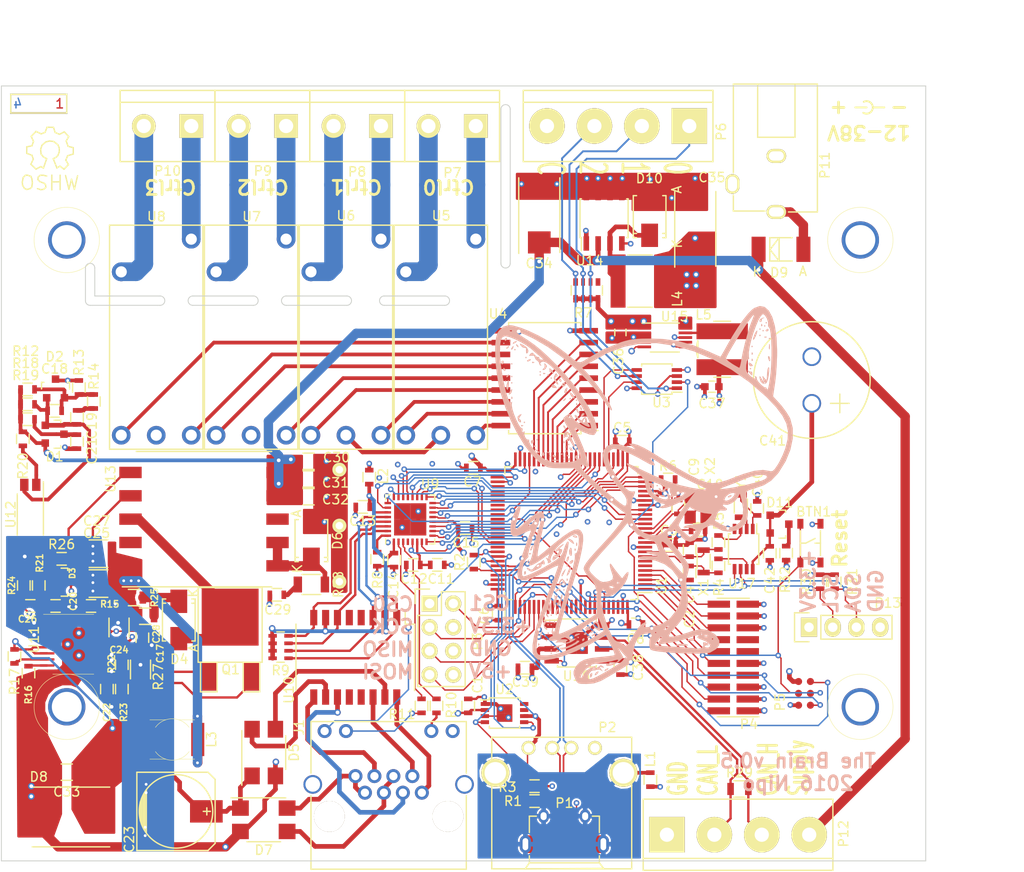
<source format=kicad_pcb>
(kicad_pcb (version 4) (host pcbnew 4.0.4-stable)

  (general
    (links 416)
    (no_connects 5)
    (area 46.449999 51.449999 145.550001 134.550001)
    (thickness 1.6)
    (drawings 50)
    (tracks 1853)
    (zones 0)
    (modules 136)
    (nets 164)
  )

  (page A4)
  (layers
    (0 F.Cu signal)
    (1 In1.Cu power hide)
    (2 In2.Cu power hide)
    (31 B.Cu signal)
    (32 B.Adhes user hide)
    (33 F.Adhes user hide)
    (34 B.Paste user hide)
    (35 F.Paste user hide)
    (36 B.SilkS user)
    (37 F.SilkS user)
    (38 B.Mask user hide)
    (39 F.Mask user)
    (40 Dwgs.User user)
    (41 Cmts.User user)
    (42 Eco1.User user)
    (43 Eco2.User user)
    (44 Edge.Cuts user)
    (45 Margin user)
    (46 B.CrtYd user)
    (47 F.CrtYd user)
    (48 B.Fab user hide)
    (49 F.Fab user hide)
  )

  (setup
    (last_trace_width 0.1524)
    (user_trace_width 0.1524)
    (user_trace_width 0.2)
    (user_trace_width 0.25)
    (user_trace_width 0.4)
    (user_trace_width 0.5)
    (user_trace_width 1)
    (user_trace_width 2)
    (trace_clearance 0.1524)
    (zone_clearance 0.2)
    (zone_45_only yes)
    (trace_min 0.1524)
    (segment_width 0.2)
    (edge_width 0.1)
    (via_size 0.6048)
    (via_drill 0.3)
    (via_min_size 0.6048)
    (via_min_drill 0.3)
    (user_via 0.6048 0.3)
    (user_via 0.8 0.4)
    (user_via 1 0.5)
    (user_via 1.5 1)
    (uvia_size 0.3)
    (uvia_drill 0.1)
    (uvias_allowed no)
    (uvia_min_size 0.2)
    (uvia_min_drill 0.1)
    (pcb_text_width 0.3)
    (pcb_text_size 1.5 1.5)
    (mod_edge_width 0.15)
    (mod_text_size 1 1)
    (mod_text_width 0.15)
    (pad_size 4 4)
    (pad_drill 3.2)
    (pad_to_mask_clearance 0)
    (aux_axis_origin 0 0)
    (visible_elements FFFFEF7F)
    (pcbplotparams
      (layerselection 0x00030_ffffffff)
      (usegerberextensions false)
      (excludeedgelayer true)
      (linewidth 0.100000)
      (plotframeref false)
      (viasonmask false)
      (mode 1)
      (useauxorigin false)
      (hpglpennumber 1)
      (hpglpenspeed 20)
      (hpglpendiameter 15)
      (hpglpenoverlay 2)
      (psnegative false)
      (psa4output false)
      (plotreference true)
      (plotvalue true)
      (plotinvisibletext false)
      (padsonsilk false)
      (subtractmaskfromsilk false)
      (outputformat 1)
      (mirror false)
      (drillshape 1)
      (scaleselection 1)
      (outputdirectory ""))
  )

  (net 0 "")
  (net 1 +3V3)
  (net 2 /mcu/TMS)
  (net 3 GND)
  (net 4 /mcu/TCK)
  (net 5 /mcu/TDO)
  (net 6 /mcu/TDI)
  (net 7 /mcu/nRESET)
  (net 8 /mcu/TraceCLK)
  (net 9 /mcu/TraceData0)
  (net 10 /mcu/TraceData1)
  (net 11 /mcu/TraceData2)
  (net 12 /mcu/TraceData3)
  (net 13 "Net-(C9-Pad1)")
  (net 14 "Net-(C10-Pad1)")
  (net 15 "Net-(C18-Pad1)")
  (net 16 +5V)
  (net 17 "Net-(L1-Pad1)")
  (net 18 "Net-(J1-Pad10)")
  (net 19 "Net-(J1-Pad11)")
  (net 20 "Net-(P6-Pad2)")
  (net 21 "Net-(P6-Pad1)")
  (net 22 "Net-(P7-Pad2)")
  (net 23 "Net-(P7-Pad1)")
  (net 24 "Net-(U1-Pad82)")
  (net 25 "Net-(U1-Pad81)")
  (net 26 "/I2C / RTC / Extension/IRQ")
  (net 27 "/I2C / RTC / Extension/OSC_OUT")
  (net 28 "Net-(U1-Pad39)")
  (net 29 "Net-(U1-Pad40)")
  (net 30 "Net-(U1-Pad41)")
  (net 31 "Net-(U1-Pad42)")
  (net 32 "Net-(U1-Pad43)")
  (net 33 "Net-(U1-Pad44)")
  (net 34 "Net-(U1-Pad45)")
  (net 35 "Net-(U1-Pad46)")
  (net 36 /ethernet/POE_VC1-)
  (net 37 /ethernet/POE_VC1+)
  (net 38 /ethernet/POE_VC2-)
  (net 39 /ethernet/POE_VC2+)
  (net 40 "Net-(U1-Pad6)")
  (net 41 "Net-(U1-Pad38)")
  (net 42 "Net-(U1-Pad73)")
  (net 43 "Net-(U1-Pad91)")
  (net 44 "Net-(U1-Pad97)")
  (net 45 "Net-(U1-Pad98)")
  (net 46 "Net-(U9-Pad4)")
  (net 47 /ethernet/CLK_25M)
  (net 48 /mcu/ETH_PHY_nIRQ)
  (net 49 /mcu/ETH_PHY_nRESET)
  (net 50 /ethernet/MDC)
  (net 51 /ethernet/TX_D2)
  (net 52 /ethernet/TX_CLK)
  (net 53 /ethernet/RX_CLK)
  (net 54 /ethernet/MDIO)
  (net 55 /ethernet/RX_DV)
  (net 56 /ethernet/RX_D0)
  (net 57 /ethernet/RX_D1)
  (net 58 /ethernet/RX_D2)
  (net 59 /ethernet/RX_D3)
  (net 60 /ethernet/RX_ER)
  (net 61 /ethernet/TX_EN)
  (net 62 /ethernet/TX_D0)
  (net 63 /ethernet/TX_D1)
  (net 64 /ethernet/TX_D3)
  (net 65 /ethernet/CRS)
  (net 66 /ethernet/COL)
  (net 67 /ethernet/LAN_VDD)
  (net 68 /ethernet/TD-)
  (net 69 /ethernet/TD+)
  (net 70 /ethernet/RD-)
  (net 71 /ethernet/RD+)
  (net 72 /ethernet/ETH_RX-)
  (net 73 /ethernet/ETH_RX+)
  (net 74 /ethernet/ETH_TX-)
  (net 75 /ethernet/ETH_TX+)
  (net 76 "/I2C / RTC / Extension/SCL")
  (net 77 "/I2C / RTC / Extension/SDA")
  (net 78 GNDREF)
  (net 79 /mcu/USB_D+)
  (net 80 /mcu/USB_D-)
  (net 81 /can/CAN-)
  (net 82 /can/CAN+)
  (net 83 "Net-(U2-Pad7)")
  (net 84 "Net-(U2-Pad8)")
  (net 85 "Net-(U1-Pad7)")
  (net 86 "Net-(U1-Pad53)")
  (net 87 "Net-(U1-Pad54)")
  (net 88 "Net-(U1-Pad60)")
  (net 89 "Net-(U1-Pad61)")
  (net 90 "Net-(U1-Pad62)")
  (net 91 "Net-(U1-Pad66)")
  (net 92 "Net-(U1-Pad96)")
  (net 93 "Net-(D6-Pad1)")
  (net 94 "Net-(L5-Pad2)")
  (net 95 /power/VCan)
  (net 96 "Net-(P11-Pad3)")
  (net 97 /mcu/Input_0)
  (net 98 /mcu/Input_1)
  (net 99 /mcu/Input_2)
  (net 100 /mcu/CS0)
  (net 101 /mcu/CS1)
  (net 102 /mcu/SCK)
  (net 103 /mcu/MOSI)
  (net 104 /mcu/MISO)
  (net 105 /poe/VPoe)
  (net 106 /poe/GPoe)
  (net 107 "Net-(C22-Pad1)")
  (net 108 "Net-(C29-Pad1)")
  (net 109 "Net-(D9-Pad2)")
  (net 110 "Net-(R15-Pad1)")
  (net 111 /poe/Feedback)
  (net 112 /poe/VPoe2)
  (net 113 "Net-(Q1-Pad3)")
  (net 114 "Net-(Q1-Pad1)")
  (net 115 /poe/VBias)
  (net 116 /mcu/USB_VBus)
  (net 117 "Net-(R2-Pad1)")
  (net 118 "Net-(C2-Pad1)")
  (net 119 "Net-(C4-Pad1)")
  (net 120 "Net-(C11-Pad1)")
  (net 121 "Net-(C18-Pad2)")
  (net 122 "Net-(C19-Pad2)")
  (net 123 "Net-(C20-Pad1)")
  (net 124 "Net-(C21-Pad1)")
  (net 125 "Net-(C24-Pad1)")
  (net 126 "Net-(C26-Pad2)")
  (net 127 "Net-(C28-Pad2)")
  (net 128 "Net-(C40-Pad1)")
  (net 129 "Net-(C41-Pad1)")
  (net 130 "Net-(D3-Pad1)")
  (net 131 "Net-(D3-Pad2)")
  (net 132 "Net-(D4-Pad2)")
  (net 133 "Net-(D10-Pad1)")
  (net 134 "Net-(D11-Pad3)")
  (net 135 "Net-(P1-Pad1)")
  (net 136 "Net-(P1-Pad4)")
  (net 137 "Net-(P4-Pad11)")
  (net 138 "Net-(P4-Pad13)")
  (net 139 "Net-(P6-Pad3)")
  (net 140 "Net-(P8-Pad1)")
  (net 141 "Net-(P8-Pad2)")
  (net 142 "Net-(P9-Pad1)")
  (net 143 "Net-(P9-Pad2)")
  (net 144 "Net-(P10-Pad1)")
  (net 145 "Net-(P10-Pad2)")
  (net 146 "Net-(R7-Pad5)")
  (net 147 "Net-(R8-Pad1)")
  (net 148 "Net-(R10-Pad1)")
  (net 149 "Net-(R11-Pad1)")
  (net 150 "Net-(R16-Pad1)")
  (net 151 "Net-(R17-Pad2)")
  (net 152 "Net-(R20-Pad2)")
  (net 153 "Net-(R22-Pad2)")
  (net 154 "Net-(R26-Pad1)")
  (net 155 "Net-(U4-Pad11)")
  (net 156 "Net-(U4-Pad12)")
  (net 157 "Net-(U4-Pad13)")
  (net 158 "Net-(U4-Pad14)")
  (net 159 "Net-(U4-Pad15)")
  (net 160 "Net-(U4-Pad16)")
  (net 161 "Net-(U4-Pad17)")
  (net 162 "Net-(U4-Pad18)")
  (net 163 "Net-(U17-Pad2)")

  (net_class Default "This is the default net class."
    (clearance 0.1524)
    (trace_width 0.1524)
    (via_dia 0.6048)
    (via_drill 0.3)
    (uvia_dia 0.3)
    (uvia_drill 0.1)
    (add_net "/I2C / RTC / Extension/IRQ")
    (add_net "/I2C / RTC / Extension/OSC_OUT")
    (add_net "/I2C / RTC / Extension/SCL")
    (add_net "/I2C / RTC / Extension/SDA")
    (add_net /can/CAN+)
    (add_net /can/CAN-)
    (add_net /ethernet/CLK_25M)
    (add_net /ethernet/COL)
    (add_net /ethernet/CRS)
    (add_net /ethernet/MDC)
    (add_net /ethernet/MDIO)
    (add_net /ethernet/RX_CLK)
    (add_net /ethernet/RX_D0)
    (add_net /ethernet/RX_D1)
    (add_net /ethernet/RX_D2)
    (add_net /ethernet/RX_D3)
    (add_net /ethernet/RX_DV)
    (add_net /ethernet/RX_ER)
    (add_net /ethernet/TX_CLK)
    (add_net /ethernet/TX_D0)
    (add_net /ethernet/TX_D1)
    (add_net /ethernet/TX_D2)
    (add_net /ethernet/TX_D3)
    (add_net /ethernet/TX_EN)
    (add_net /mcu/CS0)
    (add_net /mcu/CS1)
    (add_net /mcu/ETH_PHY_nIRQ)
    (add_net /mcu/ETH_PHY_nRESET)
    (add_net /mcu/Input_0)
    (add_net /mcu/Input_1)
    (add_net /mcu/Input_2)
    (add_net /mcu/MISO)
    (add_net /mcu/MOSI)
    (add_net /mcu/SCK)
    (add_net /mcu/TCK)
    (add_net /mcu/TDI)
    (add_net /mcu/TDO)
    (add_net /mcu/TMS)
    (add_net /mcu/TraceCLK)
    (add_net /mcu/TraceData0)
    (add_net /mcu/TraceData1)
    (add_net /mcu/TraceData2)
    (add_net /mcu/TraceData3)
    (add_net /mcu/USB_D+)
    (add_net /mcu/USB_D-)
    (add_net /mcu/USB_VBus)
    (add_net /mcu/nRESET)
    (add_net /poe/Feedback)
    (add_net /poe/VBias)
    (add_net /poe/VPoe2)
    (add_net GND)
    (add_net "Net-(C10-Pad1)")
    (add_net "Net-(C11-Pad1)")
    (add_net "Net-(C18-Pad1)")
    (add_net "Net-(C18-Pad2)")
    (add_net "Net-(C19-Pad2)")
    (add_net "Net-(C2-Pad1)")
    (add_net "Net-(C20-Pad1)")
    (add_net "Net-(C21-Pad1)")
    (add_net "Net-(C22-Pad1)")
    (add_net "Net-(C24-Pad1)")
    (add_net "Net-(C26-Pad2)")
    (add_net "Net-(C28-Pad2)")
    (add_net "Net-(C29-Pad1)")
    (add_net "Net-(C4-Pad1)")
    (add_net "Net-(C40-Pad1)")
    (add_net "Net-(C41-Pad1)")
    (add_net "Net-(C9-Pad1)")
    (add_net "Net-(D10-Pad1)")
    (add_net "Net-(D11-Pad3)")
    (add_net "Net-(D3-Pad1)")
    (add_net "Net-(D3-Pad2)")
    (add_net "Net-(D4-Pad2)")
    (add_net "Net-(D6-Pad1)")
    (add_net "Net-(D9-Pad2)")
    (add_net "Net-(J1-Pad10)")
    (add_net "Net-(J1-Pad11)")
    (add_net "Net-(L1-Pad1)")
    (add_net "Net-(L5-Pad2)")
    (add_net "Net-(P1-Pad1)")
    (add_net "Net-(P1-Pad4)")
    (add_net "Net-(P10-Pad1)")
    (add_net "Net-(P10-Pad2)")
    (add_net "Net-(P11-Pad3)")
    (add_net "Net-(P4-Pad11)")
    (add_net "Net-(P4-Pad13)")
    (add_net "Net-(P6-Pad1)")
    (add_net "Net-(P6-Pad2)")
    (add_net "Net-(P6-Pad3)")
    (add_net "Net-(P7-Pad1)")
    (add_net "Net-(P7-Pad2)")
    (add_net "Net-(P8-Pad1)")
    (add_net "Net-(P8-Pad2)")
    (add_net "Net-(P9-Pad1)")
    (add_net "Net-(P9-Pad2)")
    (add_net "Net-(Q1-Pad1)")
    (add_net "Net-(Q1-Pad3)")
    (add_net "Net-(R10-Pad1)")
    (add_net "Net-(R11-Pad1)")
    (add_net "Net-(R15-Pad1)")
    (add_net "Net-(R16-Pad1)")
    (add_net "Net-(R17-Pad2)")
    (add_net "Net-(R2-Pad1)")
    (add_net "Net-(R20-Pad2)")
    (add_net "Net-(R22-Pad2)")
    (add_net "Net-(R26-Pad1)")
    (add_net "Net-(R7-Pad5)")
    (add_net "Net-(R8-Pad1)")
    (add_net "Net-(U1-Pad38)")
    (add_net "Net-(U1-Pad39)")
    (add_net "Net-(U1-Pad40)")
    (add_net "Net-(U1-Pad41)")
    (add_net "Net-(U1-Pad42)")
    (add_net "Net-(U1-Pad43)")
    (add_net "Net-(U1-Pad44)")
    (add_net "Net-(U1-Pad45)")
    (add_net "Net-(U1-Pad46)")
    (add_net "Net-(U1-Pad53)")
    (add_net "Net-(U1-Pad54)")
    (add_net "Net-(U1-Pad6)")
    (add_net "Net-(U1-Pad60)")
    (add_net "Net-(U1-Pad61)")
    (add_net "Net-(U1-Pad62)")
    (add_net "Net-(U1-Pad66)")
    (add_net "Net-(U1-Pad7)")
    (add_net "Net-(U1-Pad73)")
    (add_net "Net-(U1-Pad81)")
    (add_net "Net-(U1-Pad82)")
    (add_net "Net-(U1-Pad91)")
    (add_net "Net-(U1-Pad96)")
    (add_net "Net-(U1-Pad97)")
    (add_net "Net-(U1-Pad98)")
    (add_net "Net-(U17-Pad2)")
    (add_net "Net-(U2-Pad7)")
    (add_net "Net-(U2-Pad8)")
    (add_net "Net-(U4-Pad11)")
    (add_net "Net-(U4-Pad12)")
    (add_net "Net-(U4-Pad13)")
    (add_net "Net-(U4-Pad14)")
    (add_net "Net-(U4-Pad15)")
    (add_net "Net-(U4-Pad16)")
    (add_net "Net-(U4-Pad17)")
    (add_net "Net-(U4-Pad18)")
    (add_net "Net-(U9-Pad4)")
  )

  (net_class More ""
    (clearance 0.2)
    (trace_width 0.25)
    (via_dia 0.6048)
    (via_drill 0.3)
    (uvia_dia 0.3)
    (uvia_drill 0.1)
    (add_net /ethernet/RD+)
    (add_net /ethernet/RD-)
    (add_net /ethernet/TD+)
    (add_net /ethernet/TD-)
  )

  (net_class Power ""
    (clearance 0.1524)
    (trace_width 0.5)
    (via_dia 0.7)
    (via_drill 0.4)
    (uvia_dia 0.3)
    (uvia_drill 0.1)
    (add_net +3V3)
    (add_net +5V)
    (add_net /ethernet/ETH_RX+)
    (add_net /ethernet/ETH_RX-)
    (add_net /ethernet/ETH_TX+)
    (add_net /ethernet/ETH_TX-)
    (add_net /ethernet/LAN_VDD)
    (add_net /ethernet/POE_VC1+)
    (add_net /ethernet/POE_VC1-)
    (add_net /ethernet/POE_VC2+)
    (add_net /ethernet/POE_VC2-)
    (add_net /poe/GPoe)
    (add_net /poe/VPoe)
    (add_net /power/VCan)
    (add_net GNDREF)
  )

  (net_class Power2 ""
    (clearance 1)
    (trace_width 0.5)
    (via_dia 1)
    (via_drill 0.5)
    (uvia_dia 0.3)
    (uvia_drill 0.1)
  )

  (module Connect:USB_A (layer F.Cu) (tedit 5543E289) (tstamp 57C37A26)
    (at 102.95914 122.40212)
    (descr "USB A connector")
    (tags "USB USB_A")
    (path /57A213D7/57BD5361)
    (fp_text reference P2 (at 8.44086 -2.20212 180) (layer F.SilkS)
      (effects (font (size 1 1) (thickness 0.15)))
    )
    (fp_text value USBA (at 3.74086 2.49788) (layer F.Fab)
      (effects (font (size 1 1) (thickness 0.15)))
    )
    (fp_line (start -5.3 13.2) (end -5.3 -1.4) (layer F.CrtYd) (width 0.05))
    (fp_line (start 11.95 -1.4) (end 11.95 13.2) (layer F.CrtYd) (width 0.05))
    (fp_line (start -5.3 13.2) (end 11.95 13.2) (layer F.CrtYd) (width 0.05))
    (fp_line (start -5.3 -1.4) (end 11.95 -1.4) (layer F.CrtYd) (width 0.05))
    (fp_line (start 11.04986 -1.14512) (end 11.04986 12.95188) (layer F.SilkS) (width 0.15))
    (fp_line (start -3.93614 12.95188) (end -3.93614 -1.14512) (layer F.SilkS) (width 0.15))
    (fp_line (start 11.04986 -1.14512) (end -3.93614 -1.14512) (layer F.SilkS) (width 0.15))
    (fp_line (start 11.04986 12.95188) (end -3.93614 12.95188) (layer F.SilkS) (width 0.15))
    (pad 4 thru_hole circle (at 7.11286 -0.00212 270) (size 1.50114 1.50114) (drill 1.00076) (layers *.Cu *.Mask F.SilkS)
      (net 3 GND))
    (pad 3 thru_hole circle (at 4.57286 -0.00212 270) (size 1.50114 1.50114) (drill 1.00076) (layers *.Cu *.Mask F.SilkS)
      (net 79 /mcu/USB_D+))
    (pad 2 thru_hole circle (at 2.54086 -0.00212 270) (size 1.50114 1.50114) (drill 1.00076) (layers *.Cu *.Mask F.SilkS)
      (net 80 /mcu/USB_D-))
    (pad 1 thru_hole circle (at 0.00086 -0.00212 270) (size 1.50114 1.50114) (drill 1.00076) (layers *.Cu *.Mask F.SilkS)
      (net 116 /mcu/USB_VBus))
    (pad 5 thru_hole circle (at 10.16086 2.66488 270) (size 2.99974 2.99974) (drill 2.30124) (layers *.Cu *.Mask F.SilkS)
      (net 17 "Net-(L1-Pad1)"))
    (pad 5 thru_hole circle (at -3.55514 2.66488 270) (size 2.99974 2.99974) (drill 2.30124) (layers *.Cu *.Mask F.SilkS)
      (net 17 "Net-(L1-Pad1)"))
    (model Connect.3dshapes/USB_A.wrl
      (at (xyz 0.14 0 0))
      (scale (xyz 1 1 1))
      (rotate (xyz 0 0 90))
    )
  )

  (module Pin_Headers:Pin_Header_Straight_2x04 (layer F.Cu) (tedit 57C9A701) (tstamp 57CA0578)
    (at 92.36 106.94)
    (descr "Through hole pin header")
    (tags "pin header")
    (path /57A213D7/57C9C680)
    (fp_text reference P3 (at 5.14 4.06 90) (layer F.SilkS)
      (effects (font (size 1 1) (thickness 0.15)))
    )
    (fp_text value SPI (at 1.34 3.7 90) (layer F.Fab)
      (effects (font (size 1 1) (thickness 0.15)))
    )
    (fp_line (start -1.75 -1.75) (end -1.75 9.4) (layer F.CrtYd) (width 0.05))
    (fp_line (start 4.3 -1.75) (end 4.3 9.4) (layer F.CrtYd) (width 0.05))
    (fp_line (start -1.75 -1.75) (end 4.3 -1.75) (layer F.CrtYd) (width 0.05))
    (fp_line (start -1.75 9.4) (end 4.3 9.4) (layer F.CrtYd) (width 0.05))
    (fp_line (start -1.27 1.27) (end -1.27 8.89) (layer F.SilkS) (width 0.15))
    (fp_line (start -1.27 8.89) (end 3.81 8.89) (layer F.SilkS) (width 0.15))
    (fp_line (start 3.81 8.89) (end 3.81 -1.27) (layer F.SilkS) (width 0.15))
    (fp_line (start 3.81 -1.27) (end 1.27 -1.27) (layer F.SilkS) (width 0.15))
    (fp_line (start 0 -1.55) (end -1.55 -1.55) (layer F.SilkS) (width 0.15))
    (fp_line (start 1.27 -1.27) (end 1.27 1.27) (layer F.SilkS) (width 0.15))
    (fp_line (start 1.27 1.27) (end -1.27 1.27) (layer F.SilkS) (width 0.15))
    (fp_line (start -1.55 -1.55) (end -1.55 0) (layer F.SilkS) (width 0.15))
    (pad 1 thru_hole rect (at 0 0) (size 1.7272 1.7272) (drill 1.016) (layers *.Cu *.Mask F.SilkS)
      (net 100 /mcu/CS0))
    (pad 2 thru_hole oval (at 2.54 0) (size 1.7272 1.7272) (drill 1.016) (layers *.Cu *.Mask F.SilkS)
      (net 101 /mcu/CS1))
    (pad 3 thru_hole oval (at 0 2.54) (size 1.7272 1.7272) (drill 1.016) (layers *.Cu *.Mask F.SilkS)
      (net 102 /mcu/SCK))
    (pad 4 thru_hole oval (at 2.54 2.54) (size 1.7272 1.7272) (drill 1.016) (layers *.Cu *.Mask F.SilkS)
      (net 1 +3V3) (zone_connect 2))
    (pad 5 thru_hole oval (at 0 5.08) (size 1.7272 1.7272) (drill 1.016) (layers *.Cu *.Mask F.SilkS)
      (net 104 /mcu/MISO))
    (pad 6 thru_hole oval (at 2.54 5.08) (size 1.7272 1.7272) (drill 1.016) (layers *.Cu *.Mask F.SilkS)
      (net 3 GND))
    (pad 7 thru_hole oval (at 0 7.62) (size 1.7272 1.7272) (drill 1.016) (layers *.Cu *.Mask F.SilkS)
      (net 103 /mcu/MOSI))
    (pad 8 thru_hole oval (at 2.54 7.62) (size 1.7272 1.7272) (drill 1.016) (layers *.Cu *.Mask F.SilkS)
      (net 16 +5V) (zone_connect 2))
    (model Pin_Headers.3dshapes/Pin_Header_Straight_2x04.wrl
      (at (xyz 0.05 -0.15 0))
      (scale (xyz 1 1 1))
      (rotate (xyz 0 0 90))
    )
  )

  (module Housings_QFP:LQFP-100_14x14mm_Pitch0.5mm (layer F.Cu) (tedit 54130A77) (tstamp 57C377BF)
    (at 107.55 99.4 180)
    (descr "LQFP100: plastic low profile quad flat package; 100 leads; body 14 x 14 x 1.4 mm (see NXP sot407-1_po.pdf and sot407-1_fr.pdf)")
    (tags "QFP 0.5")
    (path /57A213D7/57BCD0F0)
    (attr smd)
    (fp_text reference U1 (at -9.65 -5.6 450) (layer F.SilkS)
      (effects (font (size 1 1) (thickness 0.15)))
    )
    (fp_text value STM32F107VCT (at 0.25 1.3 180) (layer F.Fab)
      (effects (font (size 1 1) (thickness 0.15)))
    )
    (fp_line (start -8.9 -8.9) (end -8.9 8.9) (layer F.CrtYd) (width 0.05))
    (fp_line (start 8.9 -8.9) (end 8.9 8.9) (layer F.CrtYd) (width 0.05))
    (fp_line (start -8.9 -8.9) (end 8.9 -8.9) (layer F.CrtYd) (width 0.05))
    (fp_line (start -8.9 8.9) (end 8.9 8.9) (layer F.CrtYd) (width 0.05))
    (fp_line (start -7.125 -7.125) (end -7.125 -6.365) (layer F.SilkS) (width 0.15))
    (fp_line (start 7.125 -7.125) (end 7.125 -6.365) (layer F.SilkS) (width 0.15))
    (fp_line (start 7.125 7.125) (end 7.125 6.365) (layer F.SilkS) (width 0.15))
    (fp_line (start -7.125 7.125) (end -7.125 6.365) (layer F.SilkS) (width 0.15))
    (fp_line (start -7.125 -7.125) (end -6.365 -7.125) (layer F.SilkS) (width 0.15))
    (fp_line (start -7.125 7.125) (end -6.365 7.125) (layer F.SilkS) (width 0.15))
    (fp_line (start 7.125 7.125) (end 6.365 7.125) (layer F.SilkS) (width 0.15))
    (fp_line (start 7.125 -7.125) (end 6.365 -7.125) (layer F.SilkS) (width 0.15))
    (fp_line (start -7.125 -6.365) (end -8.65 -6.365) (layer F.SilkS) (width 0.15))
    (pad 1 smd rect (at -7.9 -6 180) (size 1.5 0.28) (layers F.Cu F.Paste F.Mask)
      (net 8 /mcu/TraceCLK))
    (pad 2 smd rect (at -7.9 -5.5 180) (size 1.5 0.28) (layers F.Cu F.Paste F.Mask)
      (net 9 /mcu/TraceData0))
    (pad 3 smd rect (at -7.9 -5 180) (size 1.5 0.28) (layers F.Cu F.Paste F.Mask)
      (net 10 /mcu/TraceData1))
    (pad 4 smd rect (at -7.9 -4.5 180) (size 1.5 0.28) (layers F.Cu F.Paste F.Mask)
      (net 11 /mcu/TraceData2))
    (pad 5 smd rect (at -7.9 -4 180) (size 1.5 0.28) (layers F.Cu F.Paste F.Mask)
      (net 12 /mcu/TraceData3))
    (pad 6 smd rect (at -7.9 -3.5 180) (size 1.5 0.28) (layers F.Cu F.Paste F.Mask)
      (net 40 "Net-(U1-Pad6)"))
    (pad 7 smd rect (at -7.9 -3 180) (size 1.5 0.28) (layers F.Cu F.Paste F.Mask)
      (net 85 "Net-(U1-Pad7)"))
    (pad 8 smd rect (at -7.9 -2.5 180) (size 1.5 0.28) (layers F.Cu F.Paste F.Mask)
      (net 118 "Net-(C2-Pad1)"))
    (pad 9 smd rect (at -7.9 -2 180) (size 1.5 0.28) (layers F.Cu F.Paste F.Mask)
      (net 119 "Net-(C4-Pad1)"))
    (pad 10 smd rect (at -7.9 -1.5 180) (size 1.5 0.28) (layers F.Cu F.Paste F.Mask)
      (net 3 GND))
    (pad 11 smd rect (at -7.9 -1 180) (size 1.5 0.28) (layers F.Cu F.Paste F.Mask)
      (net 1 +3V3))
    (pad 12 smd rect (at -7.9 -0.5 180) (size 1.5 0.28) (layers F.Cu F.Paste F.Mask)
      (net 14 "Net-(C10-Pad1)"))
    (pad 13 smd rect (at -7.9 0 180) (size 1.5 0.28) (layers F.Cu F.Paste F.Mask)
      (net 13 "Net-(C9-Pad1)"))
    (pad 14 smd rect (at -7.9 0.5 180) (size 1.5 0.28) (layers F.Cu F.Paste F.Mask)
      (net 7 /mcu/nRESET))
    (pad 15 smd rect (at -7.9 1 180) (size 1.5 0.28) (layers F.Cu F.Paste F.Mask)
      (net 99 /mcu/Input_2))
    (pad 16 smd rect (at -7.9 1.5 180) (size 1.5 0.28) (layers F.Cu F.Paste F.Mask)
      (net 50 /ethernet/MDC))
    (pad 17 smd rect (at -7.9 2 180) (size 1.5 0.28) (layers F.Cu F.Paste F.Mask)
      (net 51 /ethernet/TX_D2))
    (pad 18 smd rect (at -7.9 2.5 180) (size 1.5 0.28) (layers F.Cu F.Paste F.Mask)
      (net 52 /ethernet/TX_CLK))
    (pad 19 smd rect (at -7.9 3 180) (size 1.5 0.28) (layers F.Cu F.Paste F.Mask)
      (net 3 GND))
    (pad 20 smd rect (at -7.9 3.5 180) (size 1.5 0.28) (layers F.Cu F.Paste F.Mask)
      (net 3 GND))
    (pad 21 smd rect (at -7.9 4 180) (size 1.5 0.28) (layers F.Cu F.Paste F.Mask)
      (net 1 +3V3))
    (pad 22 smd rect (at -7.9 4.5 180) (size 1.5 0.28) (layers F.Cu F.Paste F.Mask)
      (net 1 +3V3))
    (pad 23 smd rect (at -7.9 5 180) (size 1.5 0.28) (layers F.Cu F.Paste F.Mask)
      (net 65 /ethernet/CRS))
    (pad 24 smd rect (at -7.9 5.5 180) (size 1.5 0.28) (layers F.Cu F.Paste F.Mask)
      (net 53 /ethernet/RX_CLK))
    (pad 25 smd rect (at -7.9 6 180) (size 1.5 0.28) (layers F.Cu F.Paste F.Mask)
      (net 54 /ethernet/MDIO))
    (pad 26 smd rect (at -6 7.9 270) (size 1.5 0.28) (layers F.Cu F.Paste F.Mask)
      (net 66 /ethernet/COL))
    (pad 27 smd rect (at -5.5 7.9 270) (size 1.5 0.28) (layers F.Cu F.Paste F.Mask)
      (net 3 GND))
    (pad 28 smd rect (at -5 7.9 270) (size 1.5 0.28) (layers F.Cu F.Paste F.Mask)
      (net 1 +3V3))
    (pad 29 smd rect (at -4.5 7.9 270) (size 1.5 0.28) (layers F.Cu F.Paste F.Mask)
      (net 100 /mcu/CS0))
    (pad 30 smd rect (at -4 7.9 270) (size 1.5 0.28) (layers F.Cu F.Paste F.Mask)
      (net 97 /mcu/Input_0))
    (pad 31 smd rect (at -3.5 7.9 270) (size 1.5 0.28) (layers F.Cu F.Paste F.Mask)
      (net 98 /mcu/Input_1))
    (pad 32 smd rect (at -3 7.9 270) (size 1.5 0.28) (layers F.Cu F.Paste F.Mask)
      (net 55 /ethernet/RX_DV))
    (pad 33 smd rect (at -2.5 7.9 270) (size 1.5 0.28) (layers F.Cu F.Paste F.Mask)
      (net 56 /ethernet/RX_D0))
    (pad 34 smd rect (at -2 7.9 270) (size 1.5 0.28) (layers F.Cu F.Paste F.Mask)
      (net 57 /ethernet/RX_D1))
    (pad 35 smd rect (at -1.5 7.9 270) (size 1.5 0.28) (layers F.Cu F.Paste F.Mask)
      (net 58 /ethernet/RX_D2))
    (pad 36 smd rect (at -1 7.9 270) (size 1.5 0.28) (layers F.Cu F.Paste F.Mask)
      (net 59 /ethernet/RX_D3))
    (pad 37 smd rect (at -0.5 7.9 270) (size 1.5 0.28) (layers F.Cu F.Paste F.Mask)
      (net 3 GND))
    (pad 38 smd rect (at 0 7.9 270) (size 1.5 0.28) (layers F.Cu F.Paste F.Mask)
      (net 41 "Net-(U1-Pad38)"))
    (pad 39 smd rect (at 0.5 7.9 270) (size 1.5 0.28) (layers F.Cu F.Paste F.Mask)
      (net 28 "Net-(U1-Pad39)"))
    (pad 40 smd rect (at 1 7.9 270) (size 1.5 0.28) (layers F.Cu F.Paste F.Mask)
      (net 29 "Net-(U1-Pad40)"))
    (pad 41 smd rect (at 1.5 7.9 270) (size 1.5 0.28) (layers F.Cu F.Paste F.Mask)
      (net 30 "Net-(U1-Pad41)"))
    (pad 42 smd rect (at 2 7.9 270) (size 1.5 0.28) (layers F.Cu F.Paste F.Mask)
      (net 31 "Net-(U1-Pad42)"))
    (pad 43 smd rect (at 2.5 7.9 270) (size 1.5 0.28) (layers F.Cu F.Paste F.Mask)
      (net 32 "Net-(U1-Pad43)"))
    (pad 44 smd rect (at 3 7.9 270) (size 1.5 0.28) (layers F.Cu F.Paste F.Mask)
      (net 33 "Net-(U1-Pad44)"))
    (pad 45 smd rect (at 3.5 7.9 270) (size 1.5 0.28) (layers F.Cu F.Paste F.Mask)
      (net 34 "Net-(U1-Pad45)"))
    (pad 46 smd rect (at 4 7.9 270) (size 1.5 0.28) (layers F.Cu F.Paste F.Mask)
      (net 35 "Net-(U1-Pad46)"))
    (pad 47 smd rect (at 4.5 7.9 270) (size 1.5 0.28) (layers F.Cu F.Paste F.Mask)
      (net 60 /ethernet/RX_ER))
    (pad 48 smd rect (at 5 7.9 270) (size 1.5 0.28) (layers F.Cu F.Paste F.Mask)
      (net 61 /ethernet/TX_EN))
    (pad 49 smd rect (at 5.5 7.9 270) (size 1.5 0.28) (layers F.Cu F.Paste F.Mask)
      (net 3 GND))
    (pad 50 smd rect (at 6 7.9 270) (size 1.5 0.28) (layers F.Cu F.Paste F.Mask)
      (net 1 +3V3))
    (pad 51 smd rect (at 7.9 6 180) (size 1.5 0.28) (layers F.Cu F.Paste F.Mask)
      (net 62 /ethernet/TX_D0))
    (pad 52 smd rect (at 7.9 5.5 180) (size 1.5 0.28) (layers F.Cu F.Paste F.Mask)
      (net 63 /ethernet/TX_D1))
    (pad 53 smd rect (at 7.9 5 180) (size 1.5 0.28) (layers F.Cu F.Paste F.Mask)
      (net 86 "Net-(U1-Pad53)"))
    (pad 54 smd rect (at 7.9 4.5 180) (size 1.5 0.28) (layers F.Cu F.Paste F.Mask)
      (net 87 "Net-(U1-Pad54)"))
    (pad 55 smd rect (at 7.9 4 180) (size 1.5 0.28) (layers F.Cu F.Paste F.Mask))
    (pad 56 smd rect (at 7.9 3.5 180) (size 1.5 0.28) (layers F.Cu F.Paste F.Mask))
    (pad 57 smd rect (at 7.9 3 180) (size 1.5 0.28) (layers F.Cu F.Paste F.Mask))
    (pad 58 smd rect (at 7.9 2.5 180) (size 1.5 0.28) (layers F.Cu F.Paste F.Mask))
    (pad 59 smd rect (at 7.9 2 180) (size 1.5 0.28) (layers F.Cu F.Paste F.Mask))
    (pad 60 smd rect (at 7.9 1.5 180) (size 1.5 0.28) (layers F.Cu F.Paste F.Mask)
      (net 88 "Net-(U1-Pad60)"))
    (pad 61 smd rect (at 7.9 1 180) (size 1.5 0.28) (layers F.Cu F.Paste F.Mask)
      (net 89 "Net-(U1-Pad61)"))
    (pad 62 smd rect (at 7.9 0.5 180) (size 1.5 0.28) (layers F.Cu F.Paste F.Mask)
      (net 90 "Net-(U1-Pad62)"))
    (pad 63 smd rect (at 7.9 0 180) (size 1.5 0.28) (layers F.Cu F.Paste F.Mask)
      (net 47 /ethernet/CLK_25M))
    (pad 64 smd rect (at 7.9 -0.5 180) (size 1.5 0.28) (layers F.Cu F.Paste F.Mask)
      (net 49 /mcu/ETH_PHY_nRESET))
    (pad 65 smd rect (at 7.9 -1 180) (size 1.5 0.28) (layers F.Cu F.Paste F.Mask)
      (net 48 /mcu/ETH_PHY_nIRQ))
    (pad 66 smd rect (at 7.9 -1.5 180) (size 1.5 0.28) (layers F.Cu F.Paste F.Mask)
      (net 91 "Net-(U1-Pad66)"))
    (pad 67 smd rect (at 7.9 -2 180) (size 1.5 0.28) (layers F.Cu F.Paste F.Mask)
      (net 117 "Net-(R2-Pad1)"))
    (pad 68 smd rect (at 7.9 -2.5 180) (size 1.5 0.28) (layers F.Cu F.Paste F.Mask)
      (net 116 /mcu/USB_VBus))
    (pad 69 smd rect (at 7.9 -3 180) (size 1.5 0.28) (layers F.Cu F.Paste F.Mask)
      (net 136 "Net-(P1-Pad4)"))
    (pad 70 smd rect (at 7.9 -3.5 180) (size 1.5 0.28) (layers F.Cu F.Paste F.Mask)
      (net 80 /mcu/USB_D-))
    (pad 71 smd rect (at 7.9 -4 180) (size 1.5 0.28) (layers F.Cu F.Paste F.Mask)
      (net 79 /mcu/USB_D+))
    (pad 72 smd rect (at 7.9 -4.5 180) (size 1.5 0.28) (layers F.Cu F.Paste F.Mask)
      (net 2 /mcu/TMS))
    (pad 73 smd rect (at 7.9 -5 180) (size 1.5 0.28) (layers F.Cu F.Paste F.Mask)
      (net 42 "Net-(U1-Pad73)"))
    (pad 74 smd rect (at 7.9 -5.5 180) (size 1.5 0.28) (layers F.Cu F.Paste F.Mask)
      (net 3 GND))
    (pad 75 smd rect (at 7.9 -6 180) (size 1.5 0.28) (layers F.Cu F.Paste F.Mask)
      (net 1 +3V3))
    (pad 76 smd rect (at 6 -7.9 270) (size 1.5 0.28) (layers F.Cu F.Paste F.Mask)
      (net 4 /mcu/TCK))
    (pad 77 smd rect (at 5.5 -7.9 270) (size 1.5 0.28) (layers F.Cu F.Paste F.Mask)
      (net 6 /mcu/TDI))
    (pad 78 smd rect (at 5 -7.9 270) (size 1.5 0.28) (layers F.Cu F.Paste F.Mask)
      (net 102 /mcu/SCK))
    (pad 79 smd rect (at 4.5 -7.9 270) (size 1.5 0.28) (layers F.Cu F.Paste F.Mask)
      (net 104 /mcu/MISO))
    (pad 80 smd rect (at 4 -7.9 270) (size 1.5 0.28) (layers F.Cu F.Paste F.Mask)
      (net 103 /mcu/MOSI))
    (pad 81 smd rect (at 3.5 -7.9 270) (size 1.5 0.28) (layers F.Cu F.Paste F.Mask)
      (net 25 "Net-(U1-Pad81)"))
    (pad 82 smd rect (at 3 -7.9 270) (size 1.5 0.28) (layers F.Cu F.Paste F.Mask)
      (net 24 "Net-(U1-Pad82)"))
    (pad 83 smd rect (at 2.5 -7.9 270) (size 1.5 0.28) (layers F.Cu F.Paste F.Mask)
      (net 101 /mcu/CS1))
    (pad 84 smd rect (at 2 -7.9 270) (size 1.5 0.28) (layers F.Cu F.Paste F.Mask))
    (pad 85 smd rect (at 1.5 -7.9 270) (size 1.5 0.28) (layers F.Cu F.Paste F.Mask))
    (pad 86 smd rect (at 1 -7.9 270) (size 1.5 0.28) (layers F.Cu F.Paste F.Mask))
    (pad 87 smd rect (at 0.5 -7.9 270) (size 1.5 0.28) (layers F.Cu F.Paste F.Mask))
    (pad 88 smd rect (at 0 -7.9 270) (size 1.5 0.28) (layers F.Cu F.Paste F.Mask))
    (pad 89 smd rect (at -0.5 -7.9 270) (size 1.5 0.28) (layers F.Cu F.Paste F.Mask)
      (net 5 /mcu/TDO))
    (pad 90 smd rect (at -1 -7.9 270) (size 1.5 0.28) (layers F.Cu F.Paste F.Mask)
      (net 3 GND))
    (pad 91 smd rect (at -1.5 -7.9 270) (size 1.5 0.28) (layers F.Cu F.Paste F.Mask)
      (net 43 "Net-(U1-Pad91)"))
    (pad 92 smd rect (at -2 -7.9 270) (size 1.5 0.28) (layers F.Cu F.Paste F.Mask)
      (net 76 "/I2C / RTC / Extension/SCL"))
    (pad 93 smd rect (at -2.5 -7.9 270) (size 1.5 0.28) (layers F.Cu F.Paste F.Mask)
      (net 77 "/I2C / RTC / Extension/SDA"))
    (pad 94 smd rect (at -3 -7.9 270) (size 1.5 0.28) (layers F.Cu F.Paste F.Mask)
      (net 3 GND))
    (pad 95 smd rect (at -3.5 -7.9 270) (size 1.5 0.28) (layers F.Cu F.Paste F.Mask)
      (net 64 /ethernet/TX_D3))
    (pad 96 smd rect (at -4 -7.9 270) (size 1.5 0.28) (layers F.Cu F.Paste F.Mask)
      (net 92 "Net-(U1-Pad96)"))
    (pad 97 smd rect (at -4.5 -7.9 270) (size 1.5 0.28) (layers F.Cu F.Paste F.Mask)
      (net 44 "Net-(U1-Pad97)"))
    (pad 98 smd rect (at -5 -7.9 270) (size 1.5 0.28) (layers F.Cu F.Paste F.Mask)
      (net 45 "Net-(U1-Pad98)"))
    (pad 99 smd rect (at -5.5 -7.9 270) (size 1.5 0.28) (layers F.Cu F.Paste F.Mask)
      (net 3 GND))
    (pad 100 smd rect (at -6 -7.9 270) (size 1.5 0.28) (layers F.Cu F.Paste F.Mask)
      (net 1 +3V3))
    (model Housings_QFP.3dshapes/LQFP-100_14x14mm_Pitch0.5mm.wrl
      (at (xyz 0 0 0))
      (scale (xyz 1 1 1))
      (rotate (xyz 0 0 0))
    )
  )

  (module Abracon:ABM8G (layer F.Cu) (tedit 56F3EB4E) (tstamp 57C37BAB)
    (at 121.12122 96.589165 90)
    (path /57A213D7/57BCDC66)
    (fp_text reference X2 (at 4.389165 1.27878 90) (layer F.SilkS)
      (effects (font (size 1 1) (thickness 0.15)))
    )
    (fp_text value 25MHz (at 1.089165 -0.02122 90) (layer F.Fab)
      (effects (font (size 1 1) (thickness 0.15)))
    )
    (fp_line (start -1.7 0.15) (end -1.7 -0.15) (layer F.SilkS) (width 0.15))
    (fp_line (start 0.3 1.35) (end -0.3 1.35) (layer F.SilkS) (width 0.15))
    (fp_line (start 1.7 -0.15) (end 1.7 0.15) (layer F.SilkS) (width 0.15))
    (fp_line (start -0.3 -1.35) (end 0.3 -1.35) (layer F.SilkS) (width 0.15))
    (fp_line (start -1.6 1.25) (end -1.6 -1.25) (layer F.CrtYd) (width 0.05))
    (fp_line (start 1.6 1.25) (end -1.6 1.25) (layer F.CrtYd) (width 0.05))
    (fp_line (start 1.6 -1.25) (end 1.6 1.25) (layer F.CrtYd) (width 0.05))
    (fp_line (start -1.6 -1.25) (end 1.6 -1.25) (layer F.CrtYd) (width 0.05))
    (pad 3 smd rect (at -1.1 -0.85 90) (size 1.4 1.2) (layers F.Cu F.Paste F.Mask)
      (net 3 GND))
    (pad 2 smd rect (at 1.1 -0.85 90) (size 1.4 1.2) (layers F.Cu F.Paste F.Mask)
      (net 13 "Net-(C9-Pad1)"))
    (pad 3 smd rect (at 1.1 0.85 90) (size 1.4 1.2) (layers F.Cu F.Paste F.Mask)
      (net 3 GND))
    (pad 1 smd rect (at -1.1 0.85 90) (size 1.4 1.2) (layers F.Cu F.Paste F.Mask)
      (net 14 "Net-(C10-Pad1)"))
    (model /Users/nipo/projects/hardware/kicad-library/Abracon.3dshapes/ABM8G.wrl
      (at (xyz 0 0 0))
      (scale (xyz 0.3937 0.3937 0.3937))
      (rotate (xyz -90 0 0))
    )
  )

  (module Abracon:ABS07 (layer F.Cu) (tedit 57C35276) (tstamp 57C37B85)
    (at 121.716 102.419 270)
    (descr http://www.abracon.com/Resonators/ABS07.pdf)
    (tags "ABS07 Crystal")
    (path /57A213D7/57BD5AA4)
    (fp_text reference X1 (at 2.781 0.016 270) (layer F.SilkS)
      (effects (font (size 1 1) (thickness 0.15)))
    )
    (fp_text value 32768Hz (at 0.881 0.016 270) (layer F.Fab)
      (effects (font (size 1 1) (thickness 0.15)))
    )
    (fp_line (start 0.75 0.7) (end -0.75 0.7) (layer F.SilkS) (width 0.15))
    (fp_line (start -0.75 -0.7) (end 0.75 -0.7) (layer F.SilkS) (width 0.15))
    (fp_line (start 1.6 -0.75) (end 1.6 0.75) (layer F.CrtYd) (width 0.05))
    (fp_line (start -1.6 -0.75) (end 1.6 -0.75) (layer F.CrtYd) (width 0.05))
    (fp_line (start 1.6 0.75) (end -1.6 0.75) (layer F.CrtYd) (width 0.05))
    (fp_line (start -1.6 0.75) (end -1.6 -0.75) (layer F.CrtYd) (width 0.05))
    (pad 1 smd rect (at -1.2 0 270) (size 0.6 1.3) (layers F.Cu F.Paste F.Mask)
      (net 119 "Net-(C4-Pad1)") (clearance 0.3))
    (pad 2 smd rect (at 1.2 0 270) (size 0.6 1.3) (layers F.Cu F.Paste F.Mask)
      (net 118 "Net-(C2-Pad1)") (clearance 0.3))
    (model /Users/nipo/projects/hardware/kicad-library/Abracon.3dshapes/ABS07.wrl
      (at (xyz 0 0 0))
      (scale (xyz 0.3937 0.3937 0.3937))
      (rotate (xyz -90 0 0))
    )
  )

  (module Abracon:ABS07 (layer F.Cu) (tedit 56F3EAF3) (tstamp 57C37B63)
    (at 125.7 96.5 270)
    (descr http://www.abracon.com/Resonators/ABS07.pdf)
    (tags "ABS07 Crystal")
    (path /57A213DD/57B577CF)
    (fp_text reference Y1 (at -2.7 0 270) (layer F.SilkS)
      (effects (font (size 1 1) (thickness 0.15)))
    )
    (fp_text value 32768Hz (at -2.1 -0.1 270) (layer F.Fab)
      (effects (font (size 1 1) (thickness 0.15)))
    )
    (fp_line (start 0.75 0.7) (end -0.75 0.7) (layer F.SilkS) (width 0.15))
    (fp_line (start -0.75 -0.7) (end 0.75 -0.7) (layer F.SilkS) (width 0.15))
    (fp_line (start 1.6 -0.75) (end 1.6 0.75) (layer F.CrtYd) (width 0.05))
    (fp_line (start -1.6 -0.75) (end 1.6 -0.75) (layer F.CrtYd) (width 0.05))
    (fp_line (start 1.6 0.75) (end -1.6 0.75) (layer F.CrtYd) (width 0.05))
    (fp_line (start -1.6 0.75) (end -1.6 -0.75) (layer F.CrtYd) (width 0.05))
    (pad 1 smd rect (at -1.2 0 270) (size 0.6 1.3) (layers F.Cu F.Paste F.Mask)
      (net 128 "Net-(C40-Pad1)") (clearance 0.3))
    (pad 2 smd rect (at 1.2 0 270) (size 0.6 1.3) (layers F.Cu F.Paste F.Mask)
      (net 163 "Net-(U17-Pad2)") (clearance 0.3))
    (model /Users/nipo/projects/hardware/kicad-library/Abracon.3dshapes/ABS07.wrl
      (at (xyz 0 0 0))
      (scale (xyz 0.3937 0.3937 0.3937))
      (rotate (xyz -90 0 0))
    )
  )

  (module Connect:RJHSE538X (layer F.Cu) (tedit 55225793) (tstamp 57C37A66)
    (at 91.532 127.2 180)
    (descr "mod. jack, ethernet, 8P8C, RJ45 connector, 2 leds, shielded")
    (tags "RJHSE538X 8P8C RJ45 ethernet jack")
    (path /57A213DB/57BDBDF2)
    (fp_text reference J1 (at 13.132 7 450) (layer F.SilkS)
      (effects (font (size 1 1) (thickness 0.15)))
    )
    (fp_text value RJHSE-5484 (at 3.732 4.4 180) (layer F.Fab)
      (effects (font (size 1 1) (thickness 0.15)))
    )
    (fp_line (start -5.8 -8.45) (end -5.8 7.9) (layer F.CrtYd) (width 0.05))
    (fp_line (start -5.8 7.9) (end 12.9 7.9) (layer F.CrtYd) (width 0.05))
    (fp_line (start 12.9 7.9) (end 12.9 -8.45) (layer F.CrtYd) (width 0.05))
    (fp_line (start 12.9 -8.45) (end -5.8 -8.45) (layer F.CrtYd) (width 0.05))
    (fp_line (start 11.8745 7.62) (end 11.8745 2.0955) (layer F.SilkS) (width 0.15))
    (fp_line (start -4.7625 7.62) (end -4.7625 2.0955) (layer F.SilkS) (width 0.15))
    (fp_line (start 11.8745 -8.1915) (end -4.7625 -8.1915) (layer F.SilkS) (width 0.15))
    (fp_line (start 11.8745 -8.1915) (end 11.8745 -0.3175) (layer F.SilkS) (width 0.15))
    (fp_line (start -4.7625 -8.1915) (end -4.7625 -0.3175) (layer F.SilkS) (width 0.15))
    (fp_line (start 11.8745 7.62) (end -4.7625 7.62) (layer F.SilkS) (width 0.15))
    (pad "" thru_hole circle (at 11.684 0.889 180) (size 2 2) (drill 1.57) (layers *.Cu *.Mask))
    (pad 9 thru_hole circle (at -3.302 6.604 180) (size 1.50114 1.50114) (drill 0.889) (layers *.Cu *.Mask)
      (net 3 GND))
    (pad 10 thru_hole circle (at -1.016 6.604 180) (size 1.50114 1.50114) (drill 0.889) (layers *.Cu *.Mask)
      (net 18 "Net-(J1-Pad10)"))
    (pad 11 thru_hole circle (at 8.128 6.604 180) (size 1.50114 1.50114) (drill 0.889) (layers *.Cu *.Mask)
      (net 19 "Net-(J1-Pad11)"))
    (pad 12 thru_hole circle (at 10.414 6.604 180) (size 1.50114 1.50114) (drill 0.889) (layers *.Cu *.Mask)
      (net 1 +3V3))
    (pad 8 thru_hole circle (at 7.112 1.778 180) (size 1.50114 1.50114) (drill 0.889) (layers *.Cu *.Mask)
      (net 38 /ethernet/POE_VC2-))
    (pad 6 thru_hole circle (at 5.08 1.778 180) (size 1.50114 1.50114) (drill 0.889) (layers *.Cu *.Mask)
      (net 72 /ethernet/ETH_RX-))
    (pad 4 thru_hole circle (at 3.048 1.778 180) (size 1.50114 1.50114) (drill 0.889) (layers *.Cu *.Mask)
      (net 39 /ethernet/POE_VC2+))
    (pad 2 thru_hole circle (at 1.016 1.778 180) (size 1.50114 1.50114) (drill 0.889) (layers *.Cu *.Mask)
      (net 74 /ethernet/ETH_TX-))
    (pad 5 thru_hole circle (at 4.064 0 180) (size 1.50114 1.50114) (drill 0.889) (layers *.Cu *.Mask)
      (net 39 /ethernet/POE_VC2+))
    (pad 3 thru_hole circle (at 2.032 0 180) (size 1.50114 1.50114) (drill 0.889) (layers *.Cu *.Mask)
      (net 73 /ethernet/ETH_RX+))
    (pad 7 thru_hole circle (at 6.096 0 180) (size 1.50114 1.50114) (drill 0.889) (layers *.Cu *.Mask)
      (net 38 /ethernet/POE_VC2-))
    (pad 1 thru_hole circle (at 0 0 180) (size 1.50114 1.50114) (drill 0.889) (layers *.Cu *.Mask)
      (net 75 /ethernet/ETH_TX+))
    (pad "" thru_hole circle (at -2.794 -2.54 180) (size 3.3 3.3) (drill 3.3) (layers *.Cu *.Mask F.SilkS))
    (pad "" thru_hole circle (at 9.906 -2.54 180) (size 3.3 3.3) (drill 3.3) (layers *.Cu *.Mask F.SilkS))
    (pad "" thru_hole circle (at -4.572 0.889 180) (size 2 2) (drill 1.57) (layers *.Cu *.Mask))
    (model Connect.3dshapes/RJHSE538X.wrl
      (at (xyz 0.138 0.06 0.125))
      (scale (xyz 0.4 0.4 0.4))
      (rotate (xyz -90 0 180))
    )
  )

  (module Connect:bornier2 (layer F.Cu) (tedit 0) (tstamp 57C37A00)
    (at 64.294 55.792 180)
    (descr "Bornier d'alimentation 2 pins")
    (tags DEV)
    (path /57A213DF/57A218EC)
    (fp_text reference P10 (at -0.006 -4.808 180) (layer F.SilkS)
      (effects (font (size 1 1) (thickness 0.15)))
    )
    (fp_text value Ctrl3 (at 0 5.08 180) (layer F.Fab)
      (effects (font (size 1 1) (thickness 0.15)))
    )
    (fp_line (start 5.08 2.54) (end -5.08 2.54) (layer F.SilkS) (width 0.15))
    (fp_line (start 5.08 3.81) (end 5.08 -3.81) (layer F.SilkS) (width 0.15))
    (fp_line (start 5.08 -3.81) (end -5.08 -3.81) (layer F.SilkS) (width 0.15))
    (fp_line (start -5.08 -3.81) (end -5.08 3.81) (layer F.SilkS) (width 0.15))
    (fp_line (start -5.08 3.81) (end 5.08 3.81) (layer F.SilkS) (width 0.15))
    (pad 1 thru_hole rect (at -2.54 0 180) (size 2.54 2.54) (drill 1.524) (layers *.Cu *.Mask F.SilkS)
      (net 144 "Net-(P10-Pad1)"))
    (pad 2 thru_hole circle (at 2.54 0 180) (size 2.54 2.54) (drill 1.524) (layers *.Cu *.Mask F.SilkS)
      (net 145 "Net-(P10-Pad2)"))
    (model Connect.3dshapes/bornier2.wrl
      (at (xyz 0 0 0))
      (scale (xyz 1 1 1))
      (rotate (xyz 0 0 0))
    )
  )

  (module Connect:bornier2 (layer F.Cu) (tedit 0) (tstamp 57C379E1)
    (at 74.454 55.792 180)
    (descr "Bornier d'alimentation 2 pins")
    (tags DEV)
    (path /57A213DF/57C1D2D4)
    (fp_text reference P9 (at -0.046 -4.808 180) (layer F.SilkS)
      (effects (font (size 1 1) (thickness 0.15)))
    )
    (fp_text value Ctrl2 (at 0 5.08 180) (layer F.Fab)
      (effects (font (size 1 1) (thickness 0.15)))
    )
    (fp_line (start 5.08 2.54) (end -5.08 2.54) (layer F.SilkS) (width 0.15))
    (fp_line (start 5.08 3.81) (end 5.08 -3.81) (layer F.SilkS) (width 0.15))
    (fp_line (start 5.08 -3.81) (end -5.08 -3.81) (layer F.SilkS) (width 0.15))
    (fp_line (start -5.08 -3.81) (end -5.08 3.81) (layer F.SilkS) (width 0.15))
    (fp_line (start -5.08 3.81) (end 5.08 3.81) (layer F.SilkS) (width 0.15))
    (pad 1 thru_hole rect (at -2.54 0 180) (size 2.54 2.54) (drill 1.524) (layers *.Cu *.Mask F.SilkS)
      (net 142 "Net-(P9-Pad1)"))
    (pad 2 thru_hole circle (at 2.54 0 180) (size 2.54 2.54) (drill 1.524) (layers *.Cu *.Mask F.SilkS)
      (net 143 "Net-(P9-Pad2)"))
    (model Connect.3dshapes/bornier2.wrl
      (at (xyz 0 0 0))
      (scale (xyz 1 1 1))
      (rotate (xyz 0 0 0))
    )
  )

  (module Connect:bornier2 (layer F.Cu) (tedit 0) (tstamp 57C379C2)
    (at 84.614 55.792 180)
    (descr "Bornier d'alimentation 2 pins")
    (tags DEV)
    (path /57A213DF/57C1D331)
    (fp_text reference P8 (at 0.014 -4.908 180) (layer F.SilkS)
      (effects (font (size 1 1) (thickness 0.15)))
    )
    (fp_text value Ctrl1 (at 0 5.08 180) (layer F.Fab)
      (effects (font (size 1 1) (thickness 0.15)))
    )
    (fp_line (start 5.08 2.54) (end -5.08 2.54) (layer F.SilkS) (width 0.15))
    (fp_line (start 5.08 3.81) (end 5.08 -3.81) (layer F.SilkS) (width 0.15))
    (fp_line (start 5.08 -3.81) (end -5.08 -3.81) (layer F.SilkS) (width 0.15))
    (fp_line (start -5.08 -3.81) (end -5.08 3.81) (layer F.SilkS) (width 0.15))
    (fp_line (start -5.08 3.81) (end 5.08 3.81) (layer F.SilkS) (width 0.15))
    (pad 1 thru_hole rect (at -2.54 0 180) (size 2.54 2.54) (drill 1.524) (layers *.Cu *.Mask F.SilkS)
      (net 140 "Net-(P8-Pad1)"))
    (pad 2 thru_hole circle (at 2.54 0 180) (size 2.54 2.54) (drill 1.524) (layers *.Cu *.Mask F.SilkS)
      (net 141 "Net-(P8-Pad2)"))
    (model Connect.3dshapes/bornier2.wrl
      (at (xyz 0 0 0))
      (scale (xyz 1 1 1))
      (rotate (xyz 0 0 0))
    )
  )

  (module Connect:bornier2 (layer F.Cu) (tedit 0) (tstamp 57C379A3)
    (at 94.774 55.792 180)
    (descr "Bornier d'alimentation 2 pins")
    (tags DEV)
    (path /57A213DF/57C1D33C)
    (fp_text reference P7 (at -0.026 -5.008 180) (layer F.SilkS)
      (effects (font (size 1 1) (thickness 0.15)))
    )
    (fp_text value Ctrl0 (at 0 5.08 180) (layer F.Fab)
      (effects (font (size 1 1) (thickness 0.15)))
    )
    (fp_line (start 5.08 2.54) (end -5.08 2.54) (layer F.SilkS) (width 0.15))
    (fp_line (start 5.08 3.81) (end 5.08 -3.81) (layer F.SilkS) (width 0.15))
    (fp_line (start 5.08 -3.81) (end -5.08 -3.81) (layer F.SilkS) (width 0.15))
    (fp_line (start -5.08 -3.81) (end -5.08 3.81) (layer F.SilkS) (width 0.15))
    (fp_line (start -5.08 3.81) (end 5.08 3.81) (layer F.SilkS) (width 0.15))
    (pad 1 thru_hole rect (at -2.54 0 180) (size 2.54 2.54) (drill 1.524) (layers *.Cu *.Mask F.SilkS)
      (net 23 "Net-(P7-Pad1)"))
    (pad 2 thru_hole circle (at 2.54 0 180) (size 2.54 2.54) (drill 1.524) (layers *.Cu *.Mask F.SilkS)
      (net 22 "Net-(P7-Pad2)"))
    (model Connect.3dshapes/bornier2.wrl
      (at (xyz 0 0 0))
      (scale (xyz 1 1 1))
      (rotate (xyz 0 0 0))
    )
  )

  (module Connect:bornier4 (layer F.Cu) (tedit 0) (tstamp 57C37980)
    (at 125.4 131.7)
    (descr "Bornier d'alimentation 4 pins")
    (tags DEV)
    (path /57A213DC/57A21746)
    (fp_text reference P12 (at 11.3 -0.1 90) (layer F.SilkS)
      (effects (font (size 1 1) (thickness 0.15)))
    )
    (fp_text value CAN (at -0.1 0.4) (layer F.Fab)
      (effects (font (size 1 1) (thickness 0.15)))
    )
    (fp_line (start -10.16 -3.81) (end -10.16 3.81) (layer F.SilkS) (width 0.15))
    (fp_line (start 10.16 3.81) (end 10.16 -3.81) (layer F.SilkS) (width 0.15))
    (fp_line (start 10.16 2.54) (end -10.16 2.54) (layer F.SilkS) (width 0.15))
    (fp_line (start -10.16 -3.81) (end 10.16 -3.81) (layer F.SilkS) (width 0.15))
    (fp_line (start -10.16 3.81) (end 10.16 3.81) (layer F.SilkS) (width 0.15))
    (pad 2 thru_hole circle (at -2.54 0) (size 3.81 3.81) (drill 1.524) (layers *.Cu *.Mask F.SilkS)
      (net 81 /can/CAN-))
    (pad 3 thru_hole circle (at 2.54 0) (size 3.81 3.81) (drill 1.524) (layers *.Cu *.Mask F.SilkS)
      (net 82 /can/CAN+))
    (pad 1 thru_hole rect (at -7.62 0) (size 3.81 3.81) (drill 1.524) (layers *.Cu *.Mask F.SilkS)
      (net 3 GND))
    (pad 4 thru_hole circle (at 7.62 0) (size 3.81 3.81) (drill 1.524) (layers *.Cu *.Mask F.SilkS)
      (net 95 /power/VCan))
    (model Connect.3dshapes/bornier4.wrl
      (at (xyz 0 0 0))
      (scale (xyz 1 1 1))
      (rotate (xyz 0 0 0))
    )
  )

  (module Diodes_SMD:DO-214AB (layer F.Cu) (tedit 55429DAE) (tstamp 57C3795D)
    (at 53.3 129.8 180)
    (descr "Jedec DO-214AB diode package. Designed according to Fairchild SS32 datasheet.")
    (tags "DO-214AB diode")
    (path /57A21431/57B8D21C)
    (attr smd)
    (fp_text reference D8 (at 2.8 4.3 360) (layer F.SilkS)
      (effects (font (size 1 1) (thickness 0.15)))
    )
    (fp_text value TransZorb (at 0 0.2 180) (layer F.Fab)
      (effects (font (size 1 1) (thickness 0.15)))
    )
    (fp_line (start -5.15 -3.45) (end 5.15 -3.45) (layer F.CrtYd) (width 0.05))
    (fp_line (start 5.15 -3.45) (end 5.15 3.45) (layer F.CrtYd) (width 0.05))
    (fp_line (start 5.15 3.45) (end -5.15 3.45) (layer F.CrtYd) (width 0.05))
    (fp_line (start -5.15 3.45) (end -5.15 -3.45) (layer F.CrtYd) (width 0.05))
    (fp_line (start 3.5 3.2) (end -4.8 3.2) (layer F.SilkS) (width 0.15))
    (fp_line (start -4.8 -3.2) (end 3.5 -3.2) (layer F.SilkS) (width 0.15))
    (pad 2 smd rect (at 3.6 0 180) (size 2.6 3.2) (layers F.Cu F.Paste F.Mask)
      (net 106 /poe/GPoe))
    (pad 1 smd rect (at -3.6 0 180) (size 2.6 3.2) (layers F.Cu F.Paste F.Mask)
      (net 105 /poe/VPoe))
    (model Diodes_SMD.3dshapes/DO-214AB.wrl
      (at (xyz 0 0 0))
      (scale (xyz 0.39 0.39 0.39))
      (rotate (xyz 0 0 180))
    )
  )

  (module Housings_DFN_QFN:QFN-32-1EP_5x5mm_Pitch0.5mm (layer F.Cu) (tedit 54130A77) (tstamp 57C378DA)
    (at 90.285027 97.924554 90)
    (descr "UH Package; 32-Lead Plastic QFN (5mm x 5mm); (see Linear Technology QFN_32_05-08-1693.pdf)")
    (tags "QFN 0.5")
    (path /57A213DB/57BDAE2D)
    (attr smd)
    (fp_text reference U9 (at 3.785 2.127 180) (layer F.SilkS)
      (effects (font (size 1 1) (thickness 0.15)))
    )
    (fp_text value LAN8710A (at 2.024554 0.014973 90) (layer F.Fab)
      (effects (font (size 1 1) (thickness 0.15)))
    )
    (fp_line (start -3 -3) (end -3 3) (layer F.CrtYd) (width 0.05))
    (fp_line (start 3 -3) (end 3 3) (layer F.CrtYd) (width 0.05))
    (fp_line (start -3 -3) (end 3 -3) (layer F.CrtYd) (width 0.05))
    (fp_line (start -3 3) (end 3 3) (layer F.CrtYd) (width 0.05))
    (fp_line (start 2.625 -2.625) (end 2.625 -2.1) (layer F.SilkS) (width 0.15))
    (fp_line (start -2.625 2.625) (end -2.625 2.1) (layer F.SilkS) (width 0.15))
    (fp_line (start 2.625 2.625) (end 2.625 2.1) (layer F.SilkS) (width 0.15))
    (fp_line (start -2.625 -2.625) (end -2.1 -2.625) (layer F.SilkS) (width 0.15))
    (fp_line (start -2.625 2.625) (end -2.1 2.625) (layer F.SilkS) (width 0.15))
    (fp_line (start 2.625 2.625) (end 2.1 2.625) (layer F.SilkS) (width 0.15))
    (fp_line (start 2.625 -2.625) (end 2.1 -2.625) (layer F.SilkS) (width 0.15))
    (pad 1 smd rect (at -2.4 -1.75 90) (size 0.7 0.25) (layers F.Cu F.Paste F.Mask)
      (net 67 /ethernet/LAN_VDD))
    (pad 2 smd rect (at -2.4 -1.25 90) (size 0.7 0.25) (layers F.Cu F.Paste F.Mask)
      (net 149 "Net-(R11-Pad1)"))
    (pad 3 smd rect (at -2.4 -0.75 90) (size 0.7 0.25) (layers F.Cu F.Paste F.Mask)
      (net 148 "Net-(R10-Pad1)"))
    (pad 4 smd rect (at -2.4 -0.25 90) (size 0.7 0.25) (layers F.Cu F.Paste F.Mask)
      (net 46 "Net-(U9-Pad4)"))
    (pad 5 smd rect (at -2.4 0.25 90) (size 0.7 0.25) (layers F.Cu F.Paste F.Mask)
      (net 47 /ethernet/CLK_25M))
    (pad 6 smd rect (at -2.4 0.75 90) (size 0.7 0.25) (layers F.Cu F.Paste F.Mask)
      (net 120 "Net-(C11-Pad1)"))
    (pad 7 smd rect (at -2.4 1.25 90) (size 0.7 0.25) (layers F.Cu F.Paste F.Mask)
      (net 53 /ethernet/RX_CLK))
    (pad 8 smd rect (at -2.4 1.75 90) (size 0.7 0.25) (layers F.Cu F.Paste F.Mask)
      (net 59 /ethernet/RX_D3))
    (pad 9 smd rect (at -1.75 2.4 180) (size 0.7 0.25) (layers F.Cu F.Paste F.Mask)
      (net 58 /ethernet/RX_D2))
    (pad 10 smd rect (at -1.25 2.4 180) (size 0.7 0.25) (layers F.Cu F.Paste F.Mask)
      (net 57 /ethernet/RX_D1))
    (pad 11 smd rect (at -0.75 2.4 180) (size 0.7 0.25) (layers F.Cu F.Paste F.Mask)
      (net 56 /ethernet/RX_D0))
    (pad 12 smd rect (at -0.25 2.4 180) (size 0.7 0.25) (layers F.Cu F.Paste F.Mask)
      (net 1 +3V3))
    (pad 13 smd rect (at 0.25 2.4 180) (size 0.7 0.25) (layers F.Cu F.Paste F.Mask)
      (net 60 /ethernet/RX_ER))
    (pad 14 smd rect (at 0.75 2.4 180) (size 0.7 0.25) (layers F.Cu F.Paste F.Mask)
      (net 65 /ethernet/CRS))
    (pad 15 smd rect (at 1.25 2.4 180) (size 0.7 0.25) (layers F.Cu F.Paste F.Mask)
      (net 66 /ethernet/COL))
    (pad 16 smd rect (at 1.75 2.4 180) (size 0.7 0.25) (layers F.Cu F.Paste F.Mask)
      (net 54 /ethernet/MDIO))
    (pad 17 smd rect (at 2.4 1.75 90) (size 0.7 0.25) (layers F.Cu F.Paste F.Mask)
      (net 50 /ethernet/MDC))
    (pad 18 smd rect (at 2.4 1.25 90) (size 0.7 0.25) (layers F.Cu F.Paste F.Mask)
      (net 48 /mcu/ETH_PHY_nIRQ))
    (pad 19 smd rect (at 2.4 0.75 90) (size 0.7 0.25) (layers F.Cu F.Paste F.Mask)
      (net 49 /mcu/ETH_PHY_nRESET))
    (pad 20 smd rect (at 2.4 0.25 90) (size 0.7 0.25) (layers F.Cu F.Paste F.Mask)
      (net 52 /ethernet/TX_CLK))
    (pad 21 smd rect (at 2.4 -0.25 90) (size 0.7 0.25) (layers F.Cu F.Paste F.Mask)
      (net 61 /ethernet/TX_EN))
    (pad 22 smd rect (at 2.4 -0.75 90) (size 0.7 0.25) (layers F.Cu F.Paste F.Mask)
      (net 62 /ethernet/TX_D0))
    (pad 23 smd rect (at 2.4 -1.25 90) (size 0.7 0.25) (layers F.Cu F.Paste F.Mask)
      (net 63 /ethernet/TX_D1))
    (pad 24 smd rect (at 2.4 -1.75 90) (size 0.7 0.25) (layers F.Cu F.Paste F.Mask)
      (net 51 /ethernet/TX_D2))
    (pad 25 smd rect (at 1.75 -2.4 180) (size 0.7 0.25) (layers F.Cu F.Paste F.Mask)
      (net 64 /ethernet/TX_D3))
    (pad 26 smd rect (at 1.25 -2.4 180) (size 0.7 0.25) (layers F.Cu F.Paste F.Mask)
      (net 55 /ethernet/RX_DV))
    (pad 27 smd rect (at 0.75 -2.4 180) (size 0.7 0.25) (layers F.Cu F.Paste F.Mask)
      (net 67 /ethernet/LAN_VDD))
    (pad 28 smd rect (at 0.25 -2.4 180) (size 0.7 0.25) (layers F.Cu F.Paste F.Mask)
      (net 68 /ethernet/TD-))
    (pad 29 smd rect (at -0.25 -2.4 180) (size 0.7 0.25) (layers F.Cu F.Paste F.Mask)
      (net 69 /ethernet/TD+))
    (pad 30 smd rect (at -0.75 -2.4 180) (size 0.7 0.25) (layers F.Cu F.Paste F.Mask)
      (net 70 /ethernet/RD-))
    (pad 31 smd rect (at -1.25 -2.4 180) (size 0.7 0.25) (layers F.Cu F.Paste F.Mask)
      (net 71 /ethernet/RD+))
    (pad 32 smd rect (at -1.75 -2.4 180) (size 0.7 0.25) (layers F.Cu F.Paste F.Mask)
      (net 147 "Net-(R8-Pad1)"))
    (pad 33 smd rect (at 0.8625 0.8625 90) (size 1.725 1.725) (layers F.Cu F.Paste F.Mask)
      (net 3 GND) (solder_paste_margin_ratio -0.2))
    (pad 33 smd rect (at 0.8625 -0.8625 90) (size 1.725 1.725) (layers F.Cu F.Paste F.Mask)
      (net 3 GND) (solder_paste_margin_ratio -0.2))
    (pad 33 smd rect (at -0.8625 0.8625 90) (size 1.725 1.725) (layers F.Cu F.Paste F.Mask)
      (net 3 GND) (solder_paste_margin_ratio -0.2))
    (pad 33 smd rect (at -0.8625 -0.8625 90) (size 1.725 1.725) (layers F.Cu F.Paste F.Mask)
      (net 3 GND) (solder_paste_margin_ratio -0.2))
    (model Housings_DFN_QFN.3dshapes/QFN-32-1EP_5x5mm_Pitch0.5mm.wrl
      (at (xyz 0 0 0))
      (scale (xyz 1 1 1))
      (rotate (xyz 0 0 0))
    )
  )

  (module Housings_SOIC:SOIC-18_7.5x11.6mm_Pitch1.27mm (layer F.Cu) (tedit 54130A77) (tstamp 57C3764D)
    (at 104.7 82.8 180)
    (descr "18-Lead Plastic Small Outline (SO) - Wide, 7.50 mm Body [SOIC] (see Microchip Packaging Specification 00000049BS.pdf)")
    (tags "SOIC 1.27")
    (path /57A213DF/57C1C979)
    (attr smd)
    (fp_text reference U4 (at 5.01 6.89 180) (layer F.SilkS)
      (effects (font (size 1 1) (thickness 0.15)))
    )
    (fp_text value ULN2803 (at -0.1 0.3 180) (layer F.Fab)
      (effects (font (size 1 1) (thickness 0.15)))
    )
    (fp_line (start -5.95 -6.15) (end -5.95 6.15) (layer F.CrtYd) (width 0.05))
    (fp_line (start 5.95 -6.15) (end 5.95 6.15) (layer F.CrtYd) (width 0.05))
    (fp_line (start -5.95 -6.15) (end 5.95 -6.15) (layer F.CrtYd) (width 0.05))
    (fp_line (start -5.95 6.15) (end 5.95 6.15) (layer F.CrtYd) (width 0.05))
    (fp_line (start -3.875 -5.95) (end -3.875 -5.605) (layer F.SilkS) (width 0.15))
    (fp_line (start 3.875 -5.95) (end 3.875 -5.605) (layer F.SilkS) (width 0.15))
    (fp_line (start 3.875 5.95) (end 3.875 5.605) (layer F.SilkS) (width 0.15))
    (fp_line (start -3.875 5.95) (end -3.875 5.605) (layer F.SilkS) (width 0.15))
    (fp_line (start -3.875 -5.95) (end 3.875 -5.95) (layer F.SilkS) (width 0.15))
    (fp_line (start -3.875 5.95) (end 3.875 5.95) (layer F.SilkS) (width 0.15))
    (fp_line (start -3.875 -5.605) (end -5.7 -5.605) (layer F.SilkS) (width 0.15))
    (pad 1 smd rect (at -4.7 -5.08 180) (size 2 0.6) (layers F.Cu F.Paste F.Mask)
      (net 28 "Net-(U1-Pad39)"))
    (pad 2 smd rect (at -4.7 -3.81 180) (size 2 0.6) (layers F.Cu F.Paste F.Mask)
      (net 29 "Net-(U1-Pad40)"))
    (pad 3 smd rect (at -4.7 -2.54 180) (size 2 0.6) (layers F.Cu F.Paste F.Mask)
      (net 30 "Net-(U1-Pad41)"))
    (pad 4 smd rect (at -4.7 -1.27 180) (size 2 0.6) (layers F.Cu F.Paste F.Mask)
      (net 31 "Net-(U1-Pad42)"))
    (pad 5 smd rect (at -4.7 0 180) (size 2 0.6) (layers F.Cu F.Paste F.Mask)
      (net 32 "Net-(U1-Pad43)"))
    (pad 6 smd rect (at -4.7 1.27 180) (size 2 0.6) (layers F.Cu F.Paste F.Mask)
      (net 33 "Net-(U1-Pad44)"))
    (pad 7 smd rect (at -4.7 2.54 180) (size 2 0.6) (layers F.Cu F.Paste F.Mask)
      (net 34 "Net-(U1-Pad45)"))
    (pad 8 smd rect (at -4.7 3.81 180) (size 2 0.6) (layers F.Cu F.Paste F.Mask)
      (net 35 "Net-(U1-Pad46)"))
    (pad 9 smd rect (at -4.7 5.08 180) (size 2 0.6) (layers F.Cu F.Paste F.Mask)
      (net 3 GND))
    (pad 10 smd rect (at 4.7 5.08 180) (size 2 0.6) (layers F.Cu F.Paste F.Mask)
      (net 16 +5V))
    (pad 11 smd rect (at 4.7 3.81 180) (size 2 0.6) (layers F.Cu F.Paste F.Mask)
      (net 155 "Net-(U4-Pad11)"))
    (pad 12 smd rect (at 4.7 2.54 180) (size 2 0.6) (layers F.Cu F.Paste F.Mask)
      (net 156 "Net-(U4-Pad12)"))
    (pad 13 smd rect (at 4.7 1.27 180) (size 2 0.6) (layers F.Cu F.Paste F.Mask)
      (net 157 "Net-(U4-Pad13)"))
    (pad 14 smd rect (at 4.7 0 180) (size 2 0.6) (layers F.Cu F.Paste F.Mask)
      (net 158 "Net-(U4-Pad14)"))
    (pad 15 smd rect (at 4.7 -1.27 180) (size 2 0.6) (layers F.Cu F.Paste F.Mask)
      (net 159 "Net-(U4-Pad15)"))
    (pad 16 smd rect (at 4.7 -2.54 180) (size 2 0.6) (layers F.Cu F.Paste F.Mask)
      (net 160 "Net-(U4-Pad16)"))
    (pad 17 smd rect (at 4.7 -3.81 180) (size 2 0.6) (layers F.Cu F.Paste F.Mask)
      (net 161 "Net-(U4-Pad17)"))
    (pad 18 smd rect (at 4.7 -5.08 180) (size 2 0.6) (layers F.Cu F.Paste F.Mask)
      (net 162 "Net-(U4-Pad18)"))
    (model Housings_SOIC.3dshapes/SOIC-18_7.5x11.6mm_Pitch1.27mm.wrl
      (at (xyz 0 0 0))
      (scale (xyz 1 1 1))
      (rotate (xyz 0 0 0))
    )
  )

  (module Housings_SOT-23_SOT-143_TSOT-6:SOT-23 (layer F.Cu) (tedit 553634F8) (tstamp 57C37545)
    (at 129.8405 98.434 270)
    (descr "SOT-23, Standard")
    (tags SOT-23)
    (path /57A213DD/57B58B53)
    (attr smd)
    (fp_text reference D11 (at -2.314 -0.0195 360) (layer F.SilkS)
      (effects (font (size 1 1) (thickness 0.15)))
    )
    (fp_text value Diode (at -1.034 0.0405 270) (layer F.Fab)
      (effects (font (size 1 1) (thickness 0.15)))
    )
    (fp_line (start -1.65 -1.6) (end 1.65 -1.6) (layer F.CrtYd) (width 0.05))
    (fp_line (start 1.65 -1.6) (end 1.65 1.6) (layer F.CrtYd) (width 0.05))
    (fp_line (start 1.65 1.6) (end -1.65 1.6) (layer F.CrtYd) (width 0.05))
    (fp_line (start -1.65 1.6) (end -1.65 -1.6) (layer F.CrtYd) (width 0.05))
    (fp_line (start 1.29916 -0.65024) (end 1.2509 -0.65024) (layer F.SilkS) (width 0.15))
    (fp_line (start -1.49982 0.0508) (end -1.49982 -0.65024) (layer F.SilkS) (width 0.15))
    (fp_line (start -1.49982 -0.65024) (end -1.2509 -0.65024) (layer F.SilkS) (width 0.15))
    (fp_line (start 1.29916 -0.65024) (end 1.49982 -0.65024) (layer F.SilkS) (width 0.15))
    (fp_line (start 1.49982 -0.65024) (end 1.49982 0.0508) (layer F.SilkS) (width 0.15))
    (pad 1 smd rect (at -0.95 1.00076 270) (size 0.8001 0.8001) (layers F.Cu F.Paste F.Mask)
      (net 129 "Net-(C41-Pad1)"))
    (pad 2 smd rect (at 0.95 1.00076 270) (size 0.8001 0.8001) (layers F.Cu F.Paste F.Mask)
      (net 129 "Net-(C41-Pad1)"))
    (pad 3 smd rect (at 0 -0.99822 270) (size 0.8001 0.8001) (layers F.Cu F.Paste F.Mask)
      (net 134 "Net-(D11-Pad3)"))
    (model Housings_SOT-23_SOT-143_TSOT-6.3dshapes/SOT-23.wrl
      (at (xyz 0 0 0))
      (scale (xyz 1 1 1))
      (rotate (xyz 0 0 0))
    )
  )

  (module Pin_Headers:Pin_Header_Straight_1x04 (layer F.Cu) (tedit 0) (tstamp 57C3744D)
    (at 133 109.48 90)
    (descr "Through hole pin header")
    (tags "pin header")
    (path /57A213DD/57BEEED1)
    (fp_text reference P13 (at 2.6 8.44 180) (layer F.SilkS)
      (effects (font (size 1 1) (thickness 0.15)))
    )
    (fp_text value I2C_EXT (at -0.1 3.94 180) (layer F.Fab)
      (effects (font (size 1 1) (thickness 0.15)))
    )
    (fp_line (start -1.75 -1.75) (end -1.75 9.4) (layer F.CrtYd) (width 0.05))
    (fp_line (start 1.75 -1.75) (end 1.75 9.4) (layer F.CrtYd) (width 0.05))
    (fp_line (start -1.75 -1.75) (end 1.75 -1.75) (layer F.CrtYd) (width 0.05))
    (fp_line (start -1.75 9.4) (end 1.75 9.4) (layer F.CrtYd) (width 0.05))
    (fp_line (start -1.27 1.27) (end -1.27 8.89) (layer F.SilkS) (width 0.15))
    (fp_line (start 1.27 1.27) (end 1.27 8.89) (layer F.SilkS) (width 0.15))
    (fp_line (start 1.55 -1.55) (end 1.55 0) (layer F.SilkS) (width 0.15))
    (fp_line (start -1.27 8.89) (end 1.27 8.89) (layer F.SilkS) (width 0.15))
    (fp_line (start 1.27 1.27) (end -1.27 1.27) (layer F.SilkS) (width 0.15))
    (fp_line (start -1.55 0) (end -1.55 -1.55) (layer F.SilkS) (width 0.15))
    (fp_line (start -1.55 -1.55) (end 1.55 -1.55) (layer F.SilkS) (width 0.15))
    (pad 1 thru_hole rect (at 0 0 90) (size 2.032 1.7272) (drill 1.016) (layers *.Cu *.Mask F.SilkS)
      (net 1 +3V3))
    (pad 2 thru_hole oval (at 0 2.54 90) (size 2.032 1.7272) (drill 1.016) (layers *.Cu *.Mask F.SilkS)
      (net 76 "/I2C / RTC / Extension/SCL"))
    (pad 3 thru_hole oval (at 0 5.08 90) (size 2.032 1.7272) (drill 1.016) (layers *.Cu *.Mask F.SilkS)
      (net 77 "/I2C / RTC / Extension/SDA"))
    (pad 4 thru_hole oval (at 0 7.62 90) (size 2.032 1.7272) (drill 1.016) (layers *.Cu *.Mask F.SilkS)
      (net 3 GND))
    (model Pin_Headers.3dshapes/Pin_Header_Straight_1x04.wrl
      (at (xyz 0 -0.15 0))
      (scale (xyz 1 1 1))
      (rotate (xyz 0 0 90))
    )
  )

  (module Resistors_SMD:R_0603 (layer F.Cu) (tedit 5415CC62) (tstamp 57C37424)
    (at 123.3 102.9 270)
    (descr "Resistor SMD 0603, reflow soldering, Vishay (see dcrcw.pdf)")
    (tags "resistor 0603")
    (path /57A213D7/57BF73FF)
    (attr smd)
    (fp_text reference R4 (at 2.3 -0.05 270) (layer F.SilkS)
      (effects (font (size 1 1) (thickness 0.15)))
    )
    (fp_text value 0R (at 0 0 270) (layer F.Fab)
      (effects (font (size 1 1) (thickness 0.15)))
    )
    (fp_line (start -1.3 -0.8) (end 1.3 -0.8) (layer F.CrtYd) (width 0.05))
    (fp_line (start -1.3 0.8) (end 1.3 0.8) (layer F.CrtYd) (width 0.05))
    (fp_line (start -1.3 -0.8) (end -1.3 0.8) (layer F.CrtYd) (width 0.05))
    (fp_line (start 1.3 -0.8) (end 1.3 0.8) (layer F.CrtYd) (width 0.05))
    (fp_line (start 0.5 0.675) (end -0.5 0.675) (layer F.SilkS) (width 0.15))
    (fp_line (start -0.5 -0.675) (end 0.5 -0.675) (layer F.SilkS) (width 0.15))
    (pad 1 smd rect (at -0.75 0 270) (size 0.5 0.9) (layers F.Cu F.Paste F.Mask)
      (net 27 "/I2C / RTC / Extension/OSC_OUT"))
    (pad 2 smd rect (at 0.75 0 270) (size 0.5 0.9) (layers F.Cu F.Paste F.Mask)
      (net 118 "Net-(C2-Pad1)"))
    (model Resistors_SMD.3dshapes/R_0603.wrl
      (at (xyz 0 0 0))
      (scale (xyz 1 1 1))
      (rotate (xyz 0 0 0))
    )
  )

  (module Resistors_SMD:R_0603 (layer F.Cu) (tedit 5415CC62) (tstamp 57C37402)
    (at 117.966 100.669)
    (descr "Resistor SMD 0603, reflow soldering, Vishay (see dcrcw.pdf)")
    (tags "resistor 0603")
    (path /57A213D7/57BD7879)
    (attr smd)
    (fp_text reference C3 (at 0.034 -1.569) (layer F.SilkS)
      (effects (font (size 1 1) (thickness 0.15)))
    )
    (fp_text value 100nF (at 0 1.9 90) (layer F.Fab)
      (effects (font (size 1 1) (thickness 0.15)))
    )
    (fp_line (start -1.3 -0.8) (end 1.3 -0.8) (layer F.CrtYd) (width 0.05))
    (fp_line (start -1.3 0.8) (end 1.3 0.8) (layer F.CrtYd) (width 0.05))
    (fp_line (start -1.3 -0.8) (end -1.3 0.8) (layer F.CrtYd) (width 0.05))
    (fp_line (start 1.3 -0.8) (end 1.3 0.8) (layer F.CrtYd) (width 0.05))
    (fp_line (start 0.5 0.675) (end -0.5 0.675) (layer F.SilkS) (width 0.15))
    (fp_line (start -0.5 -0.675) (end 0.5 -0.675) (layer F.SilkS) (width 0.15))
    (pad 1 smd rect (at -0.75 0) (size 0.5 0.9) (layers F.Cu F.Paste F.Mask)
      (net 1 +3V3))
    (pad 2 smd rect (at 0.75 0) (size 0.5 0.9) (layers F.Cu F.Paste F.Mask)
      (net 3 GND))
    (model Resistors_SMD.3dshapes/R_0603.wrl
      (at (xyz 0 0 0))
      (scale (xyz 1 1 1))
      (rotate (xyz 0 0 0))
    )
  )

  (module Resistors_SMD:R_0603 (layer F.Cu) (tedit 5415CC62) (tstamp 57C373E0)
    (at 91.5 117.9 270)
    (descr "Resistor SMD 0603, reflow soldering, Vishay (see dcrcw.pdf)")
    (tags "resistor 0603")
    (path /57A213DB/57BDECC5)
    (attr smd)
    (fp_text reference R11 (at 0.9 2.1 360) (layer F.SilkS)
      (effects (font (size 1 1) (thickness 0.15)))
    )
    (fp_text value 270R (at -0.7 0.15 270) (layer F.Fab)
      (effects (font (size 1 1) (thickness 0.15)))
    )
    (fp_line (start -1.3 -0.8) (end 1.3 -0.8) (layer F.CrtYd) (width 0.05))
    (fp_line (start -1.3 0.8) (end 1.3 0.8) (layer F.CrtYd) (width 0.05))
    (fp_line (start -1.3 -0.8) (end -1.3 0.8) (layer F.CrtYd) (width 0.05))
    (fp_line (start 1.3 -0.8) (end 1.3 0.8) (layer F.CrtYd) (width 0.05))
    (fp_line (start 0.5 0.675) (end -0.5 0.675) (layer F.SilkS) (width 0.15))
    (fp_line (start -0.5 -0.675) (end 0.5 -0.675) (layer F.SilkS) (width 0.15))
    (pad 1 smd rect (at -0.75 0 270) (size 0.5 0.9) (layers F.Cu F.Paste F.Mask)
      (net 149 "Net-(R11-Pad1)"))
    (pad 2 smd rect (at 0.75 0 270) (size 0.5 0.9) (layers F.Cu F.Paste F.Mask)
      (net 19 "Net-(J1-Pad11)"))
    (model Resistors_SMD.3dshapes/R_0603.wrl
      (at (xyz 0 0 0))
      (scale (xyz 1 1 1))
      (rotate (xyz 0 0 0))
    )
  )

  (module Resistors_SMD:R_0603 (layer F.Cu) (tedit 5415CC62) (tstamp 57C373BE)
    (at 93.1 117.9 270)
    (descr "Resistor SMD 0603, reflow soldering, Vishay (see dcrcw.pdf)")
    (tags "resistor 0603")
    (path /57A213DB/57BDED3C)
    (attr smd)
    (fp_text reference R10 (at -0.1 -1.6 450) (layer F.SilkS)
      (effects (font (size 1 1) (thickness 0.15)))
    )
    (fp_text value 270R (at -0.7 0 270) (layer F.Fab)
      (effects (font (size 1 1) (thickness 0.15)))
    )
    (fp_line (start -1.3 -0.8) (end 1.3 -0.8) (layer F.CrtYd) (width 0.05))
    (fp_line (start -1.3 0.8) (end 1.3 0.8) (layer F.CrtYd) (width 0.05))
    (fp_line (start -1.3 -0.8) (end -1.3 0.8) (layer F.CrtYd) (width 0.05))
    (fp_line (start 1.3 -0.8) (end 1.3 0.8) (layer F.CrtYd) (width 0.05))
    (fp_line (start 0.5 0.675) (end -0.5 0.675) (layer F.SilkS) (width 0.15))
    (fp_line (start -0.5 -0.675) (end 0.5 -0.675) (layer F.SilkS) (width 0.15))
    (pad 1 smd rect (at -0.75 0 270) (size 0.5 0.9) (layers F.Cu F.Paste F.Mask)
      (net 148 "Net-(R10-Pad1)"))
    (pad 2 smd rect (at 0.75 0 270) (size 0.5 0.9) (layers F.Cu F.Paste F.Mask)
      (net 18 "Net-(J1-Pad10)"))
    (model Resistors_SMD.3dshapes/R_0603.wrl
      (at (xyz 0 0 0))
      (scale (xyz 1 1 1))
      (rotate (xyz 0 0 0))
    )
  )

  (module Resistors_SMD:R_0603 (layer F.Cu) (tedit 5415CC62) (tstamp 57C3739C)
    (at 113 89.6)
    (descr "Resistor SMD 0603, reflow soldering, Vishay (see dcrcw.pdf)")
    (tags "resistor 0603")
    (path /57A213D7/57BD7D5E)
    (attr smd)
    (fp_text reference C5 (at 0 -1.5) (layer F.SilkS)
      (effects (font (size 1 1) (thickness 0.15)))
    )
    (fp_text value 100nF (at 0.6 0.1) (layer F.Fab)
      (effects (font (size 1 1) (thickness 0.15)))
    )
    (fp_line (start -1.3 -0.8) (end 1.3 -0.8) (layer F.CrtYd) (width 0.05))
    (fp_line (start -1.3 0.8) (end 1.3 0.8) (layer F.CrtYd) (width 0.05))
    (fp_line (start -1.3 -0.8) (end -1.3 0.8) (layer F.CrtYd) (width 0.05))
    (fp_line (start 1.3 -0.8) (end 1.3 0.8) (layer F.CrtYd) (width 0.05))
    (fp_line (start 0.5 0.675) (end -0.5 0.675) (layer F.SilkS) (width 0.15))
    (fp_line (start -0.5 -0.675) (end 0.5 -0.675) (layer F.SilkS) (width 0.15))
    (pad 1 smd rect (at -0.75 0) (size 0.5 0.9) (layers F.Cu F.Paste F.Mask)
      (net 1 +3V3))
    (pad 2 smd rect (at 0.75 0) (size 0.5 0.9) (layers F.Cu F.Paste F.Mask)
      (net 3 GND))
    (model Resistors_SMD.3dshapes/R_0603.wrl
      (at (xyz 0 0 0))
      (scale (xyz 1 1 1))
      (rotate (xyz 0 0 0))
    )
  )

  (module Resistors_SMD:R_0603 (layer F.Cu) (tedit 5415CC62) (tstamp 57C3737A)
    (at 85.9 93.4 90)
    (descr "Resistor SMD 0603, reflow soldering, Vishay (see dcrcw.pdf)")
    (tags "resistor 0603")
    (path /57A213DB/57BDC9B2)
    (attr smd)
    (fp_text reference L2 (at 0.1 1.5 90) (layer F.SilkS)
      (effects (font (size 1 1) (thickness 0.15)))
    )
    (fp_text value FB/120Z/2A/60mR (at 5.6 0.3 270) (layer F.Fab)
      (effects (font (size 1 1) (thickness 0.15)))
    )
    (fp_line (start -1.3 -0.8) (end 1.3 -0.8) (layer F.CrtYd) (width 0.05))
    (fp_line (start -1.3 0.8) (end 1.3 0.8) (layer F.CrtYd) (width 0.05))
    (fp_line (start -1.3 -0.8) (end -1.3 0.8) (layer F.CrtYd) (width 0.05))
    (fp_line (start 1.3 -0.8) (end 1.3 0.8) (layer F.CrtYd) (width 0.05))
    (fp_line (start 0.5 0.675) (end -0.5 0.675) (layer F.SilkS) (width 0.15))
    (fp_line (start -0.5 -0.675) (end 0.5 -0.675) (layer F.SilkS) (width 0.15))
    (pad 1 smd rect (at -0.75 0 90) (size 0.5 0.9) (layers F.Cu F.Paste F.Mask)
      (net 67 /ethernet/LAN_VDD))
    (pad 2 smd rect (at 0.75 0 90) (size 0.5 0.9) (layers F.Cu F.Paste F.Mask)
      (net 1 +3V3))
    (model Resistors_SMD.3dshapes/R_0603.wrl
      (at (xyz 0 0 0))
      (scale (xyz 1 1 1))
      (rotate (xyz 0 0 0))
    )
  )

  (module Resistors_SMD:R_0603 (layer F.Cu) (tedit 5415CC62) (tstamp 57C37358)
    (at 116.008 125.803 270)
    (descr "Resistor SMD 0603, reflow soldering, Vishay (see dcrcw.pdf)")
    (tags "resistor 0603")
    (path /57A213D7/57BF0F40)
    (attr smd)
    (fp_text reference L1 (at -2.203 0.008 270) (layer F.SilkS)
      (effects (font (size 1 1) (thickness 0.15)))
    )
    (fp_text value FB/600Z/200mA/0R6 (at -5.403 -0.092 270) (layer F.Fab)
      (effects (font (size 1 1) (thickness 0.15)))
    )
    (fp_line (start -1.3 -0.8) (end 1.3 -0.8) (layer F.CrtYd) (width 0.05))
    (fp_line (start -1.3 0.8) (end 1.3 0.8) (layer F.CrtYd) (width 0.05))
    (fp_line (start -1.3 -0.8) (end -1.3 0.8) (layer F.CrtYd) (width 0.05))
    (fp_line (start 1.3 -0.8) (end 1.3 0.8) (layer F.CrtYd) (width 0.05))
    (fp_line (start 0.5 0.675) (end -0.5 0.675) (layer F.SilkS) (width 0.15))
    (fp_line (start -0.5 -0.675) (end 0.5 -0.675) (layer F.SilkS) (width 0.15))
    (pad 1 smd rect (at -0.75 0 270) (size 0.5 0.9) (layers F.Cu F.Paste F.Mask)
      (net 17 "Net-(L1-Pad1)"))
    (pad 2 smd rect (at 0.75 0 270) (size 0.5 0.9) (layers F.Cu F.Paste F.Mask)
      (net 3 GND))
    (model Resistors_SMD.3dshapes/R_0603.wrl
      (at (xyz 0 0 0))
      (scale (xyz 1 1 1))
      (rotate (xyz 0 0 0))
    )
  )

  (module Resistors_SMD:R_0603 (layer F.Cu) (tedit 5415CC62) (tstamp 57C37336)
    (at 96.5 117.9 90)
    (descr "Resistor SMD 0603, reflow soldering, Vishay (see dcrcw.pdf)")
    (tags "resistor 0603")
    (path /57A213D7/57BF190A)
    (attr smd)
    (fp_text reference C1 (at 2.3 1 90) (layer F.SilkS)
      (effects (font (size 1 1) (thickness 0.15)))
    )
    (fp_text value 100nF (at 0.83 0.16 90) (layer F.Fab)
      (effects (font (size 1 1) (thickness 0.15)))
    )
    (fp_line (start -1.3 -0.8) (end 1.3 -0.8) (layer F.CrtYd) (width 0.05))
    (fp_line (start -1.3 0.8) (end 1.3 0.8) (layer F.CrtYd) (width 0.05))
    (fp_line (start -1.3 -0.8) (end -1.3 0.8) (layer F.CrtYd) (width 0.05))
    (fp_line (start 1.3 -0.8) (end 1.3 0.8) (layer F.CrtYd) (width 0.05))
    (fp_line (start 0.5 0.675) (end -0.5 0.675) (layer F.SilkS) (width 0.15))
    (fp_line (start -0.5 -0.675) (end 0.5 -0.675) (layer F.SilkS) (width 0.15))
    (pad 1 smd rect (at -0.75 0 90) (size 0.5 0.9) (layers F.Cu F.Paste F.Mask)
      (net 16 +5V))
    (pad 2 smd rect (at 0.75 0 90) (size 0.5 0.9) (layers F.Cu F.Paste F.Mask)
      (net 3 GND))
    (model Resistors_SMD.3dshapes/R_0603.wrl
      (at (xyz 0 0 0))
      (scale (xyz 1 1 1))
      (rotate (xyz 0 0 0))
    )
  )

  (module Resistors_SMD:R_0603 (layer F.Cu) (tedit 5415CC62) (tstamp 57C37314)
    (at 86.75 102.189554 270)
    (descr "Resistor SMD 0603, reflow soldering, Vishay (see dcrcw.pdf)")
    (tags "resistor 0603")
    (path /57A213DB/57BDB876)
    (attr smd)
    (fp_text reference R8 (at 2.210446 -0.05 270) (layer F.SilkS)
      (effects (font (size 1 1) (thickness 0.15)))
    )
    (fp_text value 12K1 (at 0.310446 0.05 270) (layer F.Fab)
      (effects (font (size 1 1) (thickness 0.15)))
    )
    (fp_line (start -1.3 -0.8) (end 1.3 -0.8) (layer F.CrtYd) (width 0.05))
    (fp_line (start -1.3 0.8) (end 1.3 0.8) (layer F.CrtYd) (width 0.05))
    (fp_line (start -1.3 -0.8) (end -1.3 0.8) (layer F.CrtYd) (width 0.05))
    (fp_line (start 1.3 -0.8) (end 1.3 0.8) (layer F.CrtYd) (width 0.05))
    (fp_line (start 0.5 0.675) (end -0.5 0.675) (layer F.SilkS) (width 0.15))
    (fp_line (start -0.5 -0.675) (end 0.5 -0.675) (layer F.SilkS) (width 0.15))
    (pad 1 smd rect (at -0.75 0 270) (size 0.5 0.9) (layers F.Cu F.Paste F.Mask)
      (net 147 "Net-(R8-Pad1)"))
    (pad 2 smd rect (at 0.75 0 270) (size 0.5 0.9) (layers F.Cu F.Paste F.Mask)
      (net 3 GND))
    (model Resistors_SMD.3dshapes/R_0603.wrl
      (at (xyz 0 0 0))
      (scale (xyz 1 1 1))
      (rotate (xyz 0 0 0))
    )
  )

  (module Resistors_SMD:R_0603 (layer F.Cu) (tedit 5415CC62) (tstamp 57C372F2)
    (at 130.55 101.54 270)
    (descr "Resistor SMD 0603, reflow soldering, Vishay (see dcrcw.pdf)")
    (tags "resistor 0603")
    (path /57A213DD/57B586D2)
    (attr smd)
    (fp_text reference R32 (at 2.84 0.1 270) (layer F.SilkS)
      (effects (font (size 1 1) (thickness 0.15)))
    )
    (fp_text value 100R (at 0.56 -0.15 270) (layer F.Fab)
      (effects (font (size 1 1) (thickness 0.15)))
    )
    (fp_line (start -1.3 -0.8) (end 1.3 -0.8) (layer F.CrtYd) (width 0.05))
    (fp_line (start -1.3 0.8) (end 1.3 0.8) (layer F.CrtYd) (width 0.05))
    (fp_line (start -1.3 -0.8) (end -1.3 0.8) (layer F.CrtYd) (width 0.05))
    (fp_line (start 1.3 -0.8) (end 1.3 0.8) (layer F.CrtYd) (width 0.05))
    (fp_line (start 0.5 0.675) (end -0.5 0.675) (layer F.SilkS) (width 0.15))
    (fp_line (start -0.5 -0.675) (end 0.5 -0.675) (layer F.SilkS) (width 0.15))
    (pad 1 smd rect (at -0.75 0 270) (size 0.5 0.9) (layers F.Cu F.Paste F.Mask)
      (net 134 "Net-(D11-Pad3)"))
    (pad 2 smd rect (at 0.75 0 270) (size 0.5 0.9) (layers F.Cu F.Paste F.Mask)
      (net 1 +3V3))
    (model Resistors_SMD.3dshapes/R_0603.wrl
      (at (xyz 0 0 0))
      (scale (xyz 1 1 1))
      (rotate (xyz 0 0 0))
    )
  )

  (module Resistors_SMD:R_0603 (layer F.Cu) (tedit 5415CC62) (tstamp 57C372D0)
    (at 99.766 107.969 270)
    (descr "Resistor SMD 0603, reflow soldering, Vishay (see dcrcw.pdf)")
    (tags "resistor 0603")
    (path /57A213D7/57BD7DA3)
    (attr smd)
    (fp_text reference C6 (at 0.231 1.566 270) (layer F.SilkS)
      (effects (font (size 1 1) (thickness 0.15)))
    )
    (fp_text value 100nF (at 0.531 -0.034 270) (layer F.Fab)
      (effects (font (size 1 1) (thickness 0.15)))
    )
    (fp_line (start -1.3 -0.8) (end 1.3 -0.8) (layer F.CrtYd) (width 0.05))
    (fp_line (start -1.3 0.8) (end 1.3 0.8) (layer F.CrtYd) (width 0.05))
    (fp_line (start -1.3 -0.8) (end -1.3 0.8) (layer F.CrtYd) (width 0.05))
    (fp_line (start 1.3 -0.8) (end 1.3 0.8) (layer F.CrtYd) (width 0.05))
    (fp_line (start 0.5 0.675) (end -0.5 0.675) (layer F.SilkS) (width 0.15))
    (fp_line (start -0.5 -0.675) (end 0.5 -0.675) (layer F.SilkS) (width 0.15))
    (pad 1 smd rect (at -0.75 0 270) (size 0.5 0.9) (layers F.Cu F.Paste F.Mask)
      (net 1 +3V3))
    (pad 2 smd rect (at 0.75 0 270) (size 0.5 0.9) (layers F.Cu F.Paste F.Mask)
      (net 3 GND))
    (model Resistors_SMD.3dshapes/R_0603.wrl
      (at (xyz 0 0 0))
      (scale (xyz 1 1 1))
      (rotate (xyz 0 0 0))
    )
  )

  (module Resistors_SMD:R_0603 (layer F.Cu) (tedit 5415CC62) (tstamp 57C372AE)
    (at 123.3 100.4 270)
    (descr "Resistor SMD 0603, reflow soldering, Vishay (see dcrcw.pdf)")
    (tags "resistor 0603")
    (path /57A213D7/57C01516)
    (attr smd)
    (fp_text reference R5 (at -2.3 -0.05 270) (layer F.SilkS)
      (effects (font (size 1 1) (thickness 0.15)))
    )
    (fp_text value 0R (at 0 0 270) (layer F.Fab)
      (effects (font (size 1 1) (thickness 0.15)))
    )
    (fp_line (start -1.3 -0.8) (end 1.3 -0.8) (layer F.CrtYd) (width 0.05))
    (fp_line (start -1.3 0.8) (end 1.3 0.8) (layer F.CrtYd) (width 0.05))
    (fp_line (start -1.3 -0.8) (end -1.3 0.8) (layer F.CrtYd) (width 0.05))
    (fp_line (start 1.3 -0.8) (end 1.3 0.8) (layer F.CrtYd) (width 0.05))
    (fp_line (start 0.5 0.675) (end -0.5 0.675) (layer F.SilkS) (width 0.15))
    (fp_line (start -0.5 -0.675) (end 0.5 -0.675) (layer F.SilkS) (width 0.15))
    (pad 1 smd rect (at -0.75 0 270) (size 0.5 0.9) (layers F.Cu F.Paste F.Mask)
      (net 26 "/I2C / RTC / Extension/IRQ"))
    (pad 2 smd rect (at 0.75 0 270) (size 0.5 0.9) (layers F.Cu F.Paste F.Mask)
      (net 119 "Net-(C4-Pad1)"))
    (model Resistors_SMD.3dshapes/R_0603.wrl
      (at (xyz 0 0 0))
      (scale (xyz 1 1 1))
      (rotate (xyz 0 0 0))
    )
  )

  (module Resistors_SMD:R_0603 (layer F.Cu) (tedit 5415CC62) (tstamp 57C3726A)
    (at 117.91 93.65 180)
    (descr "Resistor SMD 0603, reflow soldering, Vishay (see dcrcw.pdf)")
    (tags "resistor 0603")
    (path /57A213D7/57BF9FFE)
    (attr smd)
    (fp_text reference R6 (at 0.01 1.45 360) (layer F.SilkS)
      (effects (font (size 1 1) (thickness 0.15)))
    )
    (fp_text value 10k (at 0 1.9 180) (layer F.Fab)
      (effects (font (size 1 1) (thickness 0.15)))
    )
    (fp_line (start -1.3 -0.8) (end 1.3 -0.8) (layer F.CrtYd) (width 0.05))
    (fp_line (start -1.3 0.8) (end 1.3 0.8) (layer F.CrtYd) (width 0.05))
    (fp_line (start -1.3 -0.8) (end -1.3 0.8) (layer F.CrtYd) (width 0.05))
    (fp_line (start 1.3 -0.8) (end 1.3 0.8) (layer F.CrtYd) (width 0.05))
    (fp_line (start 0.5 0.675) (end -0.5 0.675) (layer F.SilkS) (width 0.15))
    (fp_line (start -0.5 -0.675) (end 0.5 -0.675) (layer F.SilkS) (width 0.15))
    (pad 1 smd rect (at -0.75 0 180) (size 0.5 0.9) (layers F.Cu F.Paste F.Mask)
      (net 7 /mcu/nRESET))
    (pad 2 smd rect (at 0.75 0 180) (size 0.5 0.9) (layers F.Cu F.Paste F.Mask)
      (net 1 +3V3))
    (model Resistors_SMD.3dshapes/R_0603.wrl
      (at (xyz 0 0 0))
      (scale (xyz 1 1 1))
      (rotate (xyz 0 0 0))
    )
  )

  (module Resistors_SMD:R_0603 (layer F.Cu) (tedit 5415CC62) (tstamp 57C37226)
    (at 128.8 101.56 270)
    (descr "Resistor SMD 0603, reflow soldering, Vishay (see dcrcw.pdf)")
    (tags "resistor 0603")
    (path /57A213DD/57B581B3)
    (attr smd)
    (fp_text reference C42 (at 2.92 0 270) (layer F.SilkS)
      (effects (font (size 1 1) (thickness 0.15)))
    )
    (fp_text value 10nF (at 0.54 0.1 270) (layer F.Fab)
      (effects (font (size 1 1) (thickness 0.15)))
    )
    (fp_line (start -1.3 -0.8) (end 1.3 -0.8) (layer F.CrtYd) (width 0.05))
    (fp_line (start -1.3 0.8) (end 1.3 0.8) (layer F.CrtYd) (width 0.05))
    (fp_line (start -1.3 -0.8) (end -1.3 0.8) (layer F.CrtYd) (width 0.05))
    (fp_line (start 1.3 -0.8) (end 1.3 0.8) (layer F.CrtYd) (width 0.05))
    (fp_line (start 0.5 0.675) (end -0.5 0.675) (layer F.SilkS) (width 0.15))
    (fp_line (start -0.5 -0.675) (end 0.5 -0.675) (layer F.SilkS) (width 0.15))
    (pad 1 smd rect (at -0.75 0 270) (size 0.5 0.9) (layers F.Cu F.Paste F.Mask)
      (net 129 "Net-(C41-Pad1)"))
    (pad 2 smd rect (at 0.75 0 270) (size 0.5 0.9) (layers F.Cu F.Paste F.Mask)
      (net 3 GND))
    (model Resistors_SMD.3dshapes/R_0603.wrl
      (at (xyz 0 0 0))
      (scale (xyz 1 1 1))
      (rotate (xyz 0 0 0))
    )
  )

  (module Resistors_SMD:R_0603 (layer F.Cu) (tedit 5415CC62) (tstamp 57C37204)
    (at 127.45 96.75 90)
    (descr "Resistor SMD 0603, reflow soldering, Vishay (see dcrcw.pdf)")
    (tags "resistor 0603")
    (path /57A213DD/57B57860)
    (attr smd)
    (fp_text reference C40 (at 2.65 0.05 90) (layer F.SilkS)
      (effects (font (size 1 1) (thickness 0.15)))
    )
    (fp_text value 12pF (at 0.95 -0.05 90) (layer F.Fab)
      (effects (font (size 1 1) (thickness 0.15)))
    )
    (fp_line (start -1.3 -0.8) (end 1.3 -0.8) (layer F.CrtYd) (width 0.05))
    (fp_line (start -1.3 0.8) (end 1.3 0.8) (layer F.CrtYd) (width 0.05))
    (fp_line (start -1.3 -0.8) (end -1.3 0.8) (layer F.CrtYd) (width 0.05))
    (fp_line (start 1.3 -0.8) (end 1.3 0.8) (layer F.CrtYd) (width 0.05))
    (fp_line (start 0.5 0.675) (end -0.5 0.675) (layer F.SilkS) (width 0.15))
    (fp_line (start -0.5 -0.675) (end 0.5 -0.675) (layer F.SilkS) (width 0.15))
    (pad 1 smd rect (at -0.75 0 90) (size 0.5 0.9) (layers F.Cu F.Paste F.Mask)
      (net 128 "Net-(C40-Pad1)"))
    (pad 2 smd rect (at 0.75 0 90) (size 0.5 0.9) (layers F.Cu F.Paste F.Mask)
      (net 3 GND))
    (model Resistors_SMD.3dshapes/R_0603.wrl
      (at (xyz 0 0 0))
      (scale (xyz 1 1 1))
      (rotate (xyz 0 0 0))
    )
  )

  (module Resistors_SMD:R_0603 (layer F.Cu) (tedit 5415CC62) (tstamp 57C371E2)
    (at 93.184554 102.794973)
    (descr "Resistor SMD 0603, reflow soldering, Vishay (see dcrcw.pdf)")
    (tags "resistor 0603")
    (path /57A213DB/57BDC19A)
    (attr smd)
    (fp_text reference C11 (at 0.415446 1.505027) (layer F.SilkS)
      (effects (font (size 1 1) (thickness 0.15)))
    )
    (fp_text value 1uF (at 0.015446 0.005027) (layer F.Fab)
      (effects (font (size 1 1) (thickness 0.15)))
    )
    (fp_line (start -1.3 -0.8) (end 1.3 -0.8) (layer F.CrtYd) (width 0.05))
    (fp_line (start -1.3 0.8) (end 1.3 0.8) (layer F.CrtYd) (width 0.05))
    (fp_line (start -1.3 -0.8) (end -1.3 0.8) (layer F.CrtYd) (width 0.05))
    (fp_line (start 1.3 -0.8) (end 1.3 0.8) (layer F.CrtYd) (width 0.05))
    (fp_line (start 0.5 0.675) (end -0.5 0.675) (layer F.SilkS) (width 0.15))
    (fp_line (start -0.5 -0.675) (end 0.5 -0.675) (layer F.SilkS) (width 0.15))
    (pad 1 smd rect (at -0.75 0) (size 0.5 0.9) (layers F.Cu F.Paste F.Mask)
      (net 120 "Net-(C11-Pad1)"))
    (pad 2 smd rect (at 0.75 0) (size 0.5 0.9) (layers F.Cu F.Paste F.Mask)
      (net 3 GND))
    (model Resistors_SMD.3dshapes/R_0603.wrl
      (at (xyz 0 0 0))
      (scale (xyz 1 1 1))
      (rotate (xyz 0 0 0))
    )
  )

  (module Resistors_SMD:R_0603 (layer F.Cu) (tedit 5415CC62) (tstamp 57C371C0)
    (at 90.615446 102.805027 180)
    (descr "Resistor SMD 0603, reflow soldering, Vishay (see dcrcw.pdf)")
    (tags "resistor 0603")
    (path /57A213DB/57BDC202)
    (attr smd)
    (fp_text reference C12 (at -0.084554 -1.494973 180) (layer F.SilkS)
      (effects (font (size 1 1) (thickness 0.15)))
    )
    (fp_text value 470pF (at 0.115446 0.105027 180) (layer F.Fab)
      (effects (font (size 1 1) (thickness 0.15)))
    )
    (fp_line (start -1.3 -0.8) (end 1.3 -0.8) (layer F.CrtYd) (width 0.05))
    (fp_line (start -1.3 0.8) (end 1.3 0.8) (layer F.CrtYd) (width 0.05))
    (fp_line (start -1.3 -0.8) (end -1.3 0.8) (layer F.CrtYd) (width 0.05))
    (fp_line (start 1.3 -0.8) (end 1.3 0.8) (layer F.CrtYd) (width 0.05))
    (fp_line (start 0.5 0.675) (end -0.5 0.675) (layer F.SilkS) (width 0.15))
    (fp_line (start -0.5 -0.675) (end 0.5 -0.675) (layer F.SilkS) (width 0.15))
    (pad 1 smd rect (at -0.75 0 180) (size 0.5 0.9) (layers F.Cu F.Paste F.Mask)
      (net 120 "Net-(C11-Pad1)"))
    (pad 2 smd rect (at 0.75 0 180) (size 0.5 0.9) (layers F.Cu F.Paste F.Mask)
      (net 3 GND))
    (model Resistors_SMD.3dshapes/R_0603.wrl
      (at (xyz 0 0 0))
      (scale (xyz 1 1 1))
      (rotate (xyz 0 0 0))
    )
  )

  (module Resistors_SMD:R_0603 (layer F.Cu) (tedit 5415CC62) (tstamp 57C3719E)
    (at 85.205026 96.584554 180)
    (descr "Resistor SMD 0603, reflow soldering, Vishay (see dcrcw.pdf)")
    (tags "resistor 0603")
    (path /57A213DB/57BDBF09)
    (attr smd)
    (fp_text reference C13 (at 0.005026 -1.515446 180) (layer F.SilkS)
      (effects (font (size 1 1) (thickness 0.15)))
    )
    (fp_text value 100nF (at -0.194974 0.184554 180) (layer F.Fab)
      (effects (font (size 1 1) (thickness 0.15)))
    )
    (fp_line (start -1.3 -0.8) (end 1.3 -0.8) (layer F.CrtYd) (width 0.05))
    (fp_line (start -1.3 0.8) (end 1.3 0.8) (layer F.CrtYd) (width 0.05))
    (fp_line (start -1.3 -0.8) (end -1.3 0.8) (layer F.CrtYd) (width 0.05))
    (fp_line (start 1.3 -0.8) (end 1.3 0.8) (layer F.CrtYd) (width 0.05))
    (fp_line (start 0.5 0.675) (end -0.5 0.675) (layer F.SilkS) (width 0.15))
    (fp_line (start -0.5 -0.675) (end 0.5 -0.675) (layer F.SilkS) (width 0.15))
    (pad 1 smd rect (at -0.75 0 180) (size 0.5 0.9) (layers F.Cu F.Paste F.Mask)
      (net 67 /ethernet/LAN_VDD))
    (pad 2 smd rect (at 0.75 0 180) (size 0.5 0.9) (layers F.Cu F.Paste F.Mask)
      (net 3 GND))
    (model Resistors_SMD.3dshapes/R_0603.wrl
      (at (xyz 0 0 0))
      (scale (xyz 1 1 1))
      (rotate (xyz 0 0 0))
    )
  )

  (module Resistors_SMD:R_0603 (layer F.Cu) (tedit 5415CC62) (tstamp 57C3717C)
    (at 88.555027 102.284555 270)
    (descr "Resistor SMD 0603, reflow soldering, Vishay (see dcrcw.pdf)")
    (tags "resistor 0603")
    (path /57A213DB/57BDC00D)
    (attr smd)
    (fp_text reference C14 (at 2.715445 0.055027 450) (layer F.SilkS)
      (effects (font (size 1 1) (thickness 0.15)))
    )
    (fp_text value 100nF (at 0.215445 0.155027 270) (layer F.Fab)
      (effects (font (size 1 1) (thickness 0.15)))
    )
    (fp_line (start -1.3 -0.8) (end 1.3 -0.8) (layer F.CrtYd) (width 0.05))
    (fp_line (start -1.3 0.8) (end 1.3 0.8) (layer F.CrtYd) (width 0.05))
    (fp_line (start -1.3 -0.8) (end -1.3 0.8) (layer F.CrtYd) (width 0.05))
    (fp_line (start 1.3 -0.8) (end 1.3 0.8) (layer F.CrtYd) (width 0.05))
    (fp_line (start 0.5 0.675) (end -0.5 0.675) (layer F.SilkS) (width 0.15))
    (fp_line (start -0.5 -0.675) (end 0.5 -0.675) (layer F.SilkS) (width 0.15))
    (pad 1 smd rect (at -0.75 0 270) (size 0.5 0.9) (layers F.Cu F.Paste F.Mask)
      (net 67 /ethernet/LAN_VDD))
    (pad 2 smd rect (at 0.75 0 270) (size 0.5 0.9) (layers F.Cu F.Paste F.Mask)
      (net 3 GND))
    (model Resistors_SMD.3dshapes/R_0603.wrl
      (at (xyz 0 0 0))
      (scale (xyz 1 1 1))
      (rotate (xyz 0 0 0))
    )
  )

  (module Resistors_SMD:R_0603 (layer F.Cu) (tedit 5415CC62) (tstamp 57C3715A)
    (at 96.161421 98.861855)
    (descr "Resistor SMD 0603, reflow soldering, Vishay (see dcrcw.pdf)")
    (tags "resistor 0603")
    (path /57A213DB/57BDBF5C)
    (attr smd)
    (fp_text reference C15 (at 0.107 1.555) (layer F.SilkS)
      (effects (font (size 1 1) (thickness 0.15)))
    )
    (fp_text value 100nF (at 0.038579 -0.061855) (layer F.Fab)
      (effects (font (size 1 1) (thickness 0.15)))
    )
    (fp_line (start -1.3 -0.8) (end 1.3 -0.8) (layer F.CrtYd) (width 0.05))
    (fp_line (start -1.3 0.8) (end 1.3 0.8) (layer F.CrtYd) (width 0.05))
    (fp_line (start -1.3 -0.8) (end -1.3 0.8) (layer F.CrtYd) (width 0.05))
    (fp_line (start 1.3 -0.8) (end 1.3 0.8) (layer F.CrtYd) (width 0.05))
    (fp_line (start 0.5 0.675) (end -0.5 0.675) (layer F.SilkS) (width 0.15))
    (fp_line (start -0.5 -0.675) (end 0.5 -0.675) (layer F.SilkS) (width 0.15))
    (pad 1 smd rect (at -0.75 0) (size 0.5 0.9) (layers F.Cu F.Paste F.Mask)
      (net 1 +3V3))
    (pad 2 smd rect (at 0.75 0) (size 0.5 0.9) (layers F.Cu F.Paste F.Mask)
      (net 3 GND))
    (model Resistors_SMD.3dshapes/R_0603.wrl
      (at (xyz 0 0 0))
      (scale (xyz 1 1 1))
      (rotate (xyz 0 0 0))
    )
  )

  (module Resistors_SMD:R_0603 (layer F.Cu) (tedit 5415CC62) (tstamp 57C37116)
    (at 120.216 103.669 270)
    (descr "Resistor SMD 0603, reflow soldering, Vishay (see dcrcw.pdf)")
    (tags "resistor 0603")
    (path /57A213D7/57BD5AB7)
    (attr smd)
    (fp_text reference C2 (at 4.931 0.016 270) (layer F.SilkS)
      (effects (font (size 1 1) (thickness 0.15)))
    )
    (fp_text value 12pF (at 1.331 0.016 270) (layer F.Fab)
      (effects (font (size 1 1) (thickness 0.15)))
    )
    (fp_line (start -1.3 -0.8) (end 1.3 -0.8) (layer F.CrtYd) (width 0.05))
    (fp_line (start -1.3 0.8) (end 1.3 0.8) (layer F.CrtYd) (width 0.05))
    (fp_line (start -1.3 -0.8) (end -1.3 0.8) (layer F.CrtYd) (width 0.05))
    (fp_line (start 1.3 -0.8) (end 1.3 0.8) (layer F.CrtYd) (width 0.05))
    (fp_line (start 0.5 0.675) (end -0.5 0.675) (layer F.SilkS) (width 0.15))
    (fp_line (start -0.5 -0.675) (end 0.5 -0.675) (layer F.SilkS) (width 0.15))
    (pad 1 smd rect (at -0.75 0 270) (size 0.5 0.9) (layers F.Cu F.Paste F.Mask)
      (net 118 "Net-(C2-Pad1)"))
    (pad 2 smd rect (at 0.75 0 270) (size 0.5 0.9) (layers F.Cu F.Paste F.Mask)
      (net 3 GND))
    (model Resistors_SMD.3dshapes/R_0603.wrl
      (at (xyz 0 0 0))
      (scale (xyz 1 1 1))
      (rotate (xyz 0 0 0))
    )
  )

  (module Resistors_SMD:R_0603 (layer F.Cu) (tedit 57CD3020) (tstamp 57C370F4)
    (at 121.12122 99.064039)
    (descr "Resistor SMD 0603, reflow soldering, Vishay (see dcrcw.pdf)")
    (tags "resistor 0603")
    (path /57A213D7/57BCDE5F)
    (attr smd)
    (fp_text reference C10 (at 1.27878 -4.864039) (layer F.SilkS)
      (effects (font (size 1 1) (thickness 0.15)))
    )
    (fp_text value 12pF (at 0 0) (layer F.Fab)
      (effects (font (size 1 1) (thickness 0.15)))
    )
    (fp_line (start -1.3 -0.8) (end 1.3 -0.8) (layer F.CrtYd) (width 0.05))
    (fp_line (start -1.3 0.8) (end 1.3 0.8) (layer F.CrtYd) (width 0.05))
    (fp_line (start -1.3 -0.8) (end -1.3 0.8) (layer F.CrtYd) (width 0.05))
    (fp_line (start 1.3 -0.8) (end 1.3 0.8) (layer F.CrtYd) (width 0.05))
    (fp_line (start 0.5 0.675) (end -0.5 0.675) (layer F.SilkS) (width 0.15))
    (fp_line (start -0.5 -0.675) (end 0.5 -0.675) (layer F.SilkS) (width 0.15))
    (pad 1 smd rect (at -0.75 0) (size 0.5 0.9) (layers F.Cu F.Paste F.Mask)
      (net 14 "Net-(C10-Pad1)"))
    (pad 2 smd rect (at 0.75 0) (size 0.5 0.9) (layers F.Cu F.Paste F.Mask)
      (net 3 GND))
    (model Resistors_SMD.3dshapes/R_0603.wrl
      (at (xyz 0 0 0))
      (scale (xyz 1 1 1))
      (rotate (xyz 0 0 0))
    )
  )

  (module Resistors_SMD:R_0603 (layer F.Cu) (tedit 5415CC62) (tstamp 57C370D2)
    (at 114.466 109.169)
    (descr "Resistor SMD 0603, reflow soldering, Vishay (see dcrcw.pdf)")
    (tags "resistor 0603")
    (path /57A213D7/57BD7E28)
    (attr smd)
    (fp_text reference C8 (at -0.036 1.561) (layer F.SilkS)
      (effects (font (size 1 1) (thickness 0.15)))
    )
    (fp_text value 100nF (at 0.534 0.031) (layer F.Fab)
      (effects (font (size 1 1) (thickness 0.15)))
    )
    (fp_line (start -1.3 -0.8) (end 1.3 -0.8) (layer F.CrtYd) (width 0.05))
    (fp_line (start -1.3 0.8) (end 1.3 0.8) (layer F.CrtYd) (width 0.05))
    (fp_line (start -1.3 -0.8) (end -1.3 0.8) (layer F.CrtYd) (width 0.05))
    (fp_line (start 1.3 -0.8) (end 1.3 0.8) (layer F.CrtYd) (width 0.05))
    (fp_line (start 0.5 0.675) (end -0.5 0.675) (layer F.SilkS) (width 0.15))
    (fp_line (start -0.5 -0.675) (end 0.5 -0.675) (layer F.SilkS) (width 0.15))
    (pad 1 smd rect (at -0.75 0) (size 0.5 0.9) (layers F.Cu F.Paste F.Mask)
      (net 1 +3V3))
    (pad 2 smd rect (at 0.75 0) (size 0.5 0.9) (layers F.Cu F.Paste F.Mask)
      (net 3 GND))
    (model Resistors_SMD.3dshapes/R_0603.wrl
      (at (xyz 0 0 0))
      (scale (xyz 1 1 1))
      (rotate (xyz 0 0 0))
    )
  )

  (module Resistors_SMD:R_0603 (layer F.Cu) (tedit 5415CC62) (tstamp 57C370B0)
    (at 120.216 101.169 90)
    (descr "Resistor SMD 0603, reflow soldering, Vishay (see dcrcw.pdf)")
    (tags "resistor 0603")
    (path /57A213D7/57BD5AB1)
    (attr smd)
    (fp_text reference C4 (at -4.831 -0.016 90) (layer F.SilkS)
      (effects (font (size 1 1) (thickness 0.15)))
    )
    (fp_text value 12pF (at -0.231 -0.116 270) (layer F.Fab)
      (effects (font (size 1 1) (thickness 0.15)))
    )
    (fp_line (start -1.3 -0.8) (end 1.3 -0.8) (layer F.CrtYd) (width 0.05))
    (fp_line (start -1.3 0.8) (end 1.3 0.8) (layer F.CrtYd) (width 0.05))
    (fp_line (start -1.3 -0.8) (end -1.3 0.8) (layer F.CrtYd) (width 0.05))
    (fp_line (start 1.3 -0.8) (end 1.3 0.8) (layer F.CrtYd) (width 0.05))
    (fp_line (start 0.5 0.675) (end -0.5 0.675) (layer F.SilkS) (width 0.15))
    (fp_line (start -0.5 -0.675) (end 0.5 -0.675) (layer F.SilkS) (width 0.15))
    (pad 1 smd rect (at -0.75 0 90) (size 0.5 0.9) (layers F.Cu F.Paste F.Mask)
      (net 119 "Net-(C4-Pad1)"))
    (pad 2 smd rect (at 0.75 0 90) (size 0.5 0.9) (layers F.Cu F.Paste F.Mask)
      (net 3 GND))
    (model Resistors_SMD.3dshapes/R_0603.wrl
      (at (xyz 0 0 0))
      (scale (xyz 1 1 1))
      (rotate (xyz 0 0 0))
    )
  )

  (module Resistors_SMD:R_0603 (layer F.Cu) (tedit 5415CC62) (tstamp 57C3708E)
    (at 118.999899 96.589165 90)
    (descr "Resistor SMD 0603, reflow soldering, Vishay (see dcrcw.pdf)")
    (tags "resistor 0603")
    (path /57A213D7/57BCDE27)
    (attr smd)
    (fp_text reference C9 (at 4.289165 1.700101 90) (layer F.SilkS)
      (effects (font (size 1 1) (thickness 0.15)))
    )
    (fp_text value 12pF (at 0.089165 -0.099899 90) (layer F.Fab)
      (effects (font (size 1 1) (thickness 0.15)))
    )
    (fp_line (start -1.3 -0.8) (end 1.3 -0.8) (layer F.CrtYd) (width 0.05))
    (fp_line (start -1.3 0.8) (end 1.3 0.8) (layer F.CrtYd) (width 0.05))
    (fp_line (start -1.3 -0.8) (end -1.3 0.8) (layer F.CrtYd) (width 0.05))
    (fp_line (start 1.3 -0.8) (end 1.3 0.8) (layer F.CrtYd) (width 0.05))
    (fp_line (start 0.5 0.675) (end -0.5 0.675) (layer F.SilkS) (width 0.15))
    (fp_line (start -0.5 -0.675) (end 0.5 -0.675) (layer F.SilkS) (width 0.15))
    (pad 1 smd rect (at -0.75 0 90) (size 0.5 0.9) (layers F.Cu F.Paste F.Mask)
      (net 13 "Net-(C9-Pad1)"))
    (pad 2 smd rect (at 0.75 0 90) (size 0.5 0.9) (layers F.Cu F.Paste F.Mask)
      (net 3 GND))
    (model Resistors_SMD.3dshapes/R_0603.wrl
      (at (xyz 0 0 0))
      (scale (xyz 1 1 1))
      (rotate (xyz 0 0 0))
    )
  )

  (module Resistors_SMD:R_0603 (layer F.Cu) (tedit 5415CC62) (tstamp 57C3706C)
    (at 97.05 92.4 180)
    (descr "Resistor SMD 0603, reflow soldering, Vishay (see dcrcw.pdf)")
    (tags "resistor 0603")
    (path /57A213D7/57BD7DE5)
    (attr smd)
    (fp_text reference C7 (at 0.1 -1.49 180) (layer F.SilkS)
      (effects (font (size 1 1) (thickness 0.15)))
    )
    (fp_text value 100nF (at 0.05 0 180) (layer F.Fab)
      (effects (font (size 1 1) (thickness 0.15)))
    )
    (fp_line (start -1.3 -0.8) (end 1.3 -0.8) (layer F.CrtYd) (width 0.05))
    (fp_line (start -1.3 0.8) (end 1.3 0.8) (layer F.CrtYd) (width 0.05))
    (fp_line (start -1.3 -0.8) (end -1.3 0.8) (layer F.CrtYd) (width 0.05))
    (fp_line (start 1.3 -0.8) (end 1.3 0.8) (layer F.CrtYd) (width 0.05))
    (fp_line (start 0.5 0.675) (end -0.5 0.675) (layer F.SilkS) (width 0.15))
    (fp_line (start -0.5 -0.675) (end 0.5 -0.675) (layer F.SilkS) (width 0.15))
    (pad 1 smd rect (at -0.75 0 180) (size 0.5 0.9) (layers F.Cu F.Paste F.Mask)
      (net 1 +3V3))
    (pad 2 smd rect (at 0.75 0 180) (size 0.5 0.9) (layers F.Cu F.Paste F.Mask)
      (net 3 GND))
    (model Resistors_SMD.3dshapes/R_0603.wrl
      (at (xyz 0 0 0))
      (scale (xyz 1 1 1))
      (rotate (xyz 0 0 0))
    )
  )

  (module Resistors_SMD:R_0805 (layer F.Cu) (tedit 5415CDEB) (tstamp 57C3704A)
    (at 125.55 126.8)
    (descr "Resistor SMD 0805, reflow soldering, Vishay (see dcrcw.pdf)")
    (tags "resistor 0805")
    (path /57A213DC/57A232E9)
    (attr smd)
    (fp_text reference R29 (at 0 -1.75 180) (layer F.SilkS)
      (effects (font (size 1 1) (thickness 0.15)))
    )
    (fp_text value 120R (at 0.05 -0.1) (layer F.Fab)
      (effects (font (size 1 1) (thickness 0.15)))
    )
    (fp_line (start -1.6 -1) (end 1.6 -1) (layer F.CrtYd) (width 0.05))
    (fp_line (start -1.6 1) (end 1.6 1) (layer F.CrtYd) (width 0.05))
    (fp_line (start -1.6 -1) (end -1.6 1) (layer F.CrtYd) (width 0.05))
    (fp_line (start 1.6 -1) (end 1.6 1) (layer F.CrtYd) (width 0.05))
    (fp_line (start 0.6 0.875) (end -0.6 0.875) (layer F.SilkS) (width 0.15))
    (fp_line (start -0.6 -0.875) (end 0.6 -0.875) (layer F.SilkS) (width 0.15))
    (pad 1 smd rect (at -0.95 0) (size 0.7 1.3) (layers F.Cu F.Paste F.Mask)
      (net 81 /can/CAN-))
    (pad 2 smd rect (at 0.95 0) (size 0.7 1.3) (layers F.Cu F.Paste F.Mask)
      (net 82 /can/CAN+))
    (model Resistors_SMD.3dshapes/R_0805.wrl
      (at (xyz 0 0 0))
      (scale (xyz 1 1 1))
      (rotate (xyz 0 0 0))
    )
  )

  (module Resistors_SMD:R_Array_Concave_4x0603 (layer F.Cu) (tedit 548A2EB7) (tstamp 57C36FFA)
    (at 76.4 111.6 180)
    (descr "Thick Film Chip Resistor Array, Wave soldering, Vishay CRA06P (see cra06p.pdf)")
    (tags "resistor array")
    (path /57A213DB/57BDD171)
    (attr smd)
    (fp_text reference R9 (at 0 -2.5 180) (layer F.SilkS)
      (effects (font (size 1 1) (thickness 0.15)))
    )
    (fp_text value 49R9 (at 0.5 -0.4 270) (layer F.Fab)
      (effects (font (size 1 1) (thickness 0.15)))
    )
    (fp_line (start -1.55 -1.75) (end 1.55 -1.75) (layer F.CrtYd) (width 0.05))
    (fp_line (start -1.55 1.75) (end 1.55 1.75) (layer F.CrtYd) (width 0.05))
    (fp_line (start -1.55 -1.75) (end -1.55 1.75) (layer F.CrtYd) (width 0.05))
    (fp_line (start 1.55 -1.75) (end 1.55 1.75) (layer F.CrtYd) (width 0.05))
    (fp_line (start 0.4 1.625) (end -0.4 1.625) (layer F.SilkS) (width 0.15))
    (fp_line (start 0.4 -1.625) (end -0.4 -1.625) (layer F.SilkS) (width 0.15))
    (pad 2 smd rect (at -0.85 -0.4 180) (size 0.9 0.4) (layers F.Cu F.Paste F.Mask)
      (net 68 /ethernet/TD-))
    (pad 3 smd rect (at -0.85 0.4 180) (size 0.9 0.4) (layers F.Cu F.Paste F.Mask)
      (net 71 /ethernet/RD+))
    (pad 1 smd rect (at -0.85 -1.2 180) (size 0.9 0.4) (layers F.Cu F.Paste F.Mask)
      (net 69 /ethernet/TD+))
    (pad 4 smd rect (at -0.85 1.2 180) (size 0.9 0.4) (layers F.Cu F.Paste F.Mask)
      (net 70 /ethernet/RD-))
    (pad 8 smd rect (at 0.85 -1.2 180) (size 0.9 0.4) (layers F.Cu F.Paste F.Mask)
      (net 67 /ethernet/LAN_VDD))
    (pad 7 smd rect (at 0.85 -0.4 180) (size 0.9 0.4) (layers F.Cu F.Paste F.Mask)
      (net 67 /ethernet/LAN_VDD))
    (pad 6 smd rect (at 0.85 0.4 180) (size 0.9 0.4) (layers F.Cu F.Paste F.Mask)
      (net 67 /ethernet/LAN_VDD))
    (pad 5 smd rect (at 0.85 1.2 180) (size 0.9 0.4) (layers F.Cu F.Paste F.Mask)
      (net 67 /ethernet/LAN_VDD))
    (model Resistors_SMD.3dshapes/R_Array_Concave_4x0603.wrl
      (at (xyz 0 0 0))
      (scale (xyz 1 1 1))
      (rotate (xyz 0 0 0))
    )
  )

  (module SMD_pin_header:SMD-pin-header_02x10_1.27mm (layer F.Cu) (tedit 56C2EFD2) (tstamp 57C36F74)
    (at 124.89 112.72 180)
    (descr "20-Pin SMD 1.27mm straight header")
    (tags Pin_Header_Straight_2X10)
    (path /57A213D7/57BD64F5)
    (attr smd)
    (fp_text reference P4 (at -1.67 -7.14 180) (layer F.SilkS)
      (effects (font (size 1 1) (thickness 0.15)))
    )
    (fp_text value "ARM 20PIN" (at -0.01 0.62 270) (layer F.Fab)
      (effects (font (size 1 1) (thickness 0.15)))
    )
    (fp_line (start -2.75 -6.35) (end 1.72 -6.35) (layer F.SilkS) (width 0.15))
    (fp_line (start -1.72 6.35) (end 1.72 6.35) (layer F.SilkS) (width 0.15))
    (fp_line (start -2.75 6.35) (end 2.75 6.35) (layer F.CrtYd) (width 0.05))
    (fp_line (start -2.75 -6.35) (end 2.75 -6.35) (layer F.CrtYd) (width 0.05))
    (fp_line (start -2.75 6.35) (end -2.75 -6.35) (layer F.CrtYd) (width 0.05))
    (fp_line (start 2.75 6.35) (end 2.75 -6.35) (layer F.CrtYd) (width 0.05))
    (pad 1 smd rect (at -1.55 -5.71 180) (size 2.4 0.76) (layers F.Cu F.Paste F.Mask)
      (net 1 +3V3))
    (pad 2 smd rect (at 1.55 -5.71 180) (size 2.4 0.76) (layers F.Cu F.Paste F.Mask)
      (net 2 /mcu/TMS))
    (pad 3 smd rect (at -1.55 -4.45 180) (size 2.4 0.76) (layers F.Cu F.Paste F.Mask)
      (net 3 GND))
    (pad 4 smd rect (at 1.55 -4.45 180) (size 2.4 0.76) (layers F.Cu F.Paste F.Mask)
      (net 4 /mcu/TCK))
    (pad 5 smd rect (at -1.55 -3.17 180) (size 2.4 0.76) (layers F.Cu F.Paste F.Mask)
      (net 3 GND))
    (pad 6 smd rect (at 1.55 -3.17 180) (size 2.4 0.76) (layers F.Cu F.Paste F.Mask)
      (net 5 /mcu/TDO))
    (pad 7 smd rect (at -1.55 -1.9 180) (size 2.4 0.76) (layers F.Cu F.Paste F.Mask)
      (net 4 /mcu/TCK))
    (pad 8 smd rect (at 1.55 -1.9 180) (size 2.4 0.76) (layers F.Cu F.Paste F.Mask)
      (net 6 /mcu/TDI))
    (pad 9 smd rect (at -1.55 -0.63 180) (size 2.4 0.76) (layers F.Cu F.Paste F.Mask)
      (net 3 GND))
    (pad 10 smd rect (at 1.55 -0.63 180) (size 2.4 0.76) (layers F.Cu F.Paste F.Mask)
      (net 7 /mcu/nRESET))
    (pad 11 smd rect (at -1.55 0.63 180) (size 2.4 0.76) (layers F.Cu F.Paste F.Mask)
      (net 137 "Net-(P4-Pad11)"))
    (pad 12 smd rect (at 1.55 0.63 180) (size 2.4 0.76) (layers F.Cu F.Paste F.Mask)
      (net 8 /mcu/TraceCLK))
    (pad 13 smd rect (at -1.55 1.91 180) (size 2.4 0.76) (layers F.Cu F.Paste F.Mask)
      (net 138 "Net-(P4-Pad13)"))
    (pad 14 smd rect (at 1.55 1.91 180) (size 2.4 0.76) (layers F.Cu F.Paste F.Mask)
      (net 9 /mcu/TraceData0))
    (pad 15 smd rect (at -1.55 3.18 180) (size 2.4 0.76) (layers F.Cu F.Paste F.Mask)
      (net 3 GND))
    (pad 16 smd rect (at 1.55 3.18 180) (size 2.4 0.76) (layers F.Cu F.Paste F.Mask)
      (net 10 /mcu/TraceData1))
    (pad 17 smd rect (at -1.55 4.45 180) (size 2.4 0.76) (layers F.Cu F.Paste F.Mask)
      (net 3 GND))
    (pad 18 smd rect (at 1.55 4.45 180) (size 2.4 0.76) (layers F.Cu F.Paste F.Mask)
      (net 11 /mcu/TraceData2))
    (pad 19 smd rect (at -1.55 5.71 180) (size 2.4 0.76) (layers F.Cu F.Paste F.Mask)
      (net 3 GND))
    (pad 20 smd rect (at 1.55 5.71 180) (size 2.4 0.76) (layers F.Cu F.Paste F.Mask)
      (net 12 /mcu/TraceData3))
  )

  (module Hole:Plated-Hole_3mm (layer F.Cu) (tedit 57CD6D3B) (tstamp 57C34CB7)
    (at 53.5 118)
    (path /57C359F2)
    (fp_text reference H1 (at 0 2.1) (layer F.SilkS) hide
      (effects (font (size 1 1) (thickness 0.15)))
    )
    (fp_text value Hole (at 0 -4.2) (layer F.Fab)
      (effects (font (size 1 1) (thickness 0.15)))
    )
    (fp_circle (center 0 0) (end 3.5 0) (layer F.SilkS) (width 0.05))
    (pad 1 thru_hole circle (at 0 0) (size 4 4) (drill 3.2) (layers *.Cu)
      (net 3 GND) (zone_connect 2))
  )

  (module Hole:Plated-Hole_3mm (layer F.Cu) (tedit 57099BB8) (tstamp 57C34CBD)
    (at 138.5 118)
    (path /57C359E5)
    (fp_text reference H2 (at 0 2.1) (layer F.SilkS) hide
      (effects (font (size 1 1) (thickness 0.15)))
    )
    (fp_text value Hole (at 0 -4.2) (layer F.Fab)
      (effects (font (size 1 1) (thickness 0.15)))
    )
    (fp_circle (center 0 0) (end 3.5 0) (layer F.SilkS) (width 0.05))
    (pad 1 thru_hole circle (at 0 0) (size 4 4) (drill 3.2) (layers *.Cu)
      (net 3 GND) (zone_connect 2))
  )

  (module Hole:Plated-Hole_3mm (layer F.Cu) (tedit 57099BB8) (tstamp 57C34CC3)
    (at 53.5 68)
    (path /57C35944)
    (fp_text reference H3 (at 0 2.1) (layer F.SilkS) hide
      (effects (font (size 1 1) (thickness 0.15)))
    )
    (fp_text value Hole (at 0 -4.2) (layer F.Fab)
      (effects (font (size 1 1) (thickness 0.15)))
    )
    (fp_circle (center 0 0) (end 3.5 0) (layer F.SilkS) (width 0.05))
    (pad 1 thru_hole circle (at 0 0) (size 4 4) (drill 3.2) (layers *.Cu)
      (net 3 GND) (zone_connect 2))
  )

  (module Housings_SOIC:SOIC-8-1EP_3.9x4.9mm_Pitch1.27mm (layer F.Cu) (tedit 54130A77) (tstamp 57C3D28C)
    (at 108.139199 111.162316)
    (descr "8-Lead Thermally Enhanced Plastic Small Outline (SE) - Narrow, 3.90 mm Body [SOIC] (see Microchip Packaging Specification 00000049BS.pdf)")
    (tags "SOIC 1.27")
    (path /57A213DC/57A26DD7)
    (attr smd)
    (fp_text reference U16 (at -0.039199 3.537684 180) (layer F.SilkS)
      (effects (font (size 1 1) (thickness 0.15)))
    )
    (fp_text value MCP2562 (at 0.160801 0.537684) (layer F.Fab)
      (effects (font (size 1 1) (thickness 0.15)))
    )
    (fp_line (start -3.75 -2.75) (end -3.75 2.75) (layer F.CrtYd) (width 0.05))
    (fp_line (start 3.75 -2.75) (end 3.75 2.75) (layer F.CrtYd) (width 0.05))
    (fp_line (start -3.75 -2.75) (end 3.75 -2.75) (layer F.CrtYd) (width 0.05))
    (fp_line (start -3.75 2.75) (end 3.75 2.75) (layer F.CrtYd) (width 0.05))
    (fp_line (start -2.075 -2.575) (end -2.075 -2.43) (layer F.SilkS) (width 0.15))
    (fp_line (start 2.075 -2.575) (end 2.075 -2.43) (layer F.SilkS) (width 0.15))
    (fp_line (start 2.075 2.575) (end 2.075 2.43) (layer F.SilkS) (width 0.15))
    (fp_line (start -2.075 2.575) (end -2.075 2.43) (layer F.SilkS) (width 0.15))
    (fp_line (start -2.075 -2.575) (end 2.075 -2.575) (layer F.SilkS) (width 0.15))
    (fp_line (start -2.075 2.575) (end 2.075 2.575) (layer F.SilkS) (width 0.15))
    (fp_line (start -2.075 -2.43) (end -3.475 -2.43) (layer F.SilkS) (width 0.15))
    (pad 1 smd rect (at -2.7 -1.905) (size 1.55 0.6) (layers F.Cu F.Paste F.Mask)
      (net 24 "Net-(U1-Pad82)"))
    (pad 2 smd rect (at -2.7 -0.635) (size 1.55 0.6) (layers F.Cu F.Paste F.Mask)
      (net 3 GND))
    (pad 3 smd rect (at -2.7 0.635) (size 1.55 0.6) (layers F.Cu F.Paste F.Mask)
      (net 16 +5V))
    (pad 4 smd rect (at -2.7 1.905) (size 1.55 0.6) (layers F.Cu F.Paste F.Mask)
      (net 25 "Net-(U1-Pad81)"))
    (pad 5 smd rect (at 2.7 1.905) (size 1.55 0.6) (layers F.Cu F.Paste F.Mask)
      (net 1 +3V3))
    (pad 6 smd rect (at 2.7 0.635) (size 1.55 0.6) (layers F.Cu F.Paste F.Mask)
      (net 81 /can/CAN-))
    (pad 7 smd rect (at 2.7 -0.635) (size 1.55 0.6) (layers F.Cu F.Paste F.Mask)
      (net 82 /can/CAN+))
    (pad 8 smd rect (at 2.7 -1.905) (size 1.55 0.6) (layers F.Cu F.Paste F.Mask)
      (net 3 GND))
    (pad 9 smd rect (at 0.5875 0.5875) (size 1.175 1.175) (layers F.Cu F.Paste F.Mask)
      (net 3 GND) (solder_paste_margin_ratio -0.2))
    (pad 9 smd rect (at 0.5875 -0.5875) (size 1.175 1.175) (layers F.Cu F.Paste F.Mask)
      (net 3 GND) (solder_paste_margin_ratio -0.2))
    (pad 9 smd rect (at -0.5875 0.5875) (size 1.175 1.175) (layers F.Cu F.Paste F.Mask)
      (net 3 GND) (solder_paste_margin_ratio -0.2))
    (pad 9 smd rect (at -0.5875 -0.5875) (size 1.175 1.175) (layers F.Cu F.Paste F.Mask)
      (net 3 GND) (solder_paste_margin_ratio -0.2))
    (model Housings_SOIC.3dshapes/SOIC-8-1EP_3.9x4.9mm_Pitch1.27mm.wrl
      (at (xyz 0 0 0))
      (scale (xyz 1 1 1))
      (rotate (xyz 0 0 0))
    )
  )

  (module ALPS_Tact:SKRP (layer F.Cu) (tedit 57247113) (tstamp 57C6336F)
    (at 133.15 100.47 90)
    (path /57A213D7/57BF8FC9)
    (fp_text reference BTN1 (at 3.37 0.35 180) (layer F.SilkS)
      (effects (font (size 1 1) (thickness 0.15)))
    )
    (fp_text value Reset (at 0.27 -0.05 90) (layer F.Fab)
      (effects (font (size 1 1) (thickness 0.15)))
    )
    (fp_line (start -2.3 1.6) (end -2.3 -1.6) (layer F.CrtYd) (width 0.05))
    (fp_line (start 2.3 1.6) (end -2.3 1.6) (layer F.CrtYd) (width 0.05))
    (fp_line (start 2.3 -1.6) (end 2.3 1.6) (layer F.CrtYd) (width 0.05))
    (fp_line (start -2.3 -1.6) (end 2.3 -1.6) (layer F.CrtYd) (width 0.05))
    (fp_line (start 0 0.5) (end 0 1.075) (layer F.SilkS) (width 0.15))
    (fp_line (start 0 -0.5) (end 0.5 0.5) (layer F.SilkS) (width 0.15))
    (fp_line (start 0 -1.075) (end 0 -0.5) (layer F.SilkS) (width 0.15))
    (fp_line (start -1.325 -1.075) (end 1.325 -1.075) (layer F.SilkS) (width 0.15))
    (fp_line (start -1.325 1.075) (end 1.325 1.075) (layer F.SilkS) (width 0.15))
    (pad 1 smd rect (at -2.075 -1.075 90) (size 1.05 0.65) (layers F.Cu F.Paste F.Mask)
      (net 7 /mcu/nRESET))
    (pad 2 smd rect (at 2.075 -1.075 90) (size 1.05 0.65) (layers F.Cu F.Paste F.Mask)
      (net 7 /mcu/nRESET))
    (pad 3 smd rect (at -2.075 1.075 90) (size 1.05 0.65) (layers F.Cu F.Paste F.Mask)
      (net 3 GND))
    (pad 4 smd rect (at 2.075 1.075 90) (size 1.05 0.65) (layers F.Cu F.Paste F.Mask)
      (net 3 GND))
    (model /Users/nipo/projects/hardware/kicad-library/ALPS_Tact.3dshapes/SKRP.wrl
      (at (xyz 0 0 0))
      (scale (xyz 0.39 0.39 0.39))
      (rotate (xyz -90 0 0))
    )
  )

  (module Hole:Plated-Hole_3mm (layer F.Cu) (tedit 57099BB8) (tstamp 57C63454)
    (at 138.5 68)
    (path /57C61441)
    (fp_text reference H4 (at 0 2.1) (layer F.SilkS) hide
      (effects (font (size 1 1) (thickness 0.15)))
    )
    (fp_text value Hole (at 0 -4.2) (layer F.Fab)
      (effects (font (size 1 1) (thickness 0.15)))
    )
    (fp_circle (center 0 0) (end 3.5 0) (layer F.SilkS) (width 0.05))
    (pad 1 thru_hole circle (at 0 0) (size 4 4) (drill 3.2) (layers *.Cu)
      (net 3 GND) (zone_connect 2))
  )

  (module Housings_SSOP:MSOP-8-1EP_3x3mm_Pitch0.65mm (layer F.Cu) (tedit 54130A77) (tstamp 57C74D19)
    (at 100.39 118.67)
    (descr "MS8E Package; 8-Lead Plastic MSOP, Exposed Die Pad (see Linear Technology 05081662_K_MS8E.pdf)")
    (tags "SSOP 0.65")
    (path /57A213D7/57C74554)
    (attr smd)
    (fp_text reference U2 (at 0 -2.55) (layer F.SilkS)
      (effects (font (size 1 1) (thickness 0.15)))
    )
    (fp_text value AP2142A (at 0.81 -0.47) (layer F.Fab)
      (effects (font (size 1 1) (thickness 0.15)))
    )
    (fp_line (start -2.8 -1.8) (end -2.8 1.8) (layer F.CrtYd) (width 0.05))
    (fp_line (start 2.8 -1.8) (end 2.8 1.8) (layer F.CrtYd) (width 0.05))
    (fp_line (start -2.8 -1.8) (end 2.8 -1.8) (layer F.CrtYd) (width 0.05))
    (fp_line (start -2.8 1.8) (end 2.8 1.8) (layer F.CrtYd) (width 0.05))
    (fp_line (start -1.625 -1.625) (end -1.625 -1.41) (layer F.SilkS) (width 0.15))
    (fp_line (start 1.625 -1.625) (end 1.625 -1.41) (layer F.SilkS) (width 0.15))
    (fp_line (start 1.625 1.625) (end 1.625 1.41) (layer F.SilkS) (width 0.15))
    (fp_line (start -1.625 1.625) (end -1.625 1.41) (layer F.SilkS) (width 0.15))
    (fp_line (start -1.625 -1.625) (end 1.625 -1.625) (layer F.SilkS) (width 0.15))
    (fp_line (start -1.625 1.625) (end 1.625 1.625) (layer F.SilkS) (width 0.15))
    (fp_line (start -1.625 -1.41) (end -2.55 -1.41) (layer F.SilkS) (width 0.15))
    (pad 1 smd rect (at -2.105 -0.975) (size 0.89 0.42) (layers F.Cu F.Paste F.Mask)
      (net 3 GND))
    (pad 2 smd rect (at -2.105 -0.325) (size 0.89 0.42) (layers F.Cu F.Paste F.Mask)
      (net 16 +5V))
    (pad 3 smd rect (at -2.105 0.325) (size 0.89 0.42) (layers F.Cu F.Paste F.Mask)
      (net 3 GND))
    (pad 4 smd rect (at -2.105 0.975) (size 0.89 0.42) (layers F.Cu F.Paste F.Mask)
      (net 136 "Net-(P1-Pad4)"))
    (pad 5 smd rect (at 2.105 0.975) (size 0.89 0.42) (layers F.Cu F.Paste F.Mask)
      (net 117 "Net-(R2-Pad1)"))
    (pad 6 smd rect (at 2.105 0.325) (size 0.89 0.42) (layers F.Cu F.Paste F.Mask)
      (net 116 /mcu/USB_VBus))
    (pad 7 smd rect (at 2.105 -0.325) (size 0.89 0.42) (layers F.Cu F.Paste F.Mask)
      (net 83 "Net-(U2-Pad7)"))
    (pad 8 smd rect (at 2.105 -0.975) (size 0.89 0.42) (layers F.Cu F.Paste F.Mask)
      (net 84 "Net-(U2-Pad8)"))
    (pad 9 smd rect (at 0.42 0.47) (size 0.84 0.94) (layers F.Cu F.Paste F.Mask)
      (net 3 GND) (solder_paste_margin_ratio -0.2))
    (pad 9 smd rect (at 0.42 -0.47) (size 0.84 0.94) (layers F.Cu F.Paste F.Mask)
      (net 3 GND) (solder_paste_margin_ratio -0.2))
    (pad 9 smd rect (at -0.42 0.47) (size 0.84 0.94) (layers F.Cu F.Paste F.Mask)
      (net 3 GND) (solder_paste_margin_ratio -0.2))
    (pad 9 smd rect (at -0.42 -0.47) (size 0.84 0.94) (layers F.Cu F.Paste F.Mask)
      (net 3 GND) (solder_paste_margin_ratio -0.2))
    (model Housings_SSOP.3dshapes/MSOP-8-1EP_3x3mm_Pitch0.65mm.wrl
      (at (xyz 0 0 0))
      (scale (xyz 1 1 1))
      (rotate (xyz 0 0 0))
    )
  )

  (module Resistors_SMD:R_0603 (layer F.Cu) (tedit 5415CC62) (tstamp 57C75006)
    (at 112.8 113.8 270)
    (descr "Resistor SMD 0603, reflow soldering, Vishay (see dcrcw.pdf)")
    (tags "resistor 0603")
    (path /57A213DC/57C770F6)
    (attr smd)
    (fp_text reference C38 (at 0 -1.9 270) (layer F.SilkS)
      (effects (font (size 1 1) (thickness 0.15)))
    )
    (fp_text value 100nF (at 0.19 0.2 270) (layer F.Fab)
      (effects (font (size 1 1) (thickness 0.15)))
    )
    (fp_line (start -1.3 -0.8) (end 1.3 -0.8) (layer F.CrtYd) (width 0.05))
    (fp_line (start -1.3 0.8) (end 1.3 0.8) (layer F.CrtYd) (width 0.05))
    (fp_line (start -1.3 -0.8) (end -1.3 0.8) (layer F.CrtYd) (width 0.05))
    (fp_line (start 1.3 -0.8) (end 1.3 0.8) (layer F.CrtYd) (width 0.05))
    (fp_line (start 0.5 0.675) (end -0.5 0.675) (layer F.SilkS) (width 0.15))
    (fp_line (start -0.5 -0.675) (end 0.5 -0.675) (layer F.SilkS) (width 0.15))
    (pad 1 smd rect (at -0.75 0 270) (size 0.5 0.9) (layers F.Cu F.Paste F.Mask)
      (net 1 +3V3))
    (pad 2 smd rect (at 0.75 0 270) (size 0.5 0.9) (layers F.Cu F.Paste F.Mask)
      (net 3 GND))
    (model Resistors_SMD.3dshapes/R_0603.wrl
      (at (xyz 0 0 0))
      (scale (xyz 1 1 1))
      (rotate (xyz 0 0 0))
    )
  )

  (module Resistors_SMD:R_0603 (layer F.Cu) (tedit 5415CC62) (tstamp 57C7525E)
    (at 102.58 113.81 180)
    (descr "Resistor SMD 0603, reflow soldering, Vishay (see dcrcw.pdf)")
    (tags "resistor 0603")
    (path /57A213DC/57C779F7)
    (attr smd)
    (fp_text reference C39 (at -0.04 -1.52 360) (layer F.SilkS)
      (effects (font (size 1 1) (thickness 0.15)))
    )
    (fp_text value 100nF (at 0.88 0.01 180) (layer F.Fab)
      (effects (font (size 1 1) (thickness 0.15)))
    )
    (fp_line (start -1.3 -0.8) (end 1.3 -0.8) (layer F.CrtYd) (width 0.05))
    (fp_line (start -1.3 0.8) (end 1.3 0.8) (layer F.CrtYd) (width 0.05))
    (fp_line (start -1.3 -0.8) (end -1.3 0.8) (layer F.CrtYd) (width 0.05))
    (fp_line (start 1.3 -0.8) (end 1.3 0.8) (layer F.CrtYd) (width 0.05))
    (fp_line (start 0.5 0.675) (end -0.5 0.675) (layer F.SilkS) (width 0.15))
    (fp_line (start -0.5 -0.675) (end 0.5 -0.675) (layer F.SilkS) (width 0.15))
    (pad 1 smd rect (at -0.75 0 180) (size 0.5 0.9) (layers F.Cu F.Paste F.Mask)
      (net 16 +5V))
    (pad 2 smd rect (at 0.75 0 180) (size 0.5 0.9) (layers F.Cu F.Paste F.Mask)
      (net 3 GND))
    (model Resistors_SMD.3dshapes/R_0603.wrl
      (at (xyz 0 0 0))
      (scale (xyz 1 1 1))
      (rotate (xyz 0 0 0))
    )
  )

  (module TAG-Connect:TC2030-NL (layer F.Cu) (tedit 56C70E60) (tstamp 57C76197)
    (at 132.516 116.56 270)
    (path /57A213D7/57C783F2)
    (fp_text reference P5 (at 0.94 2.616 270) (layer F.SilkS)
      (effects (font (size 1 1) (thickness 0.15)))
    )
    (fp_text value TC2030-CTX (at 0 2.413 270) (layer F.Fab)
      (effects (font (size 1 1) (thickness 0.15)))
    )
    (fp_arc (start -4.445 2.54) (end -4.445 3.048) (angle 90) (layer F.CrtYd) (width 0.05))
    (fp_arc (start 4.445 2.54) (end 4.953 2.54) (angle 90) (layer F.CrtYd) (width 0.05))
    (fp_arc (start 4.445 -2.54) (end 4.445 -3.048) (angle 90) (layer F.CrtYd) (width 0.05))
    (fp_arc (start -4.445 -2.54) (end -4.953 -2.54) (angle 90) (layer F.CrtYd) (width 0.05))
    (fp_arc (start 2.794 -1.397) (end 2.794 -1.905) (angle 90) (layer F.CrtYd) (width 0.05))
    (fp_arc (start 2.794 1.397) (end 3.302 1.397) (angle 90) (layer F.CrtYd) (width 0.05))
    (fp_arc (start -2.54 0) (end -3.048 0.762) (angle 112.6198649) (layer F.CrtYd) (width 0.05))
    (fp_line (start 3.302 1.397) (end 3.302 -1.397) (layer F.CrtYd) (width 0.05))
    (fp_line (start -1.143 1.905) (end 2.794 1.905) (layer F.CrtYd) (width 0.05))
    (fp_line (start -3.048 0.762) (end -1.143 1.905) (layer F.CrtYd) (width 0.05))
    (fp_line (start -1.143 -1.905) (end -3.048 -0.762) (layer F.CrtYd) (width 0.05))
    (fp_line (start 2.794 -1.905) (end -1.143 -1.905) (layer F.CrtYd) (width 0.05))
    (fp_line (start 4.953 2.54) (end 4.953 -2.54) (layer F.CrtYd) (width 0.05))
    (fp_line (start -4.445 3.048) (end 4.445 3.048) (layer F.CrtYd) (width 0.05))
    (fp_line (start -4.953 -2.54) (end -4.953 2.54) (layer F.CrtYd) (width 0.05))
    (fp_line (start 4.445 -3.048) (end -4.445 -3.048) (layer F.CrtYd) (width 0.05))
    (pad 1 smd circle (at -1.27 0.635 270) (size 0.762 0.762) (layers F.Cu F.Mask)
      (net 1 +3V3) (solder_mask_margin 0.1))
    (pad 2 smd circle (at -1.27 -0.635 270) (size 0.762 0.762) (layers F.Cu F.Mask)
      (net 2 /mcu/TMS) (solder_mask_margin 0.1))
    (pad 3 smd circle (at 0 0.635 270) (size 0.762 0.762) (layers F.Cu F.Mask)
      (net 7 /mcu/nRESET) (solder_mask_margin 0.1))
    (pad 4 smd circle (at 0 -0.635 270) (size 0.762 0.762) (layers F.Cu F.Mask)
      (net 4 /mcu/TCK) (solder_mask_margin 0.1))
    (pad 5 smd circle (at 1.27 0.635 270) (size 0.762 0.762) (layers F.Cu F.Mask)
      (net 3 GND) (solder_mask_margin 0.1))
    (pad "" np_thru_hole circle (at -2.54 0 270) (size 0.9 0.9) (drill 0.9) (layers *.Cu))
    (pad "" np_thru_hole circle (at 2.54 1.016 270) (size 0.9 0.9) (drill 0.9) (layers *.Cu))
    (pad "" np_thru_hole circle (at 2.54 -1.016 270) (size 0.9 0.9) (drill 0.9) (layers *.Cu))
    (pad 6 smd circle (at 1.27 -0.635 270) (size 0.762 0.762) (layers F.Cu F.Mask)
      (net 5 /mcu/TDO) (solder_mask_margin 0.1))
  )

  (module Capacitors_Tantalum_SMD:TantalC_SizeD_EIA-7343_Reflow (layer F.Cu) (tedit 555EF99E) (tstamp 57C958D9)
    (at 104.11 65.14 90)
    (descr "Tantal Cap. , Size D, EIA-7343, Reflow")
    (tags "Tantal Capacitor Size-D EIA-7343 Reflow")
    (path /57A213DE/57C963CF)
    (attr smd)
    (fp_text reference C34 (at -5.36 -0.01 180) (layer F.SilkS)
      (effects (font (size 1 1) (thickness 0.15)))
    )
    (fp_text value 15uF (at 0.34 0.09 90) (layer F.Fab)
      (effects (font (size 1 1) (thickness 0.15)))
    )
    (fp_line (start 4.6 -2.6) (end -4.6 -2.6) (layer F.CrtYd) (width 0.05))
    (fp_line (start -4.6 -2.6) (end -4.6 2.6) (layer F.CrtYd) (width 0.05))
    (fp_line (start -4.6 2.6) (end 4.6 2.6) (layer F.CrtYd) (width 0.05))
    (fp_line (start 4.6 2.6) (end 4.6 -2.6) (layer F.CrtYd) (width 0.05))
    (fp_line (start -4.2 2.2) (end 3.8 2.2) (layer F.SilkS) (width 0.15))
    (fp_line (start 3.8 -2.2) (end -4.3 -2.2) (layer F.SilkS) (width 0.15))
    (pad 2 smd rect (at 3.12 0 90) (size 2.37 2.43) (layers F.Cu F.Paste F.Mask)
      (net 3 GND))
    (pad 1 smd rect (at -3.12 0 90) (size 2.37 2.43) (layers F.Cu F.Paste F.Mask)
      (net 95 /power/VCan))
    (model Capacitors_Tantalum_SMD.3dshapes/TantalC_SizeD_EIA-7343_Reflow.wrl
      (at (xyz 0 0 0))
      (scale (xyz 1 1 1))
      (rotate (xyz 0 0 180))
    )
  )

  (module Capacitors_Tantalum_SMD:TantalC_SizeD_EIA-7343_Reflow (layer F.Cu) (tedit 555EF99E) (tstamp 57C958E5)
    (at 120.82 66.61 90)
    (descr "Tantal Cap. , Size D, EIA-7343, Reflow")
    (tags "Tantal Capacitor Size-D EIA-7343 Reflow")
    (path /57A213DE/57C963D2)
    (attr smd)
    (fp_text reference C35 (at 5.31 1.78 360) (layer F.SilkS)
      (effects (font (size 1 1) (thickness 0.15)))
    )
    (fp_text value 220uF (at -0.19 -0.12 90) (layer F.Fab)
      (effects (font (size 1 1) (thickness 0.15)))
    )
    (fp_line (start 4.6 -2.6) (end -4.6 -2.6) (layer F.CrtYd) (width 0.05))
    (fp_line (start -4.6 -2.6) (end -4.6 2.6) (layer F.CrtYd) (width 0.05))
    (fp_line (start -4.6 2.6) (end 4.6 2.6) (layer F.CrtYd) (width 0.05))
    (fp_line (start 4.6 2.6) (end 4.6 -2.6) (layer F.CrtYd) (width 0.05))
    (fp_line (start -4.2 2.2) (end 3.8 2.2) (layer F.SilkS) (width 0.15))
    (fp_line (start 3.8 -2.2) (end -4.3 -2.2) (layer F.SilkS) (width 0.15))
    (pad 2 smd rect (at 3.12 0 90) (size 2.37 2.43) (layers F.Cu F.Paste F.Mask)
      (net 3 GND))
    (pad 1 smd rect (at -3.12 0 90) (size 2.37 2.43) (layers F.Cu F.Paste F.Mask)
      (net 16 +5V))
    (model Capacitors_Tantalum_SMD.3dshapes/TantalC_SizeD_EIA-7343_Reflow.wrl
      (at (xyz 0 0 0))
      (scale (xyz 1 1 1))
      (rotate (xyz 0 0 180))
    )
  )

  (module Capacitors_SMD:C_0603 (layer F.Cu) (tedit 5415D631) (tstamp 57C958F1)
    (at 112.8 77.9 270)
    (descr "Capacitor SMD 0603, reflow soldering, AVX (see smccp.pdf)")
    (tags "capacitor 0603")
    (path /57A213DE/57C963C6)
    (attr smd)
    (fp_text reference C36 (at 3.1 0.2 450) (layer F.SilkS)
      (effects (font (size 1 1) (thickness 0.15)))
    )
    (fp_text value 10uF (at 0 0.1 270) (layer F.Fab)
      (effects (font (size 1 1) (thickness 0.15)))
    )
    (fp_line (start -1.45 -0.75) (end 1.45 -0.75) (layer F.CrtYd) (width 0.05))
    (fp_line (start -1.45 0.75) (end 1.45 0.75) (layer F.CrtYd) (width 0.05))
    (fp_line (start -1.45 -0.75) (end -1.45 0.75) (layer F.CrtYd) (width 0.05))
    (fp_line (start 1.45 -0.75) (end 1.45 0.75) (layer F.CrtYd) (width 0.05))
    (fp_line (start -0.35 -0.6) (end 0.35 -0.6) (layer F.SilkS) (width 0.15))
    (fp_line (start 0.35 0.6) (end -0.35 0.6) (layer F.SilkS) (width 0.15))
    (pad 1 smd rect (at -0.75 0 270) (size 0.8 0.75) (layers F.Cu F.Paste F.Mask)
      (net 16 +5V))
    (pad 2 smd rect (at 0.75 0 270) (size 0.8 0.75) (layers F.Cu F.Paste F.Mask)
      (net 3 GND))
    (model Capacitors_SMD.3dshapes/C_0603.wrl
      (at (xyz 0 0 0))
      (scale (xyz 1 1 1))
      (rotate (xyz 0 0 0))
    )
  )

  (module Capacitors_SMD:C_0603 (layer F.Cu) (tedit 5415D631) (tstamp 57C958FD)
    (at 122.6 83.71 180)
    (descr "Capacitor SMD 0603, reflow soldering, AVX (see smccp.pdf)")
    (tags "capacitor 0603")
    (path /57A213DE/57C963C5)
    (attr smd)
    (fp_text reference C37 (at 0 -1.79 180) (layer F.SilkS)
      (effects (font (size 1 1) (thickness 0.15)))
    )
    (fp_text value 22uF (at -0.1 0.11 180) (layer F.Fab)
      (effects (font (size 1 1) (thickness 0.15)))
    )
    (fp_line (start -1.45 -0.75) (end 1.45 -0.75) (layer F.CrtYd) (width 0.05))
    (fp_line (start -1.45 0.75) (end 1.45 0.75) (layer F.CrtYd) (width 0.05))
    (fp_line (start -1.45 -0.75) (end -1.45 0.75) (layer F.CrtYd) (width 0.05))
    (fp_line (start 1.45 -0.75) (end 1.45 0.75) (layer F.CrtYd) (width 0.05))
    (fp_line (start -0.35 -0.6) (end 0.35 -0.6) (layer F.SilkS) (width 0.15))
    (fp_line (start 0.35 0.6) (end -0.35 0.6) (layer F.SilkS) (width 0.15))
    (pad 1 smd rect (at -0.75 0 180) (size 0.8 0.75) (layers F.Cu F.Paste F.Mask)
      (net 1 +3V3))
    (pad 2 smd rect (at 0.75 0 180) (size 0.8 0.75) (layers F.Cu F.Paste F.Mask)
      (net 3 GND))
    (model Capacitors_SMD.3dshapes/C_0603.wrl
      (at (xyz 0 0 0))
      (scale (xyz 1 1 1))
      (rotate (xyz 0 0 0))
    )
  )

  (module Diodes_SMD:SMA_Standard (layer F.Cu) (tedit 552FF239) (tstamp 57C95912)
    (at 115.93 65.5 90)
    (descr "Diode SMA")
    (tags "Diode SMA")
    (path /57A213DE/57C963D6)
    (attr smd)
    (fp_text reference D10 (at 4.1 -0.03 180) (layer F.SilkS)
      (effects (font (size 1 1) (thickness 0.15)))
    )
    (fp_text value Schottky (at 0.3 -0.13 90) (layer F.Fab)
      (effects (font (size 1 1) (thickness 0.15)))
    )
    (fp_line (start -3.5 -2) (end 3.5 -2) (layer F.CrtYd) (width 0.05))
    (fp_line (start 3.5 -2) (end 3.5 2) (layer F.CrtYd) (width 0.05))
    (fp_line (start 3.5 2) (end -3.5 2) (layer F.CrtYd) (width 0.05))
    (fp_line (start -3.5 2) (end -3.5 -2) (layer F.CrtYd) (width 0.05))
    (fp_text user K (at -2.9 2.95 90) (layer F.SilkS)
      (effects (font (size 1 1) (thickness 0.15)))
    )
    (fp_text user A (at 2.9 2.9 90) (layer F.SilkS)
      (effects (font (size 1 1) (thickness 0.15)))
    )
    (fp_circle (center 0 0) (end 0.20066 -0.0508) (layer F.Adhes) (width 0.381))
    (fp_line (start -1.79914 1.75006) (end -1.79914 1.39954) (layer F.SilkS) (width 0.15))
    (fp_line (start -1.79914 -1.75006) (end -1.79914 -1.39954) (layer F.SilkS) (width 0.15))
    (fp_line (start 2.25044 1.75006) (end 2.25044 1.39954) (layer F.SilkS) (width 0.15))
    (fp_line (start -2.25044 1.75006) (end -2.25044 1.39954) (layer F.SilkS) (width 0.15))
    (fp_line (start -2.25044 -1.75006) (end -2.25044 -1.39954) (layer F.SilkS) (width 0.15))
    (fp_line (start 2.25044 -1.75006) (end 2.25044 -1.39954) (layer F.SilkS) (width 0.15))
    (fp_line (start -2.25044 1.75006) (end 2.25044 1.75006) (layer F.SilkS) (width 0.15))
    (fp_line (start -2.25044 -1.75006) (end 2.25044 -1.75006) (layer F.SilkS) (width 0.15))
    (pad 1 smd rect (at -1.99898 0 90) (size 2.49936 1.80086) (layers F.Cu F.Paste F.Mask)
      (net 133 "Net-(D10-Pad1)"))
    (pad 2 smd rect (at 1.99898 0 90) (size 2.49936 1.80086) (layers F.Cu F.Paste F.Mask)
      (net 3 GND))
    (model Diodes_SMD.3dshapes/SMA_Standard.wrl
      (at (xyz 0 0 0))
      (scale (xyz 0.3937 0.3937 0.3937))
      (rotate (xyz 0 0 180))
    )
  )

  (module Wurth_Inductor:PD2 (layer F.Cu) (tedit 56DFC874) (tstamp 57C9592A)
    (at 123.7 79.7 90)
    (descr "WE-PD2 SMD Power Inductor")
    (tags Inductor)
    (path /57A213DE/57C963CB)
    (fp_text reference L5 (at 3.7 -2 180) (layer F.SilkS)
      (effects (font (size 1 1) (thickness 0.15)))
    )
    (fp_text value 10uH (at 0 0 90) (layer F.Fab)
      (effects (font (size 1 1) (thickness 0.15)))
    )
    (fp_arc (start 0 0) (end 0.9 2.6) (angle 38.1) (layer F.SilkS) (width 0.15))
    (fp_line (start -0.9 -2.6) (end 0.9 -2.6) (layer F.SilkS) (width 0.15))
    (fp_arc (start 0 0) (end -1.3 2.6) (angle 126.8698976) (layer F.CrtYd) (width 0.05))
    (fp_arc (start 0 0) (end 1.3 -2.6) (angle 126.8698976) (layer F.CrtYd) (width 0.05))
    (fp_line (start -1.3 -2.6) (end 1.3 -2.6) (layer F.CrtYd) (width 0.05))
    (fp_line (start -1.3 2.6) (end 1.3 2.6) (layer F.CrtYd) (width 0.05))
    (fp_line (start -0.9 2.6) (end 0.9 2.6) (layer F.SilkS) (width 0.15))
    (fp_line (start -3 0.9) (end -3 -0.9) (layer F.SilkS) (width 0.15))
    (fp_line (start 3 0.9) (end 3 -0.9) (layer F.SilkS) (width 0.15))
    (fp_arc (start 0.003948 0.001363) (end -0.896052 -2.598637) (angle 38.1) (layer F.SilkS) (width 0.15))
    (pad 1 smd rect (at -1.925 0 180) (size 5.5 1.7) (layers F.Cu F.Paste F.Mask)
      (net 1 +3V3))
    (pad 2 smd rect (at 1.925 0 180) (size 5.5 1.7) (layers F.Cu F.Paste F.Mask)
      (net 94 "Net-(L5-Pad2)"))
    (model Inductors.3dshapes/SELF-WE-TPC_M.wrl
      (at (xyz 0 0 0))
      (scale (xyz 0.4 0.4 0.1))
      (rotate (xyz 0 0 0))
    )
  )

  (module CUI:PJ-102A (layer F.Cu) (tedit 57C9859A) (tstamp 57C9593E)
    (at 129.5 65 180)
    (descr PJ-102A)
    (tags "CONN JACK")
    (path /57A213DE/57C95843)
    (fp_text reference P11 (at -5.2 5 450) (layer F.SilkS)
      (effects (font (size 1 1) (thickness 0.15)))
    )
    (fp_text value ~ (at 0 3.1 360) (layer F.Fab)
      (effects (font (size 1 1) (thickness 0.15)))
    )
    (fp_line (start 4.9 -0.3) (end 4.9 13.7) (layer F.CrtYd) (width 0.05))
    (fp_line (start -4.4 -0.3) (end 4.9 -0.3) (layer F.CrtYd) (width 0.05))
    (fp_line (start 2 8) (end 2 13.7) (layer F.SilkS) (width 0.15))
    (fp_line (start -2 8) (end 2 8) (layer F.SilkS) (width 0.15))
    (fp_line (start -2 13.7) (end -2 8) (layer F.SilkS) (width 0.15))
    (fp_line (start 4.6 4.2) (end 4.6 13.7) (layer F.SilkS) (width 0.15))
    (fp_line (start 4.6 0.1) (end 4.6 1.8) (layer F.SilkS) (width 0.15))
    (fp_line (start 1.2 0.1) (end 4.6 0.1) (layer F.SilkS) (width 0.15))
    (fp_line (start -4.4 0) (end -1.3 0) (layer F.SilkS) (width 0.15))
    (fp_line (start -4.4 13.7) (end -4.4 0) (layer F.SilkS) (width 0.15))
    (fp_line (start 4.6 13.7) (end -4.4 13.7) (layer F.SilkS) (width 0.15))
    (fp_line (start -4.4 13.7) (end 4.9 13.7) (layer F.CrtYd) (width 0.05))
    (fp_line (start -4.4 -0.3) (end -4.4 13.7) (layer F.CrtYd) (width 0.05))
    (pad 1 thru_hole oval (at 0 0 180) (size 2.1 1.5) (drill oval 1.6 1) (layers *.Cu *.Mask F.SilkS)
      (net 109 "Net-(D9-Pad2)"))
    (pad 2 thru_hole oval (at 0 6 180) (size 2.1 1.5) (drill oval 1.6 1) (layers *.Cu *.Mask F.SilkS)
      (net 3 GND) (zone_connect 2))
    (pad 3 thru_hole oval (at 4.7 3 270) (size 2.1 1.5) (drill oval 1.6 1) (layers *.Cu *.Mask F.SilkS)
      (net 96 "Net-(P11-Pad3)"))
    (model Connect.3dshapes/JACK_ALIM.wrl
      (at (xyz 0 -0.25 0))
      (scale (xyz 0.8 0.8 0.8))
      (rotate (xyz 0 0 270))
    )
  )

  (module Housings_SOIC:SOIC-8_3.9x4.9mm_Pitch1.27mm (layer F.Cu) (tedit 54130A77) (tstamp 57C95955)
    (at 111.05 65.67 90)
    (descr "8-Lead Plastic Small Outline (SN) - Narrow, 3.90 mm Body [SOIC] (see Microchip Packaging Specification 00000049BS.pdf)")
    (tags "SOIC 1.27")
    (path /57A213DE/57C963D8)
    (attr smd)
    (fp_text reference U14 (at -4.53 -1.55 180) (layer F.SilkS)
      (effects (font (size 1 1) (thickness 0.15)))
    )
    (fp_text value MIC4680-5.0 (at 2.07 0.05 90) (layer F.Fab)
      (effects (font (size 1 1) (thickness 0.15)))
    )
    (fp_line (start -3.75 -2.75) (end -3.75 2.75) (layer F.CrtYd) (width 0.05))
    (fp_line (start 3.75 -2.75) (end 3.75 2.75) (layer F.CrtYd) (width 0.05))
    (fp_line (start -3.75 -2.75) (end 3.75 -2.75) (layer F.CrtYd) (width 0.05))
    (fp_line (start -3.75 2.75) (end 3.75 2.75) (layer F.CrtYd) (width 0.05))
    (fp_line (start -2.075 -2.575) (end -2.075 -2.43) (layer F.SilkS) (width 0.15))
    (fp_line (start 2.075 -2.575) (end 2.075 -2.43) (layer F.SilkS) (width 0.15))
    (fp_line (start 2.075 2.575) (end 2.075 2.43) (layer F.SilkS) (width 0.15))
    (fp_line (start -2.075 2.575) (end -2.075 2.43) (layer F.SilkS) (width 0.15))
    (fp_line (start -2.075 -2.575) (end 2.075 -2.575) (layer F.SilkS) (width 0.15))
    (fp_line (start -2.075 2.575) (end 2.075 2.575) (layer F.SilkS) (width 0.15))
    (fp_line (start -2.075 -2.43) (end -3.475 -2.43) (layer F.SilkS) (width 0.15))
    (pad 1 smd rect (at -2.7 -1.905 90) (size 1.55 0.6) (layers F.Cu F.Paste F.Mask)
      (net 3 GND))
    (pad 2 smd rect (at -2.7 -0.635 90) (size 1.55 0.6) (layers F.Cu F.Paste F.Mask)
      (net 95 /power/VCan))
    (pad 3 smd rect (at -2.7 0.635 90) (size 1.55 0.6) (layers F.Cu F.Paste F.Mask)
      (net 133 "Net-(D10-Pad1)"))
    (pad 4 smd rect (at -2.7 1.905 90) (size 1.55 0.6) (layers F.Cu F.Paste F.Mask)
      (net 16 +5V))
    (pad 5 smd rect (at 2.7 1.905 90) (size 1.55 0.6) (layers F.Cu F.Paste F.Mask)
      (net 3 GND))
    (pad 6 smd rect (at 2.7 0.635 90) (size 1.55 0.6) (layers F.Cu F.Paste F.Mask)
      (net 3 GND))
    (pad 7 smd rect (at 2.7 -0.635 90) (size 1.55 0.6) (layers F.Cu F.Paste F.Mask)
      (net 3 GND))
    (pad 8 smd rect (at 2.7 -1.905 90) (size 1.55 0.6) (layers F.Cu F.Paste F.Mask)
      (net 3 GND))
    (model Housings_SOIC.3dshapes/SOIC-8_3.9x4.9mm_Pitch1.27mm.wrl
      (at (xyz 0 0 0))
      (scale (xyz 1 1 1))
      (rotate (xyz 0 0 0))
    )
  )

  (module VSSOP:VSSOP-10_3.1x3.1mm_Pitch0.5mm (layer F.Cu) (tedit 56C5753E) (tstamp 57C95969)
    (at 117.56 78.45)
    (descr "10-Lead Plastic Small Outline Package")
    (tags "VSSOP 0.5")
    (path /57A213DE/57C963C7)
    (attr smd)
    (fp_text reference U15 (at 1.04 -2.25) (layer F.SilkS)
      (effects (font (size 1 1) (thickness 0.15)))
    )
    (fp_text value TPS62056 (at -0.06 -0.15) (layer F.Fab)
      (effects (font (size 1 1) (thickness 0.15)))
    )
    (fp_line (start 1.55 1.55) (end -1.55 1.55) (layer F.SilkS) (width 0.15))
    (fp_line (start -2.45 -1.55) (end 1.55 -1.55) (layer F.SilkS) (width 0.15))
    (fp_line (start -2.45 -1.55) (end 2.45 -1.55) (layer F.CrtYd) (width 0.05))
    (fp_line (start -2.45 -1.55) (end -2.45 1.55) (layer F.CrtYd) (width 0.05))
    (fp_line (start 2.45 1.55) (end -2.45 1.55) (layer F.CrtYd) (width 0.05))
    (fp_line (start 2.45 -1.55) (end 2.45 1.55) (layer F.CrtYd) (width 0.05))
    (pad 1 smd rect (at -2.2 -1) (size 1.45 0.3) (layers F.Cu F.Paste F.Mask)
      (net 16 +5V))
    (pad 2 smd rect (at -2.2 -0.5) (size 1.45 0.3) (layers F.Cu F.Paste F.Mask)
      (net 3 GND))
    (pad 3 smd rect (at -2.2 0) (size 1.45 0.3) (layers F.Cu F.Paste F.Mask)
      (net 3 GND))
    (pad 4 smd rect (at -2.2 0.5) (size 1.45 0.3) (layers F.Cu F.Paste F.Mask)
      (net 3 GND))
    (pad 5 smd rect (at -2.2 1) (size 1.45 0.3) (layers F.Cu F.Paste F.Mask)
      (net 1 +3V3))
    (pad 7 smd rect (at 2.2 0.5) (size 1.45 0.3) (layers F.Cu F.Paste F.Mask)
      (net 3 GND))
    (pad 10 smd rect (at 2.2 -1) (size 1.45 0.3) (layers F.Cu F.Paste F.Mask)
      (net 3 GND))
    (pad 9 smd rect (at 2.2 -0.5) (size 1.45 0.3) (layers F.Cu F.Paste F.Mask)
      (net 94 "Net-(L5-Pad2)"))
    (pad 8 smd rect (at 2.2 0) (size 1.45 0.3) (layers F.Cu F.Paste F.Mask)
      (net 16 +5V))
    (pad 6 smd rect (at 2.2 1) (size 1.45 0.3) (layers F.Cu F.Paste F.Mask)
      (net 3 GND))
    (model Housings_SSOP.3dshapes/MSOP-10-1EP_3x3mm_Pitch0.5mm.wrl
      (at (xyz 0 0 0))
      (scale (xyz 1 1 0.8))
      (rotate (xyz 0 0 0))
    )
  )

  (module BetaMachine:BetaMachine_Small (layer F.Cu) (tedit 0) (tstamp 57C99FF5)
    (at 141.5 90.9 90)
    (path /57C97E56)
    (fp_text reference F4 (at 0 0 90) (layer F.SilkS) hide
      (effects (font (thickness 0.3)))
    )
    (fp_text value BetaMachine (at 0.75 0 90) (layer F.SilkS) hide
      (effects (font (thickness 0.3)))
    )
    (fp_poly (pts (xy -9.172039 -3.599233) (xy -8.834968 -3.551598) (xy -8.527008 -3.474201) (xy -8.248529 -3.367202)
      (xy -7.999902 -3.230759) (xy -7.781498 -3.065031) (xy -7.670737 -2.95759) (xy -7.524428 -2.78277)
      (xy -7.409874 -2.599978) (xy -7.325499 -2.404129) (xy -7.26973 -2.190139) (xy -7.240992 -1.952924)
      (xy -7.237711 -1.687398) (xy -7.242935 -1.575992) (xy -7.267387 -1.33977) (xy -7.309593 -1.13026)
      (xy -7.36835 -0.952824) (xy -7.39706 -0.890362) (xy -7.448922 -0.807945) (xy -7.525008 -0.711549)
      (xy -7.615459 -0.611583) (xy -7.710416 -0.518457) (xy -7.800019 -0.442583) (xy -7.859115 -0.402491)
      (xy -7.961245 -0.344163) (xy -7.838247 -0.274773) (xy -7.685313 -0.168164) (xy -7.542641 -0.030163)
      (xy -7.420374 0.128289) (xy -7.348148 0.254) (xy -7.295462 0.365477) (xy -7.253953 0.465434)
      (xy -7.222319 0.561296) (xy -7.199264 0.660491) (xy -7.183489 0.770444) (xy -7.173695 0.898581)
      (xy -7.168584 1.052329) (xy -7.166857 1.239114) (xy -7.166802 1.291167) (xy -7.168497 1.514016)
      (xy -7.174214 1.702388) (xy -7.184924 1.864026) (xy -7.201597 2.006677) (xy -7.225205 2.138085)
      (xy -7.256719 2.265995) (xy -7.29711 2.398153) (xy -7.310665 2.438502) (xy -7.379501 2.617202)
      (xy -7.455992 2.766318) (xy -7.547771 2.898596) (xy -7.66247 3.026785) (xy -7.663498 3.027826)
      (xy -7.850512 3.187478) (xy -8.066143 3.318678) (xy -8.306381 3.419952) (xy -8.567219 3.489826)
      (xy -8.844647 3.526826) (xy -9.035647 3.532514) (xy -9.140655 3.529751) (xy -9.240504 3.524204)
      (xy -9.320932 3.516799) (xy -9.354213 3.511796) (xy -9.477472 3.481283) (xy -9.616286 3.437074)
      (xy -9.749637 3.38633) (xy -9.831916 3.349045) (xy -9.912863 3.305007) (xy -10.000536 3.251651)
      (xy -10.084271 3.196091) (xy -10.153403 3.145443) (xy -10.197267 3.106822) (xy -10.200486 3.103142)
      (xy -10.228162 3.076348) (xy -10.247052 3.076961) (xy -10.258638 3.108769) (xy -10.264401 3.175559)
      (xy -10.265833 3.27025) (xy -10.265833 3.471333) (xy -11.832166 3.471333) (xy -11.831728 1.195967)
      (xy -10.975069 1.195967) (xy -10.973737 1.351474) (xy -10.965379 1.498688) (xy -10.950016 1.625146)
      (xy -10.935463 1.693333) (xy -10.851415 1.926071) (xy -10.734468 2.13241) (xy -10.585377 2.311629)
      (xy -10.404894 2.463009) (xy -10.193777 2.585831) (xy -9.952778 2.679376) (xy -9.878778 2.700561)
      (xy -9.782323 2.724332) (xy -9.700686 2.738713) (xy -9.618202 2.745215) (xy -9.51921 2.745346)
      (xy -9.440333 2.742797) (xy -9.327302 2.735683) (xy -9.215226 2.724056) (xy -9.119403 2.709727)
      (xy -9.069916 2.698984) (xy -8.99443 2.674169) (xy -8.89715 2.635979) (xy -8.793742 2.59076)
      (xy -8.741833 2.566125) (xy -8.537823 2.443783) (xy -8.364103 2.292031) (xy -8.221375 2.111735)
      (xy -8.11034 1.903759) (xy -8.039716 1.699693) (xy -8.008282 1.537192) (xy -7.992799 1.350754)
      (xy -7.993082 1.155223) (xy -8.008946 0.96544) (xy -8.040205 0.796247) (xy -8.051513 0.755177)
      (xy -8.098244 0.614269) (xy -8.151162 0.488089) (xy -8.214964 0.369439) (xy -8.294344 0.251121)
      (xy -8.393997 0.125938) (xy -8.518619 -0.013307) (xy -8.626686 -0.126562) (xy -8.7393 -0.244284)
      (xy -8.824008 -0.338117) (xy -8.884019 -0.412876) (xy -8.922541 -0.473378) (xy -8.942782 -0.524437)
      (xy -8.947953 -0.57087) (xy -8.944312 -0.603255) (xy -8.927947 -0.647077) (xy -8.892699 -0.716534)
      (xy -8.843627 -0.802351) (xy -8.785789 -0.895251) (xy -8.781198 -0.902309) (xy -8.71842 -1.001302)
      (xy -8.65933 -1.099468) (xy -8.625852 -1.158524) (xy -8.377235 -1.158524) (xy -8.365101 -1.043722)
      (xy -8.361522 -1.031119) (xy -8.310931 -0.92792) (xy -8.233836 -0.852532) (xy -8.137801 -0.807639)
      (xy -8.030388 -0.795923) (xy -7.919163 -0.820065) (xy -7.855625 -0.851715) (xy -7.79182 -0.910876)
      (xy -7.739907 -0.994868) (xy -7.70939 -1.086258) (xy -7.705131 -1.127805) (xy -7.722651 -1.236414)
      (xy -7.772058 -1.326496) (xy -7.845861 -1.395054) (xy -7.936566 -1.439091) (xy -8.036679 -1.455612)
      (xy -8.138708 -1.441619) (xy -8.235158 -1.394117) (xy -8.278657 -1.357157) (xy -8.348562 -1.262446)
      (xy -8.377235 -1.158524) (xy -8.625852 -1.158524) (xy -8.610676 -1.185293) (xy -8.579775 -1.245995)
      (xy -8.507072 -1.453746) (xy -8.471748 -1.666822) (xy -8.472977 -1.87949) (xy -8.50993 -2.086016)
      (xy -8.581778 -2.280667) (xy -8.687694 -2.457709) (xy -8.768758 -2.554692) (xy -8.904207 -2.66833)
      (xy -9.063073 -2.752461) (xy -9.238391 -2.807053) (xy -9.423194 -2.832077) (xy -9.610516 -2.827504)
      (xy -9.793391 -2.793303) (xy -9.964853 -2.729445) (xy -10.117935 -2.635899) (xy -10.202637 -2.560855)
      (xy -10.288167 -2.454339) (xy -10.368071 -2.320847) (xy -10.434266 -2.175663) (xy -10.476674 -2.042583)
      (xy -10.493182 -1.937016) (xy -10.500432 -1.808055) (xy -10.498449 -1.673613) (xy -10.487255 -1.5516)
      (xy -10.475955 -1.491097) (xy -10.432901 -1.357237) (xy -10.366301 -1.205386) (xy -10.282095 -1.047933)
      (xy -10.203073 -0.921846) (xy -10.126343 -0.805957) (xy -10.070826 -0.711608) (xy -10.037647 -0.632154)
      (xy -10.027925 -0.56095) (xy -10.042784 -0.491352) (xy -10.083346 -0.416715) (xy -10.150733 -0.330393)
      (xy -10.246066 -0.225742) (xy -10.336584 -0.131225) (xy -10.430192 -0.032648) (xy -10.518357 0.063013)
      (xy -10.594844 0.148783) (xy -10.653421 0.217686) (xy -10.68567 0.259501) (xy -10.761975 0.385578)
      (xy -10.835964 0.534437) (xy -10.898857 0.687026) (xy -10.93674 0.804333) (xy -10.956588 0.909933)
      (xy -10.969359 1.044633) (xy -10.975069 1.195967) (xy -11.831728 1.195967) (xy -11.831686 0.978958)
      (xy -11.831499 0.565342) (xy -11.83107 0.191775) (xy -11.830428 -0.105607) (xy -11.043043 -0.105607)
      (xy -11.040078 -0.034239) (xy -11.014985 0.017977) (xy -10.965387 0.066727) (xy -10.90702 0.093931)
      (xy -10.86206 0.093926) (xy -10.823415 0.085237) (xy -10.81526 0.084667) (xy -10.779763 0.06676)
      (xy -10.74367 0.023182) (xy -10.717374 -0.030858) (xy -10.710333 -0.068883) (xy -10.724356 -0.151197)
      (xy -10.768715 -0.206033) (xy -10.816512 -0.229782) (xy -10.895698 -0.239418) (xy -10.96425 -0.216439)
      (xy -11.015566 -0.169088) (xy -11.043043 -0.105607) (xy -11.830428 -0.105607) (xy -11.830344 -0.144026)
      (xy -11.829268 -0.444346) (xy -11.827788 -0.711467) (xy -11.825849 -0.947674) (xy -11.823398 -1.15525)
      (xy -11.82038 -1.33648) (xy -11.816742 -1.493646) (xy -11.812429 -1.629032) (xy -11.807389 -1.744923)
      (xy -11.801565 -1.843602) (xy -11.794905 -1.927352) (xy -11.787355 -1.998457) (xy -11.778861 -2.059201)
      (xy -11.769368 -2.111868) (xy -11.758822 -2.158741) (xy -11.757351 -2.164608) (xy -11.669377 -2.433953)
      (xy -11.555484 -2.663105) (xy -10.559615 -2.663105) (xy -10.541622 -2.613349) (xy -10.536766 -2.607733)
      (xy -10.487465 -2.584745) (xy -10.427845 -2.589642) (xy -10.383762 -2.615595) (xy -10.356463 -2.659812)
      (xy -10.3505 -2.688167) (xy -10.368336 -2.741526) (xy -10.41235 -2.77878) (xy -10.468297 -2.79378)
      (xy -10.521933 -2.780375) (xy -10.536767 -2.7686) (xy -10.557996 -2.722757) (xy -10.559615 -2.663105)
      (xy -11.555484 -2.663105) (xy -11.549084 -2.675981) (xy -11.39658 -2.890588) (xy -11.211974 -3.07767)
      (xy -10.995374 -3.237124) (xy -10.746889 -3.368845) (xy -10.466628 -3.47273) (xy -10.359104 -3.503)
      (xy -10.052665 -3.566234) (xy -9.729143 -3.602958) (xy -9.405486 -3.611801) (xy -9.172039 -3.599233)) (layer F.Mask) (width 0.01))
    (fp_poly (pts (xy 1.054237 0.405872) (xy 1.195557 0.418065) (xy 1.288984 0.434709) (xy 1.490258 0.503001)
      (xy 1.670362 0.606448) (xy 1.8265 0.742069) (xy 1.955875 0.906881) (xy 2.055693 1.097902)
      (xy 2.123157 1.31215) (xy 2.126653 1.328208) (xy 2.141197 1.397) (xy 1.753224 1.39692)
      (xy 1.36525 1.396841) (xy 1.325796 1.300908) (xy 1.281293 1.223089) (xy 1.222185 1.15665)
      (xy 1.211027 1.147529) (xy 1.166398 1.117314) (xy 1.122205 1.099956) (xy 1.064374 1.092023)
      (xy 0.978827 1.090085) (xy 0.975314 1.090083) (xy 0.851767 1.099429) (xy 0.759099 1.130458)
      (xy 0.689508 1.187657) (xy 0.63519 1.27551) (xy 0.628932 1.289216) (xy 0.600841 1.379082)
      (xy 0.579328 1.501446) (xy 0.564337 1.648059) (xy 0.555814 1.810674) (xy 0.553705 1.981042)
      (xy 0.557954 2.150914) (xy 0.568507 2.312042) (xy 0.585309 2.456177) (xy 0.608304 2.575071)
      (xy 0.637439 2.660475) (xy 0.638048 2.661711) (xy 0.707698 2.757273) (xy 0.804769 2.822115)
      (xy 0.925425 2.854065) (xy 0.983443 2.857152) (xy 1.107905 2.839638) (xy 1.208341 2.787405)
      (xy 1.286163 2.699572) (xy 1.312334 2.652086) (xy 1.36525 2.541922) (xy 1.751542 2.540961)
      (xy 1.887408 2.541681) (xy 1.998526 2.544416) (xy 2.080156 2.548931) (xy 2.127557 2.55499)
      (xy 2.137834 2.560074) (xy 2.129042 2.611234) (xy 2.105635 2.688751) (xy 2.072066 2.781186)
      (xy 2.032786 2.877101) (xy 1.992247 2.965056) (xy 1.954903 3.033613) (xy 1.951328 3.039252)
      (xy 1.826638 3.194645) (xy 1.671385 3.32676) (xy 1.493296 3.430373) (xy 1.300098 3.500261)
      (xy 1.253083 3.51128) (xy 1.138424 3.526662) (xy 1.000183 3.532257) (xy 0.855891 3.528353)
      (xy 0.723083 3.515244) (xy 0.648421 3.501253) (xy 0.485336 3.444403) (xy 0.325027 3.356786)
      (xy 0.176624 3.24558) (xy 0.04926 3.117966) (xy -0.047933 2.981122) (xy -0.071946 2.934914)
      (xy -0.108327 2.851865) (xy -0.137181 2.770444) (xy -0.159331 2.684357) (xy -0.175601 2.587308)
      (xy -0.186813 2.473004) (xy -0.193792 2.33515) (xy -0.19736 2.167452) (xy -0.198341 1.9685)
      (xy -0.196311 1.735329) (xy -0.18928 1.538982) (xy -0.175837 1.374103) (xy -0.154571 1.235335)
      (xy -0.124071 1.11732) (xy -0.082926 1.014703) (xy -0.029724 0.922127) (xy 0.036946 0.834235)
      (xy 0.118494 0.74567) (xy 0.12571 0.738389) (xy 0.296089 0.595372) (xy 0.484655 0.490524)
      (xy 0.649884 0.433686) (xy 0.765258 0.413657) (xy 0.905423 0.404394) (xy 1.054237 0.405872)) (layer F.Mask) (width 0.01))
    (fp_poly (pts (xy -5.054079 -3.591518) (xy -4.857669 -3.540144) (xy -4.683146 -3.459423) (xy -4.53403 -3.350898)
      (xy -4.41384 -3.216114) (xy -4.342027 -3.092874) (xy -4.31632 -3.033559) (xy -4.300142 -2.979984)
      (xy -4.29153 -2.919554) (xy -4.288521 -2.839676) (xy -4.288848 -2.751667) (xy -4.298885 -2.57986)
      (xy -4.326417 -2.440902) (xy -4.374255 -2.327935) (xy -4.445215 -2.234102) (xy -4.53154 -2.160077)
      (xy -4.612517 -2.101417) (xy -4.534879 -2.050834) (xy -4.428237 -1.96269) (xy -4.347838 -1.852494)
      (xy -4.292211 -1.716545) (xy -4.259888 -1.551143) (xy -4.249396 -1.352589) (xy -4.249474 -1.332798)
      (xy -4.263612 -1.092938) (xy -4.302317 -0.887163) (xy -4.366254 -0.714612) (xy -4.456092 -0.574427)
      (xy -4.572499 -0.46575) (xy -4.716143 -0.387721) (xy -4.88769 -0.339481) (xy -5.034959 -0.32234)
      (xy -5.211082 -0.322792) (xy -5.359695 -0.347966) (xy -5.488852 -0.399625) (xy -5.545859 -0.434047)
      (xy -5.6515 -0.505137) (xy -5.6515 0.430042) (xy -5.310052 1.098729) (xy -5.230889 1.253641)
      (xy -5.157907 1.396233) (xy -5.093311 1.522208) (xy -5.03931 1.627271) (xy -4.998112 1.707127)
      (xy -4.971924 1.757479) (xy -4.962996 1.774042) (xy -4.95249 1.75741) (xy -4.925074 1.707154)
      (xy -4.882919 1.627443) (xy -4.828197 1.52244) (xy -4.76308 1.396312) (xy -4.689738 1.253225)
      (xy -4.612707 1.102) (xy -4.268026 0.423333) (xy -3.513666 0.423333) (xy -3.513666 3.513667)
      (xy -4.275118 3.513667) (xy -4.28625 2.042583) (xy -4.497916 2.418254) (xy -4.709583 2.793925)
      (xy -4.96096 2.788671) (xy -5.212338 2.783417) (xy -5.41229 2.434167) (xy -5.475976 2.323646)
      (xy -5.533385 2.225368) (xy -5.580891 2.145435) (xy -5.614866 2.089948) (xy -5.631681 2.065008)
      (xy -5.631871 2.064808) (xy -5.6372 2.079735) (xy -5.641794 2.134431) (xy -5.645583 2.226338)
      (xy -5.648497 2.352898) (xy -5.650466 2.511552) (xy -5.651419 2.699742) (xy -5.6515 2.779183)
      (xy -5.6515 3.513667) (xy -6.392333 3.513667) (xy -6.392333 0.319729) (xy -6.392324 -0.110046)
      (xy -6.392277 -0.499563) (xy -6.392168 -0.850897) (xy -6.391969 -1.166121) (xy -6.391653 -1.447312)
      (xy -6.391223 -1.681876) (xy -5.648615 -1.681876) (xy -5.64839 -1.533394) (xy -5.647546 -1.407156)
      (xy -5.646116 -1.308258) (xy -5.644135 -1.241794) (xy -5.641793 -1.213423) (xy -5.611418 -1.150565)
      (xy -5.556959 -1.083158) (xy -5.491901 -1.02616) (xy -5.451466 -1.002295) (xy -5.369524 -0.983512)
      (xy -5.270986 -0.987494) (xy -5.173993 -1.01281) (xy -5.143493 -1.026587) (xy -5.084701 -1.070133)
      (xy -5.043155 -1.134411) (xy -5.016315 -1.225782) (xy -5.00164 -1.350606) (xy -4.999618 -1.386854)
      (xy -4.998401 -1.519626) (xy -5.010708 -1.618478) (xy -5.039192 -1.690404) (xy -5.086504 -1.742398)
      (xy -5.147995 -1.778213) (xy -5.243982 -1.807815) (xy -5.366545 -1.81952) (xy -5.392823 -1.819869)
      (xy -5.546895 -1.820333) (xy -5.540989 -2.100792) (xy -5.535083 -2.38125) (xy -5.344583 -2.391833)
      (xy -5.220162 -2.402966) (xy -5.130792 -2.42357) (xy -5.069446 -2.458509) (xy -5.029095 -2.512642)
      (xy -5.002708 -2.590831) (xy -4.993632 -2.63454) (xy -4.992204 -2.742957) (xy -5.027161 -2.835632)
      (xy -5.094007 -2.907826) (xy -5.18825 -2.954797) (xy -5.305393 -2.971806) (xy -5.313388 -2.971766)
      (xy -5.434953 -2.957761) (xy -5.527728 -2.917624) (xy -5.59668 -2.850688) (xy -5.608271 -2.833563)
      (xy -5.61769 -2.813735) (xy -5.625206 -2.786813) (xy -5.631086 -2.748407) (xy -5.635599 -2.694126)
      (xy -5.639012 -2.619579) (xy -5.641594 -2.520376) (xy -5.643613 -2.392127) (xy -5.645336 -2.230441)
      (xy -5.647032 -2.030926) (xy -5.647078 -2.025188) (xy -5.648189 -1.847506) (xy -5.648615 -1.681876)
      (xy -6.391223 -1.681876) (xy -6.391196 -1.696544) (xy -6.390569 -1.915891) (xy -6.389746 -2.10743)
      (xy -6.388702 -2.273233) (xy -6.38741 -2.415378) (xy -6.385842 -2.535937) (xy -6.383974 -2.636986)
      (xy -6.381777 -2.720601) (xy -6.379227 -2.788855) (xy -6.376296 -2.843824) (xy -6.372958 -2.887583)
      (xy -6.369186 -2.922206) (xy -6.364955 -2.949768) (xy -6.360237 -2.972344) (xy -6.355006 -2.992009)
      (xy -6.349902 -3.008729) (xy -6.277538 -3.174203) (xy -6.173033 -3.313073) (xy -6.036023 -3.425593)
      (xy -5.866143 -3.512017) (xy -5.663027 -3.572596) (xy -5.498487 -3.600053) (xy -5.268859 -3.612002)
      (xy -5.054079 -3.591518)) (layer F.Mask) (width 0.01))
    (fp_poly (pts (xy -1.788583 0.423807) (xy -1.49225 0.424033) (xy -0.941916 1.939725) (xy -0.853898 2.182274)
      (xy -0.77005 2.413593) (xy -0.691502 2.63055) (xy -0.619382 2.830016) (xy -0.55482 3.008859)
      (xy -0.498944 3.163948) (xy -0.452884 3.292153) (xy -0.417768 3.390342) (xy -0.394727 3.455384)
      (xy -0.384888 3.484149) (xy -0.384648 3.485015) (xy -0.388246 3.495478) (xy -0.40807 3.502951)
      (xy -0.449192 3.507747) (xy -0.516681 3.510176) (xy -0.615609 3.510547) (xy -0.751045 3.509172)
      (xy -0.773894 3.508848) (xy -1.170075 3.503083) (xy -1.241878 3.275542) (xy -1.313682 3.048)
      (xy -2.262695 3.048) (xy -2.336264 3.275542) (xy -2.409832 3.503083) (xy -2.802999 3.508842)
      (xy -2.926732 3.50982) (xy -3.034488 3.509079) (xy -3.119694 3.506794) (xy -3.175779 3.503143)
      (xy -3.19617 3.498303) (xy -3.196171 3.498259) (xy -3.189113 3.476234) (xy -3.168674 3.417511)
      (xy -3.135962 3.325172) (xy -3.092085 3.202296) (xy -3.038149 3.051964) (xy -2.975262 2.877254)
      (xy -2.904531 2.681248) (xy -2.827064 2.467025) (xy -2.801745 2.397139) (xy -2.032 2.397139)
      (xy -2.012198 2.403262) (xy -1.958247 2.408287) (xy -1.878325 2.411703) (xy -1.780612 2.412999)
      (xy -1.778 2.413) (xy -1.679938 2.411762) (xy -1.599454 2.40839) (xy -1.544731 2.403395)
      (xy -1.523951 2.397287) (xy -1.523937 2.397125) (xy -1.529899 2.373134) (xy -1.546241 2.31675)
      (xy -1.570579 2.235638) (xy -1.600534 2.137461) (xy -1.633723 2.029883) (xy -1.667765 1.920569)
      (xy -1.700279 1.817184) (xy -1.728883 1.72739) (xy -1.751196 1.658854) (xy -1.764836 1.619238)
      (xy -1.767693 1.612631) (xy -1.77562 1.629532) (xy -1.794177 1.679346) (xy -1.820891 1.754735)
      (xy -1.85329 1.848357) (xy -1.888899 1.952874) (xy -1.925247 2.060944) (xy -1.959861 2.165227)
      (xy -1.990267 2.258383) (xy -2.013992 2.333073) (xy -2.028563 2.381956) (xy -2.032 2.397139)
      (xy -2.801745 2.397139) (xy -2.743968 2.237666) (xy -2.65635 1.996251) (xy -2.640546 1.952749)
      (xy -2.084916 0.423582) (xy -1.788583 0.423807)) (layer F.Mask) (width 0.01))
    (fp_poly (pts (xy 3.302 1.608667) (xy 4.106334 1.608667) (xy 4.106334 0.423333) (xy 4.868334 0.423333)
      (xy 4.868334 3.513667) (xy 4.106334 3.513667) (xy 4.106334 2.286) (xy 3.302 2.286)
      (xy 3.302 3.513667) (xy 2.54 3.513667) (xy 2.54 0.423333) (xy 3.302 0.423333)
      (xy 3.302 1.608667)) (layer F.Mask) (width 0.01))
    (fp_poly (pts (xy 6.244167 3.513667) (xy 5.482167 3.513667) (xy 5.482167 0.423333) (xy 6.244167 0.423333)
      (xy 6.244167 3.513667)) (layer F.Mask) (width 0.01))
    (fp_poly (pts (xy 9.292167 3.513667) (xy 8.622938 3.513667) (xy 8.137344 2.749699) (xy 7.65175 1.985732)
      (xy 7.646194 2.749699) (xy 7.640639 3.513667) (xy 6.879167 3.513667) (xy 6.879167 0.423333)
      (xy 7.212542 0.424353) (xy 7.545917 0.425374) (xy 8.03275 1.19354) (xy 8.519584 1.961705)
      (xy 8.530688 0.423333) (xy 9.292167 0.423333) (xy 9.292167 3.513667)) (layer F.Mask) (width 0.01))
    (fp_poly (pts (xy 12.022667 1.100667) (xy 10.668 1.100667) (xy 10.668 1.608667) (xy 11.811 1.608667)
      (xy 11.811 2.286) (xy 10.668 2.286) (xy 10.668 2.836333) (xy 12.022667 2.836333)
      (xy 12.022667 3.513667) (xy 9.906 3.513667) (xy 9.906 0.423333) (xy 12.022667 0.423333)
      (xy 12.022667 1.100667)) (layer F.Mask) (width 0.01))
    (fp_poly (pts (xy -1.481666 -2.879238) (xy -2.185458 -2.873661) (xy -2.88925 -2.868083) (xy -2.901098 -2.328333)
      (xy -1.693333 -2.328333) (xy -1.693333 -1.608667) (xy -2.899833 -1.608667) (xy -2.899833 -1.058904)
      (xy -2.196041 -1.053327) (xy -1.49225 -1.04775) (xy -1.486446 -0.693208) (xy -1.480643 -0.338667)
      (xy -3.683 -0.338667) (xy -3.683 -3.577167) (xy -1.481666 -3.577167) (xy -1.481666 -2.879238)) (layer F.Mask) (width 0.01))
    (fp_poly (pts (xy 1.291167 -2.878667) (xy 0.486834 -2.878667) (xy 0.486834 -0.338667) (xy -0.3175 -0.338667)
      (xy -0.3175 -2.878667) (xy -1.100666 -2.878667) (xy -1.100666 -3.577167) (xy 1.291167 -3.577167)
      (xy 1.291167 -2.878667)) (layer F.Mask) (width 0.01))
    (fp_poly (pts (xy 3.746537 -2.137833) (xy 3.833974 -1.897417) (xy 3.918685 -1.664503) (xy 3.999323 -1.442799)
      (xy 4.074537 -1.236015) (xy 4.142978 -1.047859) (xy 4.203298 -0.88204) (xy 4.254147 -0.742268)
      (xy 4.294176 -0.63225) (xy 4.322036 -0.555697) (xy 4.333623 -0.523875) (xy 4.401099 -0.338667)
      (xy 1.420728 -0.338667) (xy 1.473364 -0.481542) (xy 1.489171 -0.524702) (xy 1.518164 -0.604138)
      (xy 1.559065 -0.716337) (xy 1.610595 -0.857789) (xy 1.670129 -1.021286) (xy 2.497667 -1.021286)
      (xy 2.507633 -1.011811) (xy 2.540335 -1.004716) (xy 2.599977 -0.999741) (xy 2.690765 -0.996622)
      (xy 2.816904 -0.995096) (xy 2.921 -0.994833) (xy 3.086069 -0.995862) (xy 3.209767 -0.998981)
      (xy 3.293007 -1.00424) (xy 3.3367 -1.011686) (xy 3.344334 -1.017541) (xy 3.338199 -1.043038)
      (xy 3.321052 -1.10283) (xy 3.294776 -1.190888) (xy 3.261253 -1.301186) (xy 3.222366 -1.427696)
      (xy 3.18 -1.564392) (xy 3.136037 -1.705246) (xy 3.092359 -1.844232) (xy 3.050852 -1.97532)
      (xy 3.013397 -2.092486) (xy 2.981877 -2.189701) (xy 2.958177 -2.260938) (xy 2.944178 -2.300171)
      (xy 2.942107 -2.304886) (xy 2.932759 -2.291535) (xy 2.912173 -2.243588) (xy 2.882298 -2.166673)
      (xy 2.845082 -2.06642) (xy 2.802476 -1.948459) (xy 2.756428 -1.81842) (xy 2.708889 -1.681932)
      (xy 2.661806 -1.544625) (xy 2.617129 -1.412128) (xy 2.576808 -1.290072) (xy 2.542791 -1.184086)
      (xy 2.517028 -1.099799) (xy 2.501469 -1.042842) (xy 2.497667 -1.021286) (xy 1.670129 -1.021286)
      (xy 1.671476 -1.024984) (xy 1.740431 -1.214409) (xy 1.816181 -1.422556) (xy 1.897447 -1.645912)
      (xy 1.982951 -1.880966) (xy 2.060976 -2.0955) (xy 2.595951 -3.566583) (xy 3.226926 -3.566583)
      (xy 3.746537 -2.137833)) (layer F.Mask) (width 0.01))
  )

  (module Symbols:Symbol_OSHW-Logo_SilkScreen (layer F.Cu) (tedit 57C96ACA) (tstamp 57C9A046)
    (at 51.7 58.4)
    (descr "Symbol, OSHW-Logo, Silk Screen,")
    (tags "Symbol, OSHW-Logo, Silk Screen,")
    (path /57C97ADF)
    (fp_text reference F1 (at 0.09906 -4.38912) (layer F.SilkS) hide
      (effects (font (size 1 1) (thickness 0.15)))
    )
    (fp_text value OSH (at 0.30988 6.56082) (layer F.Fab)
      (effects (font (size 1 1) (thickness 0.15)))
    )
    (fp_line (start 1.66878 2.68986) (end 2.02946 4.16052) (layer F.SilkS) (width 0.15))
    (fp_line (start 2.02946 4.16052) (end 2.30886 3.0988) (layer F.SilkS) (width 0.15))
    (fp_line (start 2.30886 3.0988) (end 2.61874 4.17068) (layer F.SilkS) (width 0.15))
    (fp_line (start 2.61874 4.17068) (end 2.9591 2.72034) (layer F.SilkS) (width 0.15))
    (fp_line (start 0.24892 3.38074) (end 1.03886 3.37058) (layer F.SilkS) (width 0.15))
    (fp_line (start 1.03886 3.37058) (end 1.04902 3.38074) (layer F.SilkS) (width 0.15))
    (fp_line (start 1.04902 3.38074) (end 1.04902 3.37058) (layer F.SilkS) (width 0.15))
    (fp_line (start 1.08966 2.65938) (end 1.08966 4.20116) (layer F.SilkS) (width 0.15))
    (fp_line (start 0.20066 2.64922) (end 0.20066 4.21894) (layer F.SilkS) (width 0.15))
    (fp_line (start 0.20066 4.21894) (end 0.21082 4.20878) (layer F.SilkS) (width 0.15))
    (fp_line (start -0.35052 2.75082) (end -0.70104 2.66954) (layer F.SilkS) (width 0.15))
    (fp_line (start -0.70104 2.66954) (end -1.02108 2.65938) (layer F.SilkS) (width 0.15))
    (fp_line (start -1.02108 2.65938) (end -1.25984 2.86004) (layer F.SilkS) (width 0.15))
    (fp_line (start -1.25984 2.86004) (end -1.29032 3.12928) (layer F.SilkS) (width 0.15))
    (fp_line (start -1.29032 3.12928) (end -1.04902 3.37058) (layer F.SilkS) (width 0.15))
    (fp_line (start -1.04902 3.37058) (end -0.6604 3.50012) (layer F.SilkS) (width 0.15))
    (fp_line (start -0.6604 3.50012) (end -0.48006 3.66014) (layer F.SilkS) (width 0.15))
    (fp_line (start -0.48006 3.66014) (end -0.43942 3.95986) (layer F.SilkS) (width 0.15))
    (fp_line (start -0.43942 3.95986) (end -0.67056 4.18084) (layer F.SilkS) (width 0.15))
    (fp_line (start -0.67056 4.18084) (end -0.9906 4.20878) (layer F.SilkS) (width 0.15))
    (fp_line (start -0.9906 4.20878) (end -1.34112 4.09956) (layer F.SilkS) (width 0.15))
    (fp_line (start -2.37998 2.64922) (end -2.6289 2.66954) (layer F.SilkS) (width 0.15))
    (fp_line (start -2.6289 2.66954) (end -2.8702 2.91084) (layer F.SilkS) (width 0.15))
    (fp_line (start -2.8702 2.91084) (end -2.9591 3.40106) (layer F.SilkS) (width 0.15))
    (fp_line (start -2.9591 3.40106) (end -2.93116 3.74904) (layer F.SilkS) (width 0.15))
    (fp_line (start -2.93116 3.74904) (end -2.7305 4.06908) (layer F.SilkS) (width 0.15))
    (fp_line (start -2.7305 4.06908) (end -2.47904 4.191) (layer F.SilkS) (width 0.15))
    (fp_line (start -2.47904 4.191) (end -2.16916 4.11988) (layer F.SilkS) (width 0.15))
    (fp_line (start -2.16916 4.11988) (end -1.95072 3.93954) (layer F.SilkS) (width 0.15))
    (fp_line (start -1.95072 3.93954) (end -1.8796 3.4798) (layer F.SilkS) (width 0.15))
    (fp_line (start -1.8796 3.4798) (end -1.9304 3.07086) (layer F.SilkS) (width 0.15))
    (fp_line (start -1.9304 3.07086) (end -2.03962 2.78892) (layer F.SilkS) (width 0.15))
    (fp_line (start -2.03962 2.78892) (end -2.4003 2.65938) (layer F.SilkS) (width 0.15))
    (fp_line (start -1.78054 0.92964) (end -2.03962 1.49098) (layer F.SilkS) (width 0.15))
    (fp_line (start -2.03962 1.49098) (end -1.50114 2.00914) (layer F.SilkS) (width 0.15))
    (fp_line (start -1.50114 2.00914) (end -0.98044 1.7399) (layer F.SilkS) (width 0.15))
    (fp_line (start -0.98044 1.7399) (end -0.70104 1.89992) (layer F.SilkS) (width 0.15))
    (fp_line (start 0.73914 1.8796) (end 1.06934 1.6891) (layer F.SilkS) (width 0.15))
    (fp_line (start 1.06934 1.6891) (end 1.50876 2.0193) (layer F.SilkS) (width 0.15))
    (fp_line (start 1.50876 2.0193) (end 1.9812 1.52908) (layer F.SilkS) (width 0.15))
    (fp_line (start 1.9812 1.52908) (end 1.69926 1.04902) (layer F.SilkS) (width 0.15))
    (fp_line (start 1.69926 1.04902) (end 1.88976 0.57912) (layer F.SilkS) (width 0.15))
    (fp_line (start 1.88976 0.57912) (end 2.49936 0.39116) (layer F.SilkS) (width 0.15))
    (fp_line (start 2.49936 0.39116) (end 2.49936 -0.28956) (layer F.SilkS) (width 0.15))
    (fp_line (start 2.49936 -0.28956) (end 1.94056 -0.42926) (layer F.SilkS) (width 0.15))
    (fp_line (start 1.94056 -0.42926) (end 1.7399 -1.00076) (layer F.SilkS) (width 0.15))
    (fp_line (start 1.7399 -1.00076) (end 2.00914 -1.47066) (layer F.SilkS) (width 0.15))
    (fp_line (start 2.00914 -1.47066) (end 1.53924 -1.9812) (layer F.SilkS) (width 0.15))
    (fp_line (start 1.53924 -1.9812) (end 1.02108 -1.71958) (layer F.SilkS) (width 0.15))
    (fp_line (start 1.02108 -1.71958) (end 0.55118 -1.92024) (layer F.SilkS) (width 0.15))
    (fp_line (start 0.55118 -1.92024) (end 0.381 -2.46126) (layer F.SilkS) (width 0.15))
    (fp_line (start 0.381 -2.46126) (end -0.30988 -2.47904) (layer F.SilkS) (width 0.15))
    (fp_line (start -0.30988 -2.47904) (end -0.5207 -1.9304) (layer F.SilkS) (width 0.15))
    (fp_line (start -0.5207 -1.9304) (end -0.9398 -1.76022) (layer F.SilkS) (width 0.15))
    (fp_line (start -0.9398 -1.76022) (end -1.49098 -2.02946) (layer F.SilkS) (width 0.15))
    (fp_line (start -1.49098 -2.02946) (end -2.00914 -1.50114) (layer F.SilkS) (width 0.15))
    (fp_line (start -2.00914 -1.50114) (end -1.76022 -0.96012) (layer F.SilkS) (width 0.15))
    (fp_line (start -1.76022 -0.96012) (end -1.9304 -0.48006) (layer F.SilkS) (width 0.15))
    (fp_line (start -1.9304 -0.48006) (end -2.47904 -0.381) (layer F.SilkS) (width 0.15))
    (fp_line (start -2.47904 -0.381) (end -2.4892 0.32004) (layer F.SilkS) (width 0.15))
    (fp_line (start -2.4892 0.32004) (end -1.9304 0.5207) (layer F.SilkS) (width 0.15))
    (fp_line (start -1.9304 0.5207) (end -1.7907 0.91948) (layer F.SilkS) (width 0.15))
    (fp_line (start 0.35052 0.89916) (end 0.65024 0.7493) (layer F.SilkS) (width 0.15))
    (fp_line (start 0.65024 0.7493) (end 0.8509 0.55118) (layer F.SilkS) (width 0.15))
    (fp_line (start 0.8509 0.55118) (end 1.00076 0.14986) (layer F.SilkS) (width 0.15))
    (fp_line (start 1.00076 0.14986) (end 1.00076 -0.24892) (layer F.SilkS) (width 0.15))
    (fp_line (start 1.00076 -0.24892) (end 0.8509 -0.59944) (layer F.SilkS) (width 0.15))
    (fp_line (start 0.8509 -0.59944) (end 0.39878 -0.94996) (layer F.SilkS) (width 0.15))
    (fp_line (start 0.39878 -0.94996) (end -0.0508 -1.00076) (layer F.SilkS) (width 0.15))
    (fp_line (start -0.0508 -1.00076) (end -0.44958 -0.89916) (layer F.SilkS) (width 0.15))
    (fp_line (start -0.44958 -0.89916) (end -0.8509 -0.55118) (layer F.SilkS) (width 0.15))
    (fp_line (start -0.8509 -0.55118) (end -1.00076 -0.09906) (layer F.SilkS) (width 0.15))
    (fp_line (start -1.00076 -0.09906) (end -0.94996 0.39878) (layer F.SilkS) (width 0.15))
    (fp_line (start -0.94996 0.39878) (end -0.70104 0.70104) (layer F.SilkS) (width 0.15))
    (fp_line (start -0.70104 0.70104) (end -0.35052 0.89916) (layer F.SilkS) (width 0.15))
    (fp_line (start -0.35052 0.89916) (end -0.70104 1.89992) (layer F.SilkS) (width 0.15))
    (fp_line (start 0.35052 0.89916) (end 0.7493 1.89992) (layer F.SilkS) (width 0.15))
  )

  (module Diodes_SMD:MELF_Standard (layer F.Cu) (tedit 552FE7DB) (tstamp 57C9F22A)
    (at 130 69)
    (descr "Diode, MELF, Standard,")
    (tags "Diode MELF Standard ")
    (path /57A213DE/57C958E4)
    (attr smd)
    (fp_text reference D9 (at -0.2 2.5) (layer F.SilkS)
      (effects (font (size 1 1) (thickness 0.15)))
    )
    (fp_text value Diode (at -0.1 0.2) (layer F.Fab)
      (effects (font (size 1 1) (thickness 0.15)))
    )
    (fp_line (start -3.4 -1.6) (end 3.4 -1.6) (layer F.CrtYd) (width 0.05))
    (fp_line (start 3.4 -1.6) (end 3.4 1.6) (layer F.CrtYd) (width 0.05))
    (fp_line (start 3.4 1.6) (end -3.4 1.6) (layer F.CrtYd) (width 0.05))
    (fp_line (start -3.4 1.6) (end -3.4 -1.6) (layer F.CrtYd) (width 0.05))
    (fp_line (start -1.15062 0) (end -0.20066 -1.24968) (layer F.SilkS) (width 0.15))
    (fp_line (start -0.20066 -1.24968) (end -0.20066 1.24968) (layer F.SilkS) (width 0.15))
    (fp_line (start -0.20066 1.24968) (end -1.19888 0) (layer F.SilkS) (width 0.15))
    (fp_line (start -1.19888 -1.24968) (end -1.19888 1.24968) (layer F.SilkS) (width 0.15))
    (fp_text user K (at -2.55 2.4) (layer F.SilkS)
      (effects (font (size 1 1) (thickness 0.15)))
    )
    (fp_text user A (at 2.35 2.35) (layer F.SilkS)
      (effects (font (size 1 1) (thickness 0.15)))
    )
    (fp_circle (center 0 0) (end -0.8001 0.29972) (layer F.Adhes) (width 0.381))
    (fp_circle (center 0 0) (end 0 0.55118) (layer F.Adhes) (width 0.381))
    (fp_circle (center 0 0) (end 0 0.20066) (layer F.Adhes) (width 0.381))
    (fp_line (start 1.09982 -1.24968) (end 1.19888 -1.24968) (layer F.SilkS) (width 0.15))
    (fp_line (start 1.09982 1.24968) (end 1.19888 1.24968) (layer F.SilkS) (width 0.15))
    (fp_line (start -1.19888 -1.24968) (end 1.15062 -1.24968) (layer F.SilkS) (width 0.15))
    (fp_line (start -1.19888 1.24968) (end 1.04902 1.24968) (layer F.SilkS) (width 0.15))
    (pad 1 smd rect (at -2.4003 0) (size 1.50114 2.70002) (layers F.Cu F.Paste F.Mask)
      (net 95 /power/VCan))
    (pad 2 smd rect (at 2.4003 0) (size 1.50114 2.70002) (layers F.Cu F.Paste F.Mask)
      (net 109 "Net-(D9-Pad2)"))
    (model Diodes_SMD.3dshapes/MELF_Standard.wrl
      (at (xyz 0 0 0))
      (scale (xyz 0.3937 0.3937 0.3937))
      (rotate (xyz 0 0 180))
    )
  )

  (module Continuous_Label:Label_4Layer (layer F.Cu) (tedit 56E84AD3) (tstamp 57C9F8C2)
    (at 50.5 53.4 180)
    (path /57C9EBA1)
    (fp_text reference F2 (at 0 2 180) (layer F.SilkS) hide
      (effects (font (size 1 1) (thickness 0.15)))
    )
    (fp_text value "Continuous Label" (at 0 -2 180) (layer F.Fab) hide
      (effects (font (size 1 1) (thickness 0.15)))
    )
    (fp_line (start -3 1) (end -3 -1) (layer F.SilkS) (width 0.15))
    (fp_line (start 3 -1) (end 3 1) (layer F.SilkS) (width 0.15))
    (fp_line (start -3 -1) (end 3 -1) (layer F.SilkS) (width 0.15))
    (fp_line (start -3 1) (end 3 1) (layer F.SilkS) (width 0.15))
    (fp_line (start -3.1 1.1) (end -3.1 -1.1) (layer F.CrtYd) (width 0.05))
    (fp_line (start 3.1 -1.1) (end 3.1 1.1) (layer F.CrtYd) (width 0.05))
    (fp_line (start -3.1 -1.1) (end 3.1 -1.1) (layer F.CrtYd) (width 0.05))
    (fp_line (start -3.1 1.1) (end 3.1 1.1) (layer F.CrtYd) (width 0.05))
    (fp_text user 1 (at -2.25 0 180) (layer F.Cu)
      (effects (font (size 1 1) (thickness 0.15)))
    )
    (fp_text user 2 (at -0.75 0 180) (layer In1.Cu)
      (effects (font (size 1 1) (thickness 0.15)))
    )
    (fp_text user 3 (at 0.75 0 180) (layer In2.Cu)
      (effects (font (size 1 1) (thickness 0.15)) (justify mirror))
    )
    (fp_text user 4 (at 2.25 0 180) (layer B.Cu)
      (effects (font (size 1 1) (thickness 0.15)) (justify mirror))
    )
    (pad "" smd rect (at 0 0 180) (size 5.4 1.4) (layers *.Mask))
    (pad "" connect rect (at 0 -1 180) (size 6.1524 0.1524) (layers *.Cu))
    (pad "" connect rect (at 0 1 180) (size 6.1524 0.1524) (layers *.Cu))
    (pad "" connect rect (at -3 0) (size 0.1524 2.1524) (layers *.Cu))
    (pad "" connect rect (at 3 0) (size 0.1524 2.1524) (layers *.Cu))
  )

  (module Housings_SSOP:TSSOP-8_3x3mm_Pitch0.65mm (layer F.Cu) (tedit 54130A77) (tstamp 57CA02B6)
    (at 126 101.1 270)
    (descr "TSSOP8: plastic thin shrink small outline package; 8 leads; body width 3 mm; (see NXP SSOP-TSSOP-VSO-REFLOW.pdf and sot505-1_po.pdf)")
    (tags "SSOP 0.65")
    (path /57A213DD/57B57780)
    (attr smd)
    (fp_text reference U17 (at 3.7 0.2 360) (layer F.SilkS)
      (effects (font (size 1 1) (thickness 0.15)))
    )
    (fp_text value PCF8563 (at 0.8 0.1 270) (layer F.Fab)
      (effects (font (size 1 1) (thickness 0.15)))
    )
    (fp_line (start -2.95 -1.8) (end -2.95 1.8) (layer F.CrtYd) (width 0.05))
    (fp_line (start 2.95 -1.8) (end 2.95 1.8) (layer F.CrtYd) (width 0.05))
    (fp_line (start -2.95 -1.8) (end 2.95 -1.8) (layer F.CrtYd) (width 0.05))
    (fp_line (start -2.95 1.8) (end 2.95 1.8) (layer F.CrtYd) (width 0.05))
    (fp_line (start -1.625 -1.625) (end -1.625 -1.4) (layer F.SilkS) (width 0.15))
    (fp_line (start 1.625 -1.625) (end 1.625 -1.4) (layer F.SilkS) (width 0.15))
    (fp_line (start 1.625 1.625) (end 1.625 1.4) (layer F.SilkS) (width 0.15))
    (fp_line (start -1.625 1.625) (end -1.625 1.4) (layer F.SilkS) (width 0.15))
    (fp_line (start -1.625 -1.625) (end 1.625 -1.625) (layer F.SilkS) (width 0.15))
    (fp_line (start -1.625 1.625) (end 1.625 1.625) (layer F.SilkS) (width 0.15))
    (fp_line (start -1.625 -1.4) (end -2.7 -1.4) (layer F.SilkS) (width 0.15))
    (pad 1 smd rect (at -2.15 -0.975 270) (size 1.1 0.4) (layers F.Cu F.Paste F.Mask)
      (net 128 "Net-(C40-Pad1)"))
    (pad 2 smd rect (at -2.15 -0.325 270) (size 1.1 0.4) (layers F.Cu F.Paste F.Mask)
      (net 163 "Net-(U17-Pad2)"))
    (pad 3 smd rect (at -2.15 0.325 270) (size 1.1 0.4) (layers F.Cu F.Paste F.Mask)
      (net 26 "/I2C / RTC / Extension/IRQ"))
    (pad 4 smd rect (at -2.15 0.975 270) (size 1.1 0.4) (layers F.Cu F.Paste F.Mask)
      (net 3 GND))
    (pad 5 smd rect (at 2.15 0.975 270) (size 1.1 0.4) (layers F.Cu F.Paste F.Mask)
      (net 77 "/I2C / RTC / Extension/SDA"))
    (pad 6 smd rect (at 2.15 0.325 270) (size 1.1 0.4) (layers F.Cu F.Paste F.Mask)
      (net 76 "/I2C / RTC / Extension/SCL"))
    (pad 7 smd rect (at 2.15 -0.325 270) (size 1.1 0.4) (layers F.Cu F.Paste F.Mask)
      (net 27 "/I2C / RTC / Extension/OSC_OUT"))
    (pad 8 smd rect (at 2.15 -0.975 270) (size 1.1 0.4) (layers F.Cu F.Paste F.Mask)
      (net 129 "Net-(C41-Pad1)"))
    (model Housings_SSOP.3dshapes/TSSOP-8_3x3mm_Pitch0.65mm.wrl
      (at (xyz 0 0 0))
      (scale (xyz 1 1 1))
      (rotate (xyz 0 0 0))
    )
  )

  (module Connect:bornier4 (layer F.Cu) (tedit 0) (tstamp 57CACE4A)
    (at 112.554 55.792 180)
    (descr "Bornier d'alimentation 4 pins")
    (tags DEV)
    (path /57A213DF/57CE54A4)
    (fp_text reference P6 (at -11.046 -0.608 450) (layer F.SilkS)
      (effects (font (size 1 1) (thickness 0.15)))
    )
    (fp_text value Input (at 0 5.08 180) (layer F.Fab)
      (effects (font (size 1 1) (thickness 0.15)))
    )
    (fp_line (start -10.16 -3.81) (end -10.16 3.81) (layer F.SilkS) (width 0.15))
    (fp_line (start 10.16 3.81) (end 10.16 -3.81) (layer F.SilkS) (width 0.15))
    (fp_line (start 10.16 2.54) (end -10.16 2.54) (layer F.SilkS) (width 0.15))
    (fp_line (start -10.16 -3.81) (end 10.16 -3.81) (layer F.SilkS) (width 0.15))
    (fp_line (start -10.16 3.81) (end 10.16 3.81) (layer F.SilkS) (width 0.15))
    (pad 2 thru_hole circle (at -2.54 0 180) (size 3.81 3.81) (drill 1.524) (layers *.Cu *.Mask F.SilkS)
      (net 20 "Net-(P6-Pad2)"))
    (pad 3 thru_hole circle (at 2.54 0 180) (size 3.81 3.81) (drill 1.524) (layers *.Cu *.Mask F.SilkS)
      (net 139 "Net-(P6-Pad3)"))
    (pad 1 thru_hole rect (at -7.62 0 180) (size 3.81 3.81) (drill 1.524) (layers *.Cu *.Mask F.SilkS)
      (net 21 "Net-(P6-Pad1)"))
    (pad 4 thru_hole circle (at 7.62 0 180) (size 3.81 3.81) (drill 1.524) (layers *.Cu *.Mask F.SilkS)
      (net 3 GND))
    (model Connect.3dshapes/bornier4.wrl
      (at (xyz 0 0 0))
      (scale (xyz 1 1 1))
      (rotate (xyz 0 0 0))
    )
  )

  (module Housings_SSOP:TSSOP-8_3x3mm_Pitch0.65mm (layer F.Cu) (tedit 54130A77) (tstamp 57CACE85)
    (at 116.7 82.9 180)
    (descr "TSSOP8: plastic thin shrink small outline package; 8 leads; body width 3 mm; (see NXP SSOP-TSSOP-VSO-REFLOW.pdf and sot505-1_po.pdf)")
    (tags "SSOP 0.65")
    (path /57A213DF/57CE54A7)
    (attr smd)
    (fp_text reference U3 (at -0.5 -2.5 360) (layer F.SilkS)
      (effects (font (size 1 1) (thickness 0.15)))
    )
    (fp_text value SN74LVC3G06 (at 3.1 0.2 180) (layer F.Fab)
      (effects (font (size 1 1) (thickness 0.15)))
    )
    (fp_line (start -2.95 -1.8) (end -2.95 1.8) (layer F.CrtYd) (width 0.05))
    (fp_line (start 2.95 -1.8) (end 2.95 1.8) (layer F.CrtYd) (width 0.05))
    (fp_line (start -2.95 -1.8) (end 2.95 -1.8) (layer F.CrtYd) (width 0.05))
    (fp_line (start -2.95 1.8) (end 2.95 1.8) (layer F.CrtYd) (width 0.05))
    (fp_line (start -1.625 -1.625) (end -1.625 -1.4) (layer F.SilkS) (width 0.15))
    (fp_line (start 1.625 -1.625) (end 1.625 -1.4) (layer F.SilkS) (width 0.15))
    (fp_line (start 1.625 1.625) (end 1.625 1.4) (layer F.SilkS) (width 0.15))
    (fp_line (start -1.625 1.625) (end -1.625 1.4) (layer F.SilkS) (width 0.15))
    (fp_line (start -1.625 -1.625) (end 1.625 -1.625) (layer F.SilkS) (width 0.15))
    (fp_line (start -1.625 1.625) (end 1.625 1.625) (layer F.SilkS) (width 0.15))
    (fp_line (start -1.625 -1.4) (end -2.7 -1.4) (layer F.SilkS) (width 0.15))
    (pad 1 smd rect (at -2.15 -0.975 180) (size 1.1 0.4) (layers F.Cu F.Paste F.Mask)
      (net 21 "Net-(P6-Pad1)"))
    (pad 2 smd rect (at -2.15 -0.325 180) (size 1.1 0.4) (layers F.Cu F.Paste F.Mask)
      (net 99 /mcu/Input_2))
    (pad 3 smd rect (at -2.15 0.325 180) (size 1.1 0.4) (layers F.Cu F.Paste F.Mask)
      (net 20 "Net-(P6-Pad2)"))
    (pad 4 smd rect (at -2.15 0.975 180) (size 1.1 0.4) (layers F.Cu F.Paste F.Mask)
      (net 1 +3V3))
    (pad 5 smd rect (at 2.15 0.975 180) (size 1.1 0.4) (layers F.Cu F.Paste F.Mask)
      (net 98 /mcu/Input_1))
    (pad 6 smd rect (at 2.15 0.325 180) (size 1.1 0.4) (layers F.Cu F.Paste F.Mask)
      (net 139 "Net-(P6-Pad3)"))
    (pad 7 smd rect (at 2.15 -0.325 180) (size 1.1 0.4) (layers F.Cu F.Paste F.Mask)
      (net 97 /mcu/Input_0))
    (pad 8 smd rect (at 2.15 -0.975 180) (size 1.1 0.4) (layers F.Cu F.Paste F.Mask)
      (net 3 GND))
    (model Housings_SSOP.3dshapes/TSSOP-8_3x3mm_Pitch0.65mm.wrl
      (at (xyz 0 0 0))
      (scale (xyz 1 1 1))
      (rotate (xyz 0 0 0))
    )
  )

  (module Resistors_SMD:R_Array_Convex_4x0603 (layer F.Cu) (tedit 545388FD) (tstamp 57CADC4C)
    (at 109.2 73.4 90)
    (descr "Chip Resistor Network, ROHM MNR14 (see mnr_g.pdf)")
    (tags "resistor array")
    (path /57A213DF/57CE54A6)
    (attr smd)
    (fp_text reference R7 (at -2.4 -0.4 180) (layer F.SilkS)
      (effects (font (size 1 1) (thickness 0.15)))
    )
    (fp_text value 10k (at 0 -0.1 90) (layer F.Fab)
      (effects (font (size 1 1) (thickness 0.15)))
    )
    (fp_line (start -1.55 -1.8) (end 1.55 -1.8) (layer F.CrtYd) (width 0.05))
    (fp_line (start -1.55 1.8) (end 1.55 1.8) (layer F.CrtYd) (width 0.05))
    (fp_line (start -1.55 -1.8) (end -1.55 1.8) (layer F.CrtYd) (width 0.05))
    (fp_line (start 1.55 -1.8) (end 1.55 1.8) (layer F.CrtYd) (width 0.05))
    (fp_line (start 0.5 1.675) (end -0.5 1.675) (layer F.SilkS) (width 0.15))
    (fp_line (start 0.5 -1.675) (end -0.5 -1.675) (layer F.SilkS) (width 0.15))
    (pad 1 smd rect (at -0.9 -1.2 90) (size 0.8 0.5) (layers F.Cu F.Paste F.Mask)
      (net 16 +5V))
    (pad 3 smd rect (at -0.9 0.4 90) (size 0.8 0.4) (layers F.Cu F.Paste F.Mask)
      (net 16 +5V))
    (pad 2 smd rect (at -0.9 -0.4 90) (size 0.8 0.4) (layers F.Cu F.Paste F.Mask)
      (net 16 +5V))
    (pad 4 smd rect (at -0.9 1.2 90) (size 0.8 0.5) (layers F.Cu F.Paste F.Mask)
      (net 16 +5V))
    (pad 7 smd rect (at 0.9 -0.4 90) (size 0.8 0.4) (layers F.Cu F.Paste F.Mask)
      (net 20 "Net-(P6-Pad2)"))
    (pad 8 smd rect (at 0.9 -1.2 90) (size 0.8 0.5) (layers F.Cu F.Paste F.Mask)
      (net 139 "Net-(P6-Pad3)"))
    (pad 6 smd rect (at 0.9 0.4 90) (size 0.8 0.4) (layers F.Cu F.Paste F.Mask)
      (net 21 "Net-(P6-Pad1)"))
    (pad 5 smd rect (at 0.9 1.2 90) (size 0.8 0.5) (layers F.Cu F.Paste F.Mask)
      (net 146 "Net-(R7-Pad5)"))
    (model Resistors_SMD.3dshapes/R_Array_Convex_4x0603.wrl
      (at (xyz 0 0 0))
      (scale (xyz 1 1 1))
      (rotate (xyz 0 0 0))
    )
  )

  (module Pinky_and_TheBrain:TheBrain_Silk (layer B.Cu) (tedit 0) (tstamp 57C9A2CB)
    (at 115.3 94.9 180)
    (path /57C980E1)
    (fp_text reference F3 (at 0 0 180) (layer B.SilkS) hide
      (effects (font (thickness 0.3)) (justify mirror))
    )
    (fp_text value TheBrain (at 0.75 0 180) (layer B.SilkS) hide
      (effects (font (thickness 0.3)) (justify mirror))
    )
    (fp_poly (pts (xy -11.84457 19.616906) (xy -11.62168 19.460659) (xy -11.193886 19.034551) (xy -10.662954 18.366969)
      (xy -10.073402 17.521223) (xy -9.469747 16.560622) (xy -8.981293 15.705667) (xy -8.65852 15.121672)
      (xy -8.400513 14.671336) (xy -8.246278 14.422009) (xy -8.221208 14.393334) (xy -8.057439 14.458956)
      (xy -7.662007 14.633463) (xy -7.110512 14.883315) (xy -6.924181 14.968754) (xy -5.271563 15.638613)
      (xy -3.700692 16.070736) (xy -2.083892 16.293541) (xy -0.762 16.340375) (xy 0.218185 16.327575)
      (xy 0.964003 16.281042) (xy 1.579098 16.188083) (xy 2.167116 16.036006) (xy 2.440714 15.948184)
      (xy 4.417899 15.140774) (xy 6.078503 14.175999) (xy 6.461128 13.9258) (xy 6.759129 13.804705)
      (xy 7.047067 13.83181) (xy 7.399502 14.026215) (xy 7.890995 14.407016) (xy 8.297334 14.744326)
      (xy 9.174843 15.408065) (xy 10.173055 16.050718) (xy 11.22392 16.63856) (xy 12.259389 17.137864)
      (xy 12.455561 17.215556) (xy 14.111111 17.215556) (xy 14.134356 17.114887) (xy 14.224 17.102667)
      (xy 14.363381 17.164623) (xy 14.336889 17.215556) (xy 14.13593 17.235822) (xy 14.111111 17.215556)
      (xy 12.455561 17.215556) (xy 13.21141 17.514901) (xy 14.011936 17.735945) (xy 14.422302 17.78)
      (xy 15.034839 17.620025) (xy 15.530823 17.149574) (xy 15.682873 16.895548) (xy 15.830829 16.382464)
      (xy 15.904717 15.611853) (xy 15.908546 14.655732) (xy 15.846322 13.586119) (xy 15.722054 12.475032)
      (xy 15.539751 11.394487) (xy 15.32686 10.498667) (xy 14.839806 9.007936) (xy 14.23493 7.550218)
      (xy 13.544363 6.181582) (xy 12.80024 4.958096) (xy 12.034692 3.93583) (xy 11.279854 3.170851)
      (xy 11.00839 2.963333) (xy 10.605826 2.707168) (xy 10.242561 2.554902) (xy 9.80696 2.479829)
      (xy 9.187386 2.455241) (xy 8.877646 2.453575) (xy 7.483101 2.451816) (xy 5.90055 0.92571)
      (xy 5.177836 0.248248) (xy 4.417221 -0.432378) (xy 3.714654 -1.031995) (xy 3.217334 -1.428264)
      (xy 2.684358 -1.831369) (xy 2.250704 -2.163452) (xy 1.992448 -2.366138) (xy 1.963505 -2.390362)
      (xy 1.977747 -2.591388) (xy 2.197417 -2.993994) (xy 2.591879 -3.556926) (xy 3.130494 -4.238929)
      (xy 3.782625 -4.998749) (xy 4.401128 -5.672667) (xy 5.187494 -6.517373) (xy 5.756435 -7.163578)
      (xy 6.135314 -7.64682) (xy 6.35149 -8.002639) (xy 6.432326 -8.266576) (xy 6.434667 -8.314109)
      (xy 6.324964 -8.613707) (xy 6.042029 -9.040323) (xy 5.768662 -9.366096) (xy 5.451301 -9.721972)
      (xy 5.253354 -10.014181) (xy 5.144137 -10.340093) (xy 5.092964 -10.797082) (xy 5.069152 -11.482518)
      (xy 5.066442 -11.594456) (xy 5.030227 -13.100286) (xy 5.749259 -13.598401) (xy 6.255262 -13.922265)
      (xy 6.866144 -14.274216) (xy 7.513596 -14.620097) (xy 8.129305 -14.92575) (xy 8.644961 -15.157018)
      (xy 8.992252 -15.279742) (xy 9.103428 -15.275581) (xy 9.083773 -15.019489) (xy 8.962414 -14.475479)
      (xy 8.74831 -13.675709) (xy 8.450423 -12.652338) (xy 8.077712 -11.437522) (xy 7.725206 -10.329333)
      (xy 7.225505 -8.702361) (xy 6.850341 -7.309077) (xy 6.60335 -6.167007) (xy 6.488174 -5.293681)
      (xy 6.508449 -4.706624) (xy 6.536381 -4.602974) (xy 6.727696 -4.248744) (xy 7.006697 -4.086292)
      (xy 7.400311 -4.125776) (xy 7.935467 -4.377353) (xy 8.639094 -4.851181) (xy 9.538119 -5.557418)
      (xy 9.929451 -5.882839) (xy 10.476728 -6.339293) (xy 10.933987 -6.713721) (xy 11.233914 -6.951323)
      (xy 11.303846 -7.001693) (xy 11.377766 -6.975849) (xy 11.381567 -6.74628) (xy 11.310524 -6.284066)
      (xy 11.15991 -5.56029) (xy 10.925 -4.546034) (xy 10.854489 -4.251754) (xy 10.670407 -3.302908)
      (xy 10.648562 -2.647576) (xy 10.792739 -2.28417) (xy 11.106725 -2.2111) (xy 11.594305 -2.426779)
      (xy 12.259265 -2.92962) (xy 12.810917 -3.431166) (xy 13.220748 -3.785358) (xy 13.549842 -4.003637)
      (xy 13.691604 -4.041139) (xy 13.739567 -3.852437) (xy 13.652415 -3.393227) (xy 13.480843 -2.829544)
      (xy 13.306964 -2.257429) (xy 13.210443 -1.821978) (xy 13.209924 -1.60947) (xy 13.215969 -1.603741)
      (xy 13.407548 -1.657661) (xy 13.643582 -1.960005) (xy 13.887205 -2.430438) (xy 14.101553 -2.988626)
      (xy 14.24976 -3.554235) (xy 14.295912 -3.957086) (xy 14.241692 -4.514703) (xy 14.033524 -4.801751)
      (xy 13.643827 -4.82904) (xy 13.045021 -4.607378) (xy 12.865757 -4.517626) (xy 12.379604 -4.277575)
      (xy 12.134242 -4.197461) (xy 12.077995 -4.266466) (xy 12.10675 -4.35872) (xy 12.410968 -5.140626)
      (xy 12.720549 -5.998059) (xy 13.011825 -6.857901) (xy 13.261125 -7.647029) (xy 13.444781 -8.292324)
      (xy 13.539125 -8.720665) (xy 13.546667 -8.807045) (xy 13.451631 -9.277796) (xy 13.159242 -9.519725)
      (xy 12.658581 -9.531999) (xy 11.938725 -9.313784) (xy 10.988754 -8.864244) (xy 10.456334 -8.57091)
      (xy 9.879232 -8.25832) (xy 9.431476 -8.04743) (xy 9.177818 -7.967179) (xy 9.144 -7.984422)
      (xy 9.202946 -8.186331) (xy 9.367011 -8.65148) (xy 9.617039 -9.328067) (xy 9.933875 -10.164292)
      (xy 10.298361 -11.108352) (xy 10.31588 -11.153322) (xy 10.966313 -12.89632) (xy 11.448014 -14.360896)
      (xy 11.762866 -15.561177) (xy 11.912752 -16.511292) (xy 11.899553 -17.225369) (xy 11.725153 -17.717536)
      (xy 11.391434 -18.001922) (xy 11.235502 -18.055447) (xy 10.54497 -18.09871) (xy 9.634388 -17.956845)
      (xy 8.55577 -17.646413) (xy 7.361125 -17.183975) (xy 6.102467 -16.586091) (xy 5.371769 -16.18844)
      (xy 4.054872 -15.437074) (xy 3.540349 -16.456338) (xy 3.293104 -16.980184) (xy 3.138306 -17.376151)
      (xy 3.109244 -17.559012) (xy 3.109541 -17.559319) (xy 3.304776 -17.609447) (xy 3.756947 -17.673172)
      (xy 4.385188 -17.739935) (xy 4.718049 -17.76934) (xy 5.687797 -17.884764) (xy 6.386163 -18.063861)
      (xy 6.878685 -18.335998) (xy 7.230906 -18.730545) (xy 7.359641 -18.953035) (xy 7.513198 -19.323702)
      (xy 7.505226 -19.649611) (xy 7.360892 -20.052107) (xy 7.201399 -20.394064) (xy 7.02128 -20.574636)
      (xy 6.716966 -20.644852) (xy 6.184891 -20.655741) (xy 6.136061 -20.655599) (xy 5.348376 -20.588881)
      (xy 4.658932 -20.355542) (xy 4.318 -20.178713) (xy 3.725343 -19.837854) (xy 3.008337 -19.41259)
      (xy 2.370667 -19.024714) (xy 1.27 -18.344534) (xy 1.207604 -17.849234) (xy 1.801505 -17.849234)
      (xy 1.842032 -17.976131) (xy 2.074334 -17.969386) (xy 2.199462 -18.073897) (xy 2.201334 -18.099239)
      (xy 2.336928 -18.250454) (xy 2.696463 -18.516917) (xy 3.209068 -18.8472) (xy 3.344334 -18.928668)
      (xy 4.25553 -19.462465) (xy 4.923614 -19.830659) (xy 5.390613 -20.050383) (xy 5.698552 -20.138768)
      (xy 5.889456 -20.112947) (xy 5.994278 -20.008929) (xy 5.977511 -19.791296) (xy 5.819173 -19.497793)
      (xy 5.609416 -19.25944) (xy 5.441329 -19.205327) (xy 5.20905 -19.195322) (xy 5.077594 -19.13318)
      (xy 4.736079 -19.100268) (xy 4.577679 -19.186686) (xy 4.410587 -19.304679) (xy 4.459372 -19.208769)
      (xy 4.572 -19.060629) (xy 4.579355 -19.05) (xy 5.249334 -19.05) (xy 5.334 -19.134667)
      (xy 5.418667 -19.05) (xy 5.334 -18.965333) (xy 5.249334 -19.05) (xy 4.579355 -19.05)
      (xy 4.732464 -18.828759) (xy 4.652577 -18.802038) (xy 4.487334 -18.858994) (xy 4.264877 -18.920487)
      (xy 4.318585 -18.81536) (xy 4.360334 -18.772165) (xy 4.593675 -18.646968) (xy 4.7752 -18.762133)
      (xy 5.018244 -18.933148) (xy 5.182875 -18.946548) (xy 5.163355 -18.793879) (xy 5.162891 -18.793127)
      (xy 5.225696 -18.747969) (xy 5.510715 -18.841223) (xy 5.653147 -18.90546) (xy 6.123277 -19.234796)
      (xy 6.480809 -19.662207) (xy 6.507727 -19.712666) (xy 6.685418 -20.010945) (xy 6.76517 -19.989526)
      (xy 6.769478 -19.931303) (xy 6.655304 -19.614434) (xy 6.377425 -19.240197) (xy 6.042258 -18.927688)
      (xy 5.75622 -18.796004) (xy 5.755037 -18.796) (xy 5.638622 -18.701486) (xy 5.65848 -18.649621)
      (xy 5.552701 -18.560151) (xy 5.371569 -18.513778) (xy 5.983111 -18.513778) (xy 6.006356 -18.614446)
      (xy 6.096 -18.626667) (xy 6.235381 -18.56471) (xy 6.208889 -18.513778) (xy 6.00793 -18.493512)
      (xy 5.983111 -18.513778) (xy 5.371569 -18.513778) (xy 5.188304 -18.466859) (xy 4.650585 -18.390712)
      (xy 4.004731 -18.30667) (xy 3.439436 -18.202337) (xy 3.130778 -18.117948) (xy 2.824012 -18.047786)
      (xy 2.709334 -18.104741) (xy 2.861826 -18.294519) (xy 3.253716 -18.423108) (xy 3.654516 -18.457333)
      (xy 3.966242 -18.504185) (xy 4.064 -18.589925) (xy 3.933111 -18.713308) (xy 3.608682 -18.696631)
      (xy 3.193069 -18.564578) (xy 2.788631 -18.341829) (xy 2.678847 -18.255909) (xy 2.184265 -17.828287)
      (xy 2.540973 -17.169143) (xy 2.705285 -16.850786) (xy 2.731514 -16.764695) (xy 2.676507 -16.837754)
      (xy 2.392922 -17.193749) (xy 2.049607 -17.55742) (xy 1.801505 -17.849234) (xy 1.207604 -17.849234)
      (xy 1.146506 -17.364246) (xy 0.946914 -16.392468) (xy 0.627428 -15.727601) (xy 0.180121 -15.356935)
      (xy -0.159975 -15.269759) (xy -0.726813 -15.214852) (xy -0.621713 -15.981638) (xy -0.590389 -16.571523)
      (xy -0.703929 -16.926835) (xy -0.75443 -16.986239) (xy -1.010129 -17.081835) (xy -1.535514 -17.17069)
      (xy -2.261622 -17.249514) (xy -3.119489 -17.315014) (xy -4.040152 -17.363901) (xy -4.954648 -17.392882)
      (xy -5.794015 -17.398666) (xy -6.489288 -17.377961) (xy -6.971504 -17.327477) (xy -7.112073 -17.289665)
      (xy -7.76181 -16.914989) (xy -7.989038 -16.606509) (xy -7.117481 -16.606509) (xy -6.956916 -16.744119)
      (xy -6.775756 -16.764) (xy -6.533029 -16.70003) (xy -6.52104 -16.591904) (xy -6.723977 -16.494221)
      (xy -6.785034 -16.517231) (xy -6.932954 -16.50409) (xy -6.942666 -16.455076) (xy -6.801605 -16.288826)
      (xy -6.603766 -16.206875) (xy -6.370498 -16.190124) (xy -6.350316 -16.256511) (xy -6.39379 -16.569964)
      (xy -6.188339 -16.807249) (xy -5.823177 -16.873292) (xy -5.778196 -16.866231) (xy -5.438557 -16.824189)
      (xy -4.845097 -16.772753) (xy -4.082286 -16.718521) (xy -3.259666 -16.669447) (xy -2.466841 -16.620981)
      (xy -1.813864 -16.570435) (xy -1.365404 -16.523589) (xy -1.18613 -16.486218) (xy -1.185333 -16.484141)
      (xy -1.279773 -16.309009) (xy -1.360442 -16.20652) (xy -1.600266 -15.911005) (xy -1.791972 -15.663333)
      (xy -1.930255 -15.499106) (xy -1.913379 -15.590547) (xy -1.773442 -15.891256) (xy -1.49849 -16.457845)
      (xy -1.976912 -16.365986) (xy -2.452269 -16.28195) (xy -3.048214 -16.185549) (xy -3.217333 -16.159717)
      (xy -3.86046 -16.021158) (xy -4.563788 -15.810195) (xy -4.789935 -15.72732) (xy -5.333613 -15.532435)
      (xy -5.724675 -15.426644) (xy -5.912372 -15.418519) (xy -5.845954 -15.516632) (xy -5.782191 -15.55972)
      (xy -5.735884 -15.68478) (xy -5.98849 -15.832701) (xy -6.288734 -15.938127) (xy -6.748843 -16.14493)
      (xy -7.036607 -16.387251) (xy -7.117481 -16.606509) (xy -7.989038 -16.606509) (xy -8.087162 -16.473299)
      (xy -8.083779 -15.980389) (xy -7.989703 -15.832667) (xy -7.450666 -15.832667) (xy -7.366 -15.917333)
      (xy -7.281333 -15.832667) (xy -7.366 -15.748) (xy -7.450666 -15.832667) (xy -7.989703 -15.832667)
      (xy -7.80216 -15.538182) (xy -6.869223 -15.538182) (xy -6.702778 -15.565298) (xy -6.48315 -15.534165)
      (xy -6.480528 -15.476361) (xy -6.707162 -15.435938) (xy -6.805083 -15.462993) (xy -6.869223 -15.538182)
      (xy -7.80216 -15.538182) (xy -7.747308 -15.452053) (xy -7.646433 -15.349991) (xy -7.606868 -15.324667)
      (xy -6.265333 -15.324667) (xy -6.180666 -15.409333) (xy -6.096 -15.324667) (xy -6.180666 -15.24)
      (xy -6.265333 -15.324667) (xy -7.606868 -15.324667) (xy -6.95656 -14.908435) (xy -6.154136 -14.773616)
      (xy -5.284471 -14.952648) (xy -5.236037 -14.971563) (xy -4.658327 -15.173116) (xy -3.949303 -15.38107)
      (xy -3.538377 -15.485059) (xy -3.020034 -15.593871) (xy -2.733616 -15.603071) (xy -2.679826 -15.480561)
      (xy -2.859367 -15.194243) (xy -2.892737 -15.155333) (xy -1.354666 -15.155333) (xy -1.27 -15.24)
      (xy -1.185333 -15.155333) (xy -1.27 -15.070667) (xy -1.354666 -15.155333) (xy -2.892737 -15.155333)
      (xy -3.272943 -14.712019) (xy -3.56113 -14.39462) (xy -2.698241 -14.39462) (xy -2.656192 -14.482308)
      (xy -2.561599 -14.605) (xy -2.314439 -14.868259) (xy -2.204113 -14.867114) (xy -2.201333 -14.8374)
      (xy -2.317051 -14.696051) (xy -2.497666 -14.541067) (xy -2.698241 -14.39462) (xy -3.56113 -14.39462)
      (xy -3.562299 -14.393333) (xy -4.20461 -13.578541) (xy -4.588864 -12.778986) (xy -4.73743 -11.906701)
      (xy -4.685657 -11.080767) (xy -4.037101 -11.080767) (xy -3.809466 -12.100599) (xy -3.492404 -12.763987)
      (xy -2.807374 -13.628941) (xy -1.939979 -14.219655) (xy -0.922335 -14.515071) (xy -0.800544 -14.528833)
      (xy -0.297072 -14.568335) (xy -0.07067 -14.54797) (xy -0.062391 -14.450155) (xy -0.148107 -14.334242)
      (xy -0.290888 -14.118942) (xy -0.181565 -14.056346) (xy -0.114018 -14.054667) (xy 0.172594 -14.198906)
      (xy 0.542731 -14.58861) (xy 0.943521 -15.159258) (xy 1.273637 -15.748) (xy 1.598452 -16.280604)
      (xy 1.898871 -16.561952) (xy 2.001762 -16.592074) (xy 2.149034 -16.490661) (xy 2.310191 -16.340667)
      (xy 2.6622 -16.128708) (xy 2.87496 -16.086667) (xy 3.127378 -15.93109) (xy 3.415722 -15.5087)
      (xy 3.667767 -14.986) (xy 4.303086 -14.986) (xy 5.053777 -15.462883) (xy 5.722477 -15.849442)
      (xy 6.576303 -16.289798) (xy 7.496215 -16.727337) (xy 8.363175 -17.105445) (xy 9.058145 -17.367509)
      (xy 9.059334 -17.367895) (xy 9.677512 -17.511382) (xy 10.368074 -17.59326) (xy 10.529589 -17.599339)
      (xy 11.034536 -17.580738) (xy 11.302629 -17.481104) (xy 11.432884 -17.262823) (xy 11.435308 -17.255276)
      (xy 11.47949 -16.873936) (xy 11.457492 -16.334097) (xy 11.430279 -16.112276) (xy 11.316072 -15.526603)
      (xy 11.143681 -14.847219) (xy 10.938178 -14.151317) (xy 10.724635 -13.516092) (xy 10.528126 -13.018736)
      (xy 10.373722 -12.736443) (xy 10.321966 -12.7) (xy 10.169089 -12.832456) (xy 10.16 -12.897555)
      (xy 10.12382 -13.059964) (xy 10.040977 -12.975559) (xy 9.95002 -12.725298) (xy 9.889496 -12.390138)
      (xy 9.884366 -12.31867) (xy 9.885816 -11.993471) (xy 9.950648 -11.972902) (xy 10.018088 -12.077679)
      (xy 10.098122 -12.416962) (xy 10.059656 -12.574341) (xy 10.019118 -12.695083) (xy 10.134838 -12.607186)
      (xy 10.186707 -12.432614) (xy 10.124528 -12.075327) (xy 9.937532 -11.495745) (xy 9.614952 -10.654287)
      (xy 9.579562 -10.566002) (xy 9.171365 -9.505452) (xy 8.804491 -8.467054) (xy 8.493701 -7.501647)
      (xy 8.253756 -6.660065) (xy 8.099417 -5.993146) (xy 8.045445 -5.551725) (xy 8.07941 -5.399523)
      (xy 8.215113 -5.451775) (xy 8.392263 -5.79019) (xy 8.515201 -6.136693) (xy 8.683536 -6.606327)
      (xy 8.885219 -6.945888) (xy 9.198493 -7.24297) (xy 9.701606 -7.585167) (xy 9.94383 -7.736001)
      (xy 10.675844 -8.162747) (xy 11.417072 -8.553266) (xy 12.090783 -8.871077) (xy 12.620244 -9.0797)
      (xy 12.905394 -9.144) (xy 13.026051 -9.004014) (xy 13.040614 -8.652991) (xy 12.968781 -8.194332)
      (xy 12.830251 -7.731437) (xy 12.644722 -7.367707) (xy 12.546505 -7.260108) (xy 12.3448 -7.035203)
      (xy 12.366856 -6.912604) (xy 12.38715 -6.736824) (xy 12.288116 -6.298425) (xy 12.082819 -5.646503)
      (xy 11.878556 -5.077844) (xy 11.60113 -4.327071) (xy 11.364087 -3.667103) (xy 11.195894 -3.178327)
      (xy 11.129733 -2.963333) (xy 11.118905 -2.92722) (xy 11.514667 -2.92722) (xy 11.625828 -3.107428)
      (xy 11.885263 -3.38007) (xy 12.206635 -3.658958) (xy 12.345627 -3.716871) (xy 12.361334 -3.670184)
      (xy 12.251319 -3.529842) (xy 11.982053 -3.259017) (xy 11.938 -3.217333) (xy 11.658868 -2.981972)
      (xy 11.518576 -2.916296) (xy 11.514667 -2.92722) (xy 11.118905 -2.92722) (xy 11.065275 -2.748358)
      (xy 11.035916 -2.852632) (xy 11.02631 -3.011105) (xy 11.078041 -3.431309) (xy 11.230346 -3.931926)
      (xy 11.246256 -3.970961) (xy 11.378772 -4.369927) (xy 11.3995 -4.621388) (xy 11.387367 -4.642855)
      (xy 11.417183 -4.734347) (xy 11.48113 -4.741333) (xy 11.598444 -4.864312) (xy 11.575902 -4.995333)
      (xy 11.563435 -5.214461) (xy 11.62355 -5.250511) (xy 11.716625 -5.402887) (xy 11.78614 -5.78749)
      (xy 11.80383 -6.022998) (xy 11.885989 -6.632802) (xy 12.046968 -7.196892) (xy 12.100163 -7.317836)
      (xy 12.294127 -7.720318) (xy 12.337322 -7.904706) (xy 12.22974 -7.956167) (xy 12.100103 -7.958667)
      (xy 11.839922 -7.863318) (xy 11.405412 -7.612937) (xy 10.889099 -7.261023) (xy 10.872436 -7.248813)
      (xy 10.436327 -6.941383) (xy 10.162675 -6.774494) (xy 10.100709 -6.777449) (xy 10.116198 -6.798726)
      (xy 10.234688 -7.071664) (xy 10.200864 -7.197062) (xy 10.206916 -7.248741) (xy 10.329334 -7.19131)
      (xy 10.493057 -7.120145) (xy 10.411636 -7.25856) (xy 10.373136 -7.306742) (xy 10.252484 -7.571125)
      (xy 10.283308 -7.686863) (xy 10.254877 -7.733848) (xy 10.078734 -7.68254) (xy 9.898468 -7.561011)
      (xy 9.948313 -7.493007) (xy 10.01033 -7.322494) (xy 9.900379 -6.975371) (xy 9.663073 -6.535391)
      (xy 9.343021 -6.086307) (xy 9.012318 -5.735758) (xy 8.235174 -5.092909) (xy 7.651651 -4.715711)
      (xy 7.249735 -4.600726) (xy 7.017412 -4.744515) (xy 6.942667 -5.1435) (xy 6.975122 -5.75698)
      (xy 7.059829 -6.268896) (xy 7.177795 -6.599968) (xy 7.308738 -6.67173) (xy 7.393145 -6.731051)
      (xy 7.367829 -6.970812) (xy 7.386379 -7.275525) (xy 7.510063 -7.868876) (xy 7.731008 -8.720244)
      (xy 8.041341 -9.799011) (xy 8.377042 -10.895895) (xy 8.702178 -11.94826) (xy 8.989486 -12.905583)
      (xy 9.224058 -13.715916) (xy 9.390983 -14.32731) (xy 9.475354 -14.687815) (xy 9.482667 -14.748228)
      (xy 9.554462 -15.01449) (xy 9.646686 -15.070667) (xy 9.740406 -14.940888) (xy 9.715379 -14.774333)
      (xy 9.671149 -14.585251) (xy 9.774485 -14.696184) (xy 9.793545 -14.722876) (xy 9.869513 -15.098478)
      (xy 9.80356 -15.273209) (xy 9.731691 -15.515811) (xy 9.900042 -15.578667) (xy 10.126465 -15.715129)
      (xy 10.16 -15.846121) (xy 10.088527 -16.019677) (xy 9.819324 -16.040065) (xy 9.609667 -16.00518)
      (xy 9.268388 -15.954216) (xy 9.216709 -16.004701) (xy 9.313334 -16.091081) (xy 9.443459 -16.219904)
      (xy 9.2932 -16.222074) (xy 9.152812 -16.193109) (xy 8.754582 -16.185528) (xy 8.529976 -16.273725)
      (xy 8.234752 -16.339186) (xy 7.801497 -16.177623) (xy 7.516683 -16.011253) (xy 7.897075 -16.011253)
      (xy 7.977206 -16.134932) (xy 7.989122 -16.139894) (xy 8.304212 -16.233132) (xy 8.420988 -16.206675)
      (xy 8.297334 -16.086667) (xy 8.128711 -15.951346) (xy 8.256292 -15.903819) (xy 8.297334 -15.899863)
      (xy 8.708472 -15.894809) (xy 8.805334 -15.901486) (xy 8.939502 -15.882046) (xy 8.774226 -15.750778)
      (xy 8.762058 -15.743274) (xy 8.428904 -15.657829) (xy 8.115179 -15.805654) (xy 7.897075 -16.011253)
      (xy 7.516683 -16.011253) (xy 7.453624 -15.974418) (xy 7.284452 -15.829823) (xy 7.281334 -15.818324)
      (xy 7.390522 -15.801585) (xy 7.451966 -15.833469) (xy 7.694762 -15.817053) (xy 7.862253 -15.699271)
      (xy 7.977593 -15.522477) (xy 7.866794 -15.368424) (xy 7.525279 -15.184641) (xy 7.067502 -15.026792)
      (xy 6.691785 -14.996146) (xy 6.649325 -15.00614) (xy 6.471707 -15.039333) (xy 6.558643 -14.951515)
      (xy 6.580947 -14.800498) (xy 6.338406 -14.547259) (xy 5.812593 -14.171702) (xy 5.330572 -13.862769)
      (xy 4.978024 -13.65291) (xy 4.829961 -13.586733) (xy 4.829614 -13.58716) (xy 4.759316 -13.75818)
      (xy 4.616467 -14.135027) (xy 4.552206 -14.308667) (xy 4.303086 -14.986) (xy 3.667767 -14.986)
      (xy 3.715987 -14.886002) (xy 4.004168 -14.129505) (xy 4.256259 -13.305715) (xy 4.448254 -12.481139)
      (xy 4.556148 -11.722285) (xy 4.571056 -11.387667) (xy 4.53821 -10.801655) (xy 4.431058 -10.534348)
      (xy 4.239072 -10.571843) (xy 4.077667 -10.7362) (xy 3.970477 -10.952348) (xy 4.099266 -11.051684)
      (xy 4.258748 -11.168724) (xy 4.164829 -11.26834) (xy 3.901938 -11.309322) (xy 3.64028 -11.2757)
      (xy 3.085916 -11.004019) (xy 2.519556 -10.515626) (xy 2.367842 -10.324019) (xy 3.217334 -10.324019)
      (xy 3.341456 -10.417188) (xy 3.471334 -10.390569) (xy 3.694136 -10.270378) (xy 3.725334 -10.22655)
      (xy 3.587059 -10.167355) (xy 3.471334 -10.16) (xy 3.245948 -10.248618) (xy 3.217334 -10.324019)
      (xy 2.367842 -10.324019) (xy 2.042397 -9.912999) (xy 1.996777 -9.821333) (xy 2.709334 -9.821333)
      (xy 2.77129 -9.960714) (xy 2.822222 -9.934222) (xy 2.842488 -9.733263) (xy 2.822222 -9.708444)
      (xy 2.721554 -9.731689) (xy 2.709334 -9.821333) (xy 1.996777 -9.821333) (xy 1.786089 -9.398)
      (xy 1.643023 -8.887158) (xy 1.651776 -8.654234) (xy 1.806283 -8.711085) (xy 2.014528 -8.951503)
      (xy 2.312559 -9.346612) (xy 2.761532 -8.813038) (xy 3.090334 -8.399376) (xy 3.337024 -8.049517)
      (xy 3.370552 -7.993476) (xy 3.542642 -7.768504) (xy 3.628426 -7.814224) (xy 3.619999 -8.071859)
      (xy 3.509457 -8.482635) (xy 3.455609 -8.62592) (xy 3.290834 -9.142077) (xy 3.342703 -9.44841)
      (xy 3.652927 -9.625084) (xy 4.019452 -9.709598) (xy 4.376612 -9.736658) (xy 4.68773 -9.628516)
      (xy 5.06449 -9.335094) (xy 5.259896 -9.153388) (xy 5.648238 -8.766616) (xy 5.823857 -8.510393)
      (xy 5.827329 -8.290468) (xy 5.727777 -8.066515) (xy 5.527971 -7.778063) (xy 5.149426 -7.308498)
      (xy 4.646273 -6.722604) (xy 4.072645 -6.085164) (xy 4.067747 -6.079847) (xy 3.46915 -5.423929)
      (xy 2.913457 -4.804068) (xy 2.464278 -4.291889) (xy 2.193149 -3.969034) (xy 1.754137 -3.416609)
      (xy 1.291801 -3.996036) (xy 0.596796 -4.702157) (xy -0.148992 -5.114279) (xy -0.632573 -5.236134)
      (xy -1.073521 -5.365892) (xy -1.325421 -5.644947) (xy -1.441201 -5.926775) (xy -1.646407 -6.519333)
      (xy -0.865537 -6.467788) (xy -0.411183 -6.4549) (xy -0.259507 -6.502606) (xy -0.338666 -6.592195)
      (xy -0.724386 -6.746263) (xy -0.931333 -6.773333) (xy -1.322943 -6.842827) (xy -1.483154 -6.913839)
      (xy -1.445609 -6.972643) (xy -1.138647 -6.993693) (xy -0.666218 -6.974649) (xy -0.000231 -6.961613)
      (xy 0.438865 -7.027573) (xy 0.55447 -7.090736) (xy 0.582502 -7.208355) (xy 0.343168 -7.270681)
      (xy -0.093133 -7.288766) (xy -1.254592 -7.437595) (xy -2.248527 -7.834666) (xy -3.049343 -8.438748)
      (xy -3.631442 -9.208612) (xy -3.969227 -10.103028) (xy -4.037101 -11.080767) (xy -4.685657 -11.080767)
      (xy -4.672677 -10.873717) (xy -4.586346 -10.366109) (xy -4.551616 -9.495317) (xy -4.683927 -8.950611)
      (xy -4.80973 -8.44023) (xy -4.813814 -8.362988) (xy -4.233333 -8.362988) (xy -4.233333 -8.882303)
      (xy -3.818367 -8.462818) (xy -3.439552 -8.039301) (xy -3.041525 -7.537036) (xy -2.978498 -7.450667)
      (xy -2.446489 -6.663075) (xy -2.09256 -6.047992) (xy -1.914497 -5.625099) (xy -1.910087 -5.41408)
      (xy -2.077117 -5.434618) (xy -2.413374 -5.706396) (xy -2.916644 -6.249098) (xy -3.090333 -6.456102)
      (xy -3.654965 -7.170597) (xy -4.01168 -7.7006) (xy -4.192908 -8.100216) (xy -4.233333 -8.362988)
      (xy -4.813814 -8.362988) (xy -4.832359 -8.012318) (xy -4.814999 -7.924005) (xy -4.666692 -7.653912)
      (xy -4.353238 -7.197379) (xy -3.926714 -6.627792) (xy -3.617917 -6.237155) (xy -2.527582 -4.886636)
      (xy -3.302 -4.071814) (xy -3.866377 -4.74524) (xy -4.420093 -5.253547) (xy -4.945858 -5.429867)
      (xy -5.43505 -5.273158) (xy -5.745043 -4.972497) (xy -5.988012 -4.612788) (xy -6.099491 -4.347785)
      (xy -6.100166 -4.337497) (xy -6.240947 -4.148169) (xy -6.585518 -3.91267) (xy -6.699732 -3.852364)
      (xy -7.101003 -3.672199) (xy -7.363326 -3.658089) (xy -7.646799 -3.817138) (xy -7.759496 -3.899382)
      (xy -8.471626 -4.249473) (xy -9.238576 -4.339682) (xy -9.974492 -4.185145) (xy -10.59352 -3.800997)
      (xy -10.9475 -3.337355) (xy -11.070726 -3.015078) (xy -11.132165 -2.602936) (xy -11.132311 -2.037907)
      (xy -11.122995 -1.91795) (xy -10.650622 -1.91795) (xy -10.583224 -2.730509) (xy -10.285338 -3.343244)
      (xy -9.764961 -3.725105) (xy -9.760881 -3.726759) (xy -9.343978 -3.856369) (xy -8.974931 -3.840721)
      (xy -8.513858 -3.663244) (xy -8.290587 -3.552558) (xy -7.88717 -3.335417) (xy -7.64814 -3.18486)
      (xy -7.62 -3.154493) (xy -7.669966 -2.973551) (xy -7.792177 -2.604909) (xy -7.811315 -2.54973)
      (xy -7.855914 -2.455333) (xy -7.339692 -2.455333) (xy -6.902474 -2.962597) (xy -6.604012 -3.255898)
      (xy -6.268302 -3.425976) (xy -5.776663 -3.5198) (xy -5.404927 -3.555264) (xy -4.789036 -3.636669)
      (xy -4.388739 -3.755562) (xy -4.274816 -3.852448) (xy -4.320639 -3.990461) (xy -4.473562 -3.961186)
      (xy -4.816456 -3.919763) (xy -5.209503 -3.980293) (xy -5.509676 -4.108989) (xy -5.588 -4.224464)
      (xy -5.476372 -4.45571) (xy -5.232657 -4.730264) (xy -4.993605 -4.901281) (xy -4.948966 -4.910667)
      (xy -4.773967 -4.802883) (xy -4.454486 -4.530258) (xy -4.283728 -4.369449) (xy -3.948367 -4.007941)
      (xy -3.749183 -3.722789) (xy -3.725333 -3.647522) (xy -3.814135 -3.421169) (xy -4.045335 -3.012453)
      (xy -4.322945 -2.57941) (xy -4.920557 -1.692007) (xy -5.366643 -1.984293) (xy -5.820879 -2.18905)
      (xy -6.40538 -2.340564) (xy -6.57621 -2.365956) (xy -7.339692 -2.455333) (xy -7.855914 -2.455333)
      (xy -7.987588 -2.176638) (xy -8.215067 -2.059965) (xy -8.408023 -2.078419) (xy -8.750041 -2.07939)
      (xy -8.920305 -1.971373) (xy -8.851858 -1.82057) (xy -8.731399 -1.758687) (xy -8.500607 -1.587643)
      (xy -8.466666 -1.49589) (xy -8.572768 -1.414444) (xy -8.64622 -1.44565) (xy -8.966603 -1.470843)
      (xy -9.392779 -1.307934) (xy -9.803813 -1.020393) (xy -10.063984 -0.701573) (xy -10.248392 -0.349619)
      (xy -9.731571 -0.349619) (xy -9.666757 -0.480427) (xy -9.431326 -0.755903) (xy -9.115021 -0.954639)
      (xy -8.820901 -1.035567) (xy -8.652023 -0.957624) (xy -8.641385 -0.889) (xy -8.797145 -0.572095)
      (xy -9.147976 -0.30135) (xy -9.453149 -0.198851) (xy -9.727589 -0.193917) (xy -9.731571 -0.349619)
      (xy -10.248392 -0.349619) (xy -10.292955 -0.264568) (xy -10.479533 -0.936617) (xy -10.650622 -1.91795)
      (xy -11.122995 -1.91795) (xy -11.071657 -1.25697) (xy -10.970779 -0.360824) (xy -10.980389 -0.120337)
      (xy -11.130916 0.043158) (xy -11.496508 0.184186) (xy -11.839555 0.278014) (xy -12.852959 0.627549)
      (xy -13.647654 1.124825) (xy -14.113148 1.61166) (xy -13.194117 1.61166) (xy -13.159667 1.42856)
      (xy -12.99935 1.282221) (xy -12.66241 1.12748) (xy -12.071597 0.942754) (xy -11.308276 0.746112)
      (xy -10.453812 0.555625) (xy -9.589571 0.389361) (xy -8.79692 0.265391) (xy -8.157224 0.201785)
      (xy -8.128 0.200393) (xy -8.132956 0.213845) (xy -6.706079 0.213845) (xy -6.529906 0.167876)
      (xy -6.029857 0.209111) (xy -5.207129 0.337834) (xy -5.153433 0.347299) (xy -3.851952 0.641753)
      (xy -2.499009 1.082617) (xy -1.013935 1.698328) (xy -0.091548 2.131537) (xy 0.623567 2.474543)
      (xy 1.217593 2.750792) (xy 1.630684 2.933075) (xy 1.802992 2.994178) (xy 1.804245 2.993533)
      (xy 1.754838 2.819666) (xy 1.420024 2.504485) (xy 0.81514 2.062392) (xy 0.805765 2.056008)
      (xy 0.211558 1.562939) (xy -0.079696 1.105905) (xy -0.09386 1.051184) (xy -0.196904 0.556263)
      (xy -0.264575 0.224718) (xy -0.527494 -0.354566) (xy -1.009584 -0.874998) (xy -1.595545 -1.224578)
      (xy -1.823633 -1.289733) (xy -2.21376 -1.37116) (xy -2.302239 -1.438914) (xy -2.120856 -1.538613)
      (xy -2.025092 -1.57886) (xy -1.608666 -1.75207) (xy -1.990747 -1.819287) (xy -2.386617 -1.779065)
      (xy -2.970126 -1.590168) (xy -3.64813 -1.293281) (xy -4.327485 -0.929086) (xy -4.903522 -0.54705)
      (xy -5.32076 -0.23022) (xy -4.408666 -0.23022) (xy -4.183882 -0.424063) (xy -4.025112 -0.51772)
      (xy -3.659261 -0.68124) (xy -3.275267 -0.795168) (xy -2.952415 -0.848468) (xy -2.769984 -0.830102)
      (xy -2.794884 -0.762581) (xy -2.601012 -0.762581) (xy -2.395573 -0.894807) (xy -2.022524 -0.849785)
      (xy -1.579954 -0.66026) (xy -1.165951 -0.358981) (xy -1.058333 -0.247541) (xy -0.799055 0.132263)
      (xy -0.68912 0.459939) (xy -0.689235 0.475109) (xy -0.720063 0.641277) (xy -0.811926 0.502093)
      (xy -0.846666 0.423333) (xy -0.961676 0.18973) (xy -1.029981 0.236562) (xy -1.098639 0.550333)
      (xy -1.033524 0.797332) (xy -0.831683 0.846667) (xy -0.564712 0.917268) (xy -0.508 1.008489)
      (xy -0.646663 1.048084) (xy -0.995268 0.982591) (xy -1.452743 0.84095) (xy -1.918011 0.652098)
      (xy -2.131732 0.543586) (xy -2.304257 0.402346) (xy -2.197866 0.238446) (xy -2.127366 0.178214)
      (xy -1.908061 0.060431) (xy -1.862666 0.1486) (xy -1.731763 0.329183) (xy -1.672599 0.338667)
      (xy -1.58549 0.25393) (xy -1.696729 0.080575) (xy -1.908524 -0.091969) (xy -2.000055 -0.088389)
      (xy -2.179725 -0.099197) (xy -2.407042 -0.296535) (xy -2.578244 -0.563997) (xy -2.601012 -0.762581)
      (xy -2.794884 -0.762581) (xy -2.807258 -0.72903) (xy -2.878666 -0.677333) (xy -3.255888 -0.529647)
      (xy -3.408266 -0.510593) (xy -3.538276 -0.463149) (xy -2.995714 -0.463149) (xy -2.900849 -0.497836)
      (xy -2.680717 -0.379431) (xy -2.474267 -0.190255) (xy -2.284824 0.053581) (xy -2.334695 0.17613)
      (xy -2.461872 0.233078) (xy -2.778981 0.3304) (xy -2.840936 0.262681) (xy -2.789415 0.161916)
      (xy -2.79142 -0.099258) (xy -2.884823 -0.261417) (xy -2.995714 -0.463149) (xy -3.538276 -0.463149)
      (xy -3.747069 -0.386956) (xy -3.886313 -0.264065) (xy -4.171136 -0.101955) (xy -4.333826 -0.114171)
      (xy -4.408666 -0.23022) (xy -5.32076 -0.23022) (xy -5.503333 -0.091584) (xy -4.862616 -0.934792)
      (xy -4.449461 -1.492644) (xy -3.9455 -2.193201) (xy -3.449683 -2.898657) (xy -3.378612 -3.001483)
      (xy -2.700424 -3.876223) (xy -2.066799 -4.440785) (xy -1.437512 -4.712872) (xy -0.772339 -4.710189)
      (xy -0.057584 -4.463132) (xy 0.656923 -3.946962) (xy 1.134281 -3.211949) (xy 1.346363 -2.305721)
      (xy 1.354667 -2.07192) (xy 1.304562 -1.417389) (xy 1.177755 -0.792698) (xy 1.101751 -0.569143)
      (xy 0.949579 -0.180807) (xy 0.949603 -0.026452) (xy 1.120873 -0.028663) (xy 1.228751 -0.053027)
      (xy 1.573339 0.026247) (xy 1.993263 0.358129) (xy 2.447636 0.877124) (xy 2.895572 1.517738)
      (xy 3.2961
... [598932 chars truncated]
</source>
